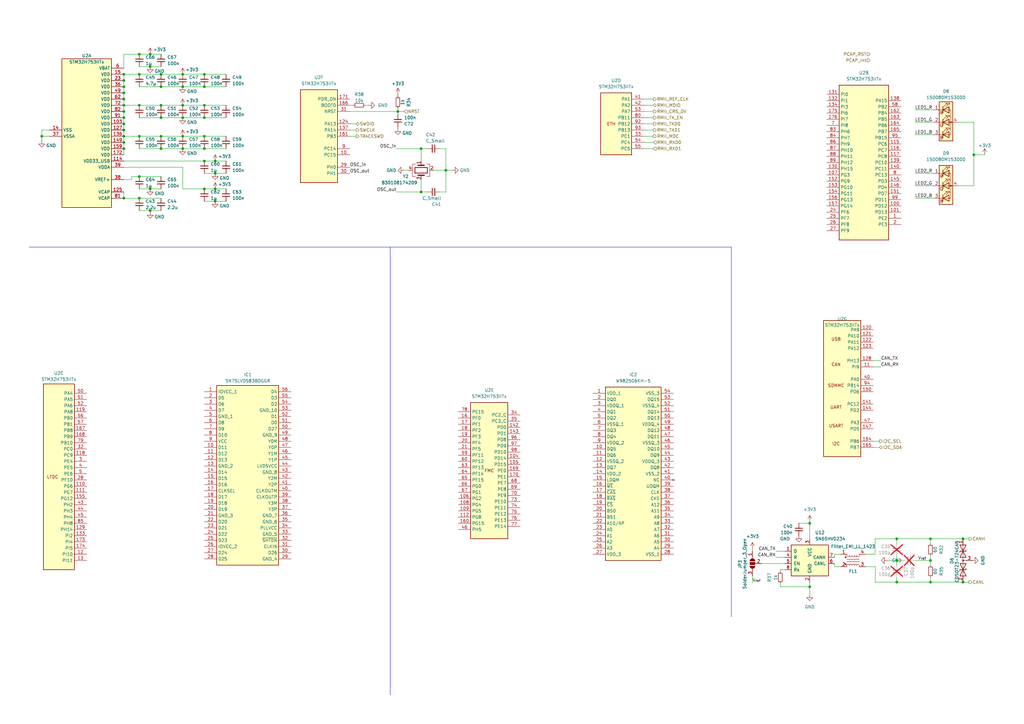
<source format=kicad_sch>
(kicad_sch
	(version 20231120)
	(generator "eeschema")
	(generator_version "8.0")
	(uuid "35b8a975-a1f8-4a47-8395-8e1ea283b386")
	(paper "A3")
	(lib_symbols
		(symbol "+3V3_1"
			(power)
			(pin_numbers hide)
			(pin_names
				(offset 0) hide)
			(exclude_from_sim no)
			(in_bom yes)
			(on_board yes)
			(property "Reference" "#PWR"
				(at 0 -3.81 0)
				(effects
					(font
						(size 1.27 1.27)
					)
					(hide yes)
				)
			)
			(property "Value" "+3V3"
				(at 0 3.556 0)
				(effects
					(font
						(size 1.27 1.27)
					)
				)
			)
			(property "Footprint" ""
				(at 0 0 0)
				(effects
					(font
						(size 1.27 1.27)
					)
					(hide yes)
				)
			)
			(property "Datasheet" ""
				(at 0 0 0)
				(effects
					(font
						(size 1.27 1.27)
					)
					(hide yes)
				)
			)
			(property "Description" "Power symbol creates a global label with name \"+3V3\""
				(at 0 0 0)
				(effects
					(font
						(size 1.27 1.27)
					)
					(hide yes)
				)
			)
			(property "ki_keywords" "global power"
				(at 0 0 0)
				(effects
					(font
						(size 1.27 1.27)
					)
					(hide yes)
				)
			)
			(symbol "+3V3_1_0_1"
				(polyline
					(pts
						(xy -0.762 1.27) (xy 0 2.54)
					)
					(stroke
						(width 0)
						(type default)
					)
					(fill
						(type none)
					)
				)
				(polyline
					(pts
						(xy 0 0) (xy 0 2.54)
					)
					(stroke
						(width 0)
						(type default)
					)
					(fill
						(type none)
					)
				)
				(polyline
					(pts
						(xy 0 2.54) (xy 0.762 1.27)
					)
					(stroke
						(width 0)
						(type default)
					)
					(fill
						(type none)
					)
				)
			)
			(symbol "+3V3_1_1_1"
				(pin power_in line
					(at 0 0 90)
					(length 0)
					(name "~"
						(effects
							(font
								(size 1.27 1.27)
							)
						)
					)
					(number "1"
						(effects
							(font
								(size 1.27 1.27)
							)
						)
					)
				)
			)
		)
		(symbol "+3V3_2"
			(power)
			(pin_numbers hide)
			(pin_names
				(offset 0) hide)
			(exclude_from_sim no)
			(in_bom yes)
			(on_board yes)
			(property "Reference" "#PWR"
				(at 0 -3.81 0)
				(effects
					(font
						(size 1.27 1.27)
					)
					(hide yes)
				)
			)
			(property "Value" "+3V3"
				(at 0 3.556 0)
				(effects
					(font
						(size 1.27 1.27)
					)
				)
			)
			(property "Footprint" ""
				(at 0 0 0)
				(effects
					(font
						(size 1.27 1.27)
					)
					(hide yes)
				)
			)
			(property "Datasheet" ""
				(at 0 0 0)
				(effects
					(font
						(size 1.27 1.27)
					)
					(hide yes)
				)
			)
			(property "Description" "Power symbol creates a global label with name \"+3V3\""
				(at 0 0 0)
				(effects
					(font
						(size 1.27 1.27)
					)
					(hide yes)
				)
			)
			(property "ki_keywords" "global power"
				(at 0 0 0)
				(effects
					(font
						(size 1.27 1.27)
					)
					(hide yes)
				)
			)
			(symbol "+3V3_2_0_1"
				(polyline
					(pts
						(xy -0.762 1.27) (xy 0 2.54)
					)
					(stroke
						(width 0)
						(type default)
					)
					(fill
						(type none)
					)
				)
				(polyline
					(pts
						(xy 0 0) (xy 0 2.54)
					)
					(stroke
						(width 0)
						(type default)
					)
					(fill
						(type none)
					)
				)
				(polyline
					(pts
						(xy 0 2.54) (xy 0.762 1.27)
					)
					(stroke
						(width 0)
						(type default)
					)
					(fill
						(type none)
					)
				)
			)
			(symbol "+3V3_2_1_1"
				(pin power_in line
					(at 0 0 90)
					(length 0)
					(name "~"
						(effects
							(font
								(size 1.27 1.27)
							)
						)
					)
					(number "1"
						(effects
							(font
								(size 1.27 1.27)
							)
						)
					)
				)
			)
		)
		(symbol "Device:C_Small"
			(pin_numbers hide)
			(pin_names
				(offset 0.254) hide)
			(exclude_from_sim no)
			(in_bom yes)
			(on_board yes)
			(property "Reference" "C"
				(at 0.254 1.778 0)
				(effects
					(font
						(size 1.27 1.27)
					)
					(justify left)
				)
			)
			(property "Value" "C_Small"
				(at 0.254 -2.032 0)
				(effects
					(font
						(size 1.27 1.27)
					)
					(justify left)
				)
			)
			(property "Footprint" ""
				(at 0 0 0)
				(effects
					(font
						(size 1.27 1.27)
					)
					(hide yes)
				)
			)
			(property "Datasheet" "~"
				(at 0 0 0)
				(effects
					(font
						(size 1.27 1.27)
					)
					(hide yes)
				)
			)
			(property "Description" "Unpolarized capacitor, small symbol"
				(at 0 0 0)
				(effects
					(font
						(size 1.27 1.27)
					)
					(hide yes)
				)
			)
			(property "ki_keywords" "capacitor cap"
				(at 0 0 0)
				(effects
					(font
						(size 1.27 1.27)
					)
					(hide yes)
				)
			)
			(property "ki_fp_filters" "C_*"
				(at 0 0 0)
				(effects
					(font
						(size 1.27 1.27)
					)
					(hide yes)
				)
			)
			(symbol "C_Small_0_1"
				(polyline
					(pts
						(xy -1.524 -0.508) (xy 1.524 -0.508)
					)
					(stroke
						(width 0.3302)
						(type default)
					)
					(fill
						(type none)
					)
				)
				(polyline
					(pts
						(xy -1.524 0.508) (xy 1.524 0.508)
					)
					(stroke
						(width 0.3048)
						(type default)
					)
					(fill
						(type none)
					)
				)
			)
			(symbol "C_Small_1_1"
				(pin passive line
					(at 0 2.54 270)
					(length 2.032)
					(name "~"
						(effects
							(font
								(size 1.27 1.27)
							)
						)
					)
					(number "1"
						(effects
							(font
								(size 1.27 1.27)
							)
						)
					)
				)
				(pin passive line
					(at 0 -2.54 90)
					(length 2.032)
					(name "~"
						(effects
							(font
								(size 1.27 1.27)
							)
						)
					)
					(number "2"
						(effects
							(font
								(size 1.27 1.27)
							)
						)
					)
				)
			)
		)
		(symbol "Device:Crystal_GND24"
			(pin_names
				(offset 1.016) hide)
			(exclude_from_sim no)
			(in_bom yes)
			(on_board yes)
			(property "Reference" "Y"
				(at 3.175 5.08 0)
				(effects
					(font
						(size 1.27 1.27)
					)
					(justify left)
				)
			)
			(property "Value" "Crystal_GND24"
				(at 3.175 3.175 0)
				(effects
					(font
						(size 1.27 1.27)
					)
					(justify left)
				)
			)
			(property "Footprint" ""
				(at 0 0 0)
				(effects
					(font
						(size 1.27 1.27)
					)
					(hide yes)
				)
			)
			(property "Datasheet" "~"
				(at 0 0 0)
				(effects
					(font
						(size 1.27 1.27)
					)
					(hide yes)
				)
			)
			(property "Description" "Four pin crystal, GND on pins 2 and 4"
				(at 0 0 0)
				(effects
					(font
						(size 1.27 1.27)
					)
					(hide yes)
				)
			)
			(property "ki_keywords" "quartz ceramic resonator oscillator"
				(at 0 0 0)
				(effects
					(font
						(size 1.27 1.27)
					)
					(hide yes)
				)
			)
			(property "ki_fp_filters" "Crystal*"
				(at 0 0 0)
				(effects
					(font
						(size 1.27 1.27)
					)
					(hide yes)
				)
			)
			(symbol "Crystal_GND24_0_1"
				(rectangle
					(start -1.143 2.54)
					(end 1.143 -2.54)
					(stroke
						(width 0.3048)
						(type default)
					)
					(fill
						(type none)
					)
				)
				(polyline
					(pts
						(xy -2.54 0) (xy -2.032 0)
					)
					(stroke
						(width 0)
						(type default)
					)
					(fill
						(type none)
					)
				)
				(polyline
					(pts
						(xy -2.032 -1.27) (xy -2.032 1.27)
					)
					(stroke
						(width 0.508)
						(type default)
					)
					(fill
						(type none)
					)
				)
				(polyline
					(pts
						(xy 0 -3.81) (xy 0 -3.556)
					)
					(stroke
						(width 0)
						(type default)
					)
					(fill
						(type none)
					)
				)
				(polyline
					(pts
						(xy 0 3.556) (xy 0 3.81)
					)
					(stroke
						(width 0)
						(type default)
					)
					(fill
						(type none)
					)
				)
				(polyline
					(pts
						(xy 2.032 -1.27) (xy 2.032 1.27)
					)
					(stroke
						(width 0.508)
						(type default)
					)
					(fill
						(type none)
					)
				)
				(polyline
					(pts
						(xy 2.032 0) (xy 2.54 0)
					)
					(stroke
						(width 0)
						(type default)
					)
					(fill
						(type none)
					)
				)
				(polyline
					(pts
						(xy -2.54 -2.286) (xy -2.54 -3.556) (xy 2.54 -3.556) (xy 2.54 -2.286)
					)
					(stroke
						(width 0)
						(type default)
					)
					(fill
						(type none)
					)
				)
				(polyline
					(pts
						(xy -2.54 2.286) (xy -2.54 3.556) (xy 2.54 3.556) (xy 2.54 2.286)
					)
					(stroke
						(width 0)
						(type default)
					)
					(fill
						(type none)
					)
				)
			)
			(symbol "Crystal_GND24_1_1"
				(pin passive line
					(at -3.81 0 0)
					(length 1.27)
					(name "1"
						(effects
							(font
								(size 1.27 1.27)
							)
						)
					)
					(number "1"
						(effects
							(font
								(size 1.27 1.27)
							)
						)
					)
				)
				(pin passive line
					(at 0 5.08 270)
					(length 1.27)
					(name "2"
						(effects
							(font
								(size 1.27 1.27)
							)
						)
					)
					(number "2"
						(effects
							(font
								(size 1.27 1.27)
							)
						)
					)
				)
				(pin passive line
					(at 3.81 0 180)
					(length 1.27)
					(name "3"
						(effects
							(font
								(size 1.27 1.27)
							)
						)
					)
					(number "3"
						(effects
							(font
								(size 1.27 1.27)
							)
						)
					)
				)
				(pin passive line
					(at 0 -5.08 90)
					(length 1.27)
					(name "4"
						(effects
							(font
								(size 1.27 1.27)
							)
						)
					)
					(number "4"
						(effects
							(font
								(size 1.27 1.27)
							)
						)
					)
				)
			)
		)
		(symbol "Device:D_TVS_Dual_AAC"
			(pin_names
				(offset 1.016) hide)
			(exclude_from_sim no)
			(in_bom yes)
			(on_board yes)
			(property "Reference" "D"
				(at 0 4.445 0)
				(effects
					(font
						(size 1.27 1.27)
					)
				)
			)
			(property "Value" "D_TVS_Dual_AAC"
				(at 0 2.54 0)
				(effects
					(font
						(size 1.27 1.27)
					)
				)
			)
			(property "Footprint" ""
				(at -3.81 0 0)
				(effects
					(font
						(size 1.27 1.27)
					)
					(hide yes)
				)
			)
			(property "Datasheet" "~"
				(at -3.81 0 0)
				(effects
					(font
						(size 1.27 1.27)
					)
					(hide yes)
				)
			)
			(property "Description" "Bidirectional dual transient-voltage-suppression diode, center on pin 3"
				(at 0 0 0)
				(effects
					(font
						(size 1.27 1.27)
					)
					(hide yes)
				)
			)
			(property "ki_keywords" "diode TVS thyrector"
				(at 0 0 0)
				(effects
					(font
						(size 1.27 1.27)
					)
					(hide yes)
				)
			)
			(symbol "D_TVS_Dual_AAC_0_0"
				(polyline
					(pts
						(xy 0 -1.27) (xy 0 0)
					)
					(stroke
						(width 0)
						(type default)
					)
					(fill
						(type none)
					)
				)
			)
			(symbol "D_TVS_Dual_AAC_0_1"
				(polyline
					(pts
						(xy -6.35 0) (xy 6.35 0)
					)
					(stroke
						(width 0)
						(type default)
					)
					(fill
						(type none)
					)
				)
				(polyline
					(pts
						(xy -3.302 1.27) (xy -3.81 1.27) (xy -3.81 -1.27) (xy -4.318 -1.27)
					)
					(stroke
						(width 0.254)
						(type default)
					)
					(fill
						(type none)
					)
				)
				(polyline
					(pts
						(xy 4.318 1.27) (xy 3.81 1.27) (xy 3.81 -1.27) (xy 3.302 -1.27)
					)
					(stroke
						(width 0.254)
						(type default)
					)
					(fill
						(type none)
					)
				)
				(polyline
					(pts
						(xy -6.35 1.27) (xy -1.27 -1.27) (xy -1.27 1.27) (xy -6.35 -1.27) (xy -6.35 1.27)
					)
					(stroke
						(width 0.254)
						(type default)
					)
					(fill
						(type none)
					)
				)
				(polyline
					(pts
						(xy 6.35 1.27) (xy 1.27 -1.27) (xy 1.27 1.27) (xy 6.35 -1.27) (xy 6.35 1.27)
					)
					(stroke
						(width 0.254)
						(type default)
					)
					(fill
						(type none)
					)
				)
				(circle
					(center 0 0)
					(radius 0.254)
					(stroke
						(width 0)
						(type default)
					)
					(fill
						(type outline)
					)
				)
			)
			(symbol "D_TVS_Dual_AAC_1_1"
				(pin passive line
					(at -8.89 0 0)
					(length 2.54)
					(name "A1"
						(effects
							(font
								(size 1.27 1.27)
							)
						)
					)
					(number "1"
						(effects
							(font
								(size 1.27 1.27)
							)
						)
					)
				)
				(pin passive line
					(at 8.89 0 180)
					(length 2.54)
					(name "A2"
						(effects
							(font
								(size 1.27 1.27)
							)
						)
					)
					(number "2"
						(effects
							(font
								(size 1.27 1.27)
							)
						)
					)
				)
				(pin input line
					(at 0 -3.81 90)
					(length 2.54)
					(name "common"
						(effects
							(font
								(size 1.27 1.27)
							)
						)
					)
					(number "3"
						(effects
							(font
								(size 1.27 1.27)
							)
						)
					)
				)
			)
		)
		(symbol "Device:Filter_EMI_LL_1423"
			(pin_names hide)
			(exclude_from_sim no)
			(in_bom yes)
			(on_board yes)
			(property "Reference" "FL"
				(at 0 4.445 0)
				(effects
					(font
						(size 1.27 1.27)
					)
				)
			)
			(property "Value" "Filter_EMI_LL_1423"
				(at 0 -4.445 0)
				(effects
					(font
						(size 1.27 1.27)
					)
				)
			)
			(property "Footprint" ""
				(at 0 -6.35 0)
				(effects
					(font
						(size 1.27 1.27)
					)
					(hide yes)
				)
			)
			(property "Datasheet" "~"
				(at 0 1.016 90)
				(effects
					(font
						(size 1.27 1.27)
					)
					(hide yes)
				)
			)
			(property "Description" "EMI 2-inductor filter, pin-connections 1-4 and 2-3"
				(at 0 0 0)
				(effects
					(font
						(size 1.27 1.27)
					)
					(hide yes)
				)
			)
			(property "ki_keywords" "EMI filter common-mode choke"
				(at 0 0 0)
				(effects
					(font
						(size 1.27 1.27)
					)
					(hide yes)
				)
			)
			(property "ki_fp_filters" "Bourns*SRF0905*"
				(at 0 0 0)
				(effects
					(font
						(size 1.27 1.27)
					)
					(hide yes)
				)
			)
			(symbol "Filter_EMI_LL_1423_0_1"
				(circle
					(center -3.048 -1.27)
					(radius 0.254)
					(stroke
						(width 0)
						(type default)
					)
					(fill
						(type outline)
					)
				)
				(circle
					(center -3.048 1.524)
					(radius 0.254)
					(stroke
						(width 0)
						(type default)
					)
					(fill
						(type outline)
					)
				)
				(arc
					(start -2.54 2.032)
					(mid -2.032 1.5262)
					(end -1.524 2.032)
					(stroke
						(width 0)
						(type default)
					)
					(fill
						(type none)
					)
				)
				(arc
					(start -1.524 -2.032)
					(mid -2.032 -1.5262)
					(end -2.54 -2.032)
					(stroke
						(width 0)
						(type default)
					)
					(fill
						(type none)
					)
				)
				(arc
					(start -1.524 2.032)
					(mid -1.016 1.5262)
					(end -0.508 2.032)
					(stroke
						(width 0)
						(type default)
					)
					(fill
						(type none)
					)
				)
				(arc
					(start -0.508 -2.032)
					(mid -1.016 -1.5262)
					(end -1.524 -2.032)
					(stroke
						(width 0)
						(type default)
					)
					(fill
						(type none)
					)
				)
				(arc
					(start -0.508 2.032)
					(mid 0 1.5262)
					(end 0.508 2.032)
					(stroke
						(width 0)
						(type default)
					)
					(fill
						(type none)
					)
				)
				(polyline
					(pts
						(xy -2.54 -2.032) (xy -2.54 -2.54)
					)
					(stroke
						(width 0)
						(type default)
					)
					(fill
						(type none)
					)
				)
				(polyline
					(pts
						(xy -2.54 0.508) (xy 2.54 0.508)
					)
					(stroke
						(width 0)
						(type default)
					)
					(fill
						(type none)
					)
				)
				(polyline
					(pts
						(xy -2.54 2.032) (xy -2.54 2.54)
					)
					(stroke
						(width 0)
						(type default)
					)
					(fill
						(type none)
					)
				)
				(polyline
					(pts
						(xy 2.54 -2.032) (xy 2.54 -2.54)
					)
					(stroke
						(width 0)
						(type default)
					)
					(fill
						(type none)
					)
				)
				(polyline
					(pts
						(xy 2.54 -0.508) (xy -2.54 -0.508)
					)
					(stroke
						(width 0)
						(type default)
					)
					(fill
						(type none)
					)
				)
				(polyline
					(pts
						(xy 2.54 2.54) (xy 2.54 2.032)
					)
					(stroke
						(width 0)
						(type default)
					)
					(fill
						(type none)
					)
				)
				(arc
					(start 0.508 -2.032)
					(mid 0 -1.5262)
					(end -0.508 -2.032)
					(stroke
						(width 0)
						(type default)
					)
					(fill
						(type none)
					)
				)
				(arc
					(start 0.508 2.032)
					(mid 1.016 1.5262)
					(end 1.524 2.032)
					(stroke
						(width 0)
						(type default)
					)
					(fill
						(type none)
					)
				)
				(arc
					(start 1.524 -2.032)
					(mid 1.016 -1.5262)
					(end 0.508 -2.032)
					(stroke
						(width 0)
						(type default)
					)
					(fill
						(type none)
					)
				)
				(arc
					(start 1.524 2.032)
					(mid 2.032 1.5262)
					(end 2.54 2.032)
					(stroke
						(width 0)
						(type default)
					)
					(fill
						(type none)
					)
				)
				(arc
					(start 2.54 -2.032)
					(mid 2.032 -1.5262)
					(end 1.524 -2.032)
					(stroke
						(width 0)
						(type default)
					)
					(fill
						(type none)
					)
				)
			)
			(symbol "Filter_EMI_LL_1423_1_1"
				(pin passive line
					(at -5.08 -2.54 0)
					(length 2.54)
					(name "1"
						(effects
							(font
								(size 1.27 1.27)
							)
						)
					)
					(number "1"
						(effects
							(font
								(size 1.27 1.27)
							)
						)
					)
				)
				(pin passive line
					(at -5.08 2.54 0)
					(length 2.54)
					(name "2"
						(effects
							(font
								(size 1.27 1.27)
							)
						)
					)
					(number "2"
						(effects
							(font
								(size 1.27 1.27)
							)
						)
					)
				)
				(pin passive line
					(at 5.08 2.54 180)
					(length 2.54)
					(name "3"
						(effects
							(font
								(size 1.27 1.27)
							)
						)
					)
					(number "3"
						(effects
							(font
								(size 1.27 1.27)
							)
						)
					)
				)
				(pin passive line
					(at 5.08 -2.54 180)
					(length 2.54)
					(name "4"
						(effects
							(font
								(size 1.27 1.27)
							)
						)
					)
					(number "4"
						(effects
							(font
								(size 1.27 1.27)
							)
						)
					)
				)
			)
		)
		(symbol "Device:LED_RGBA"
			(pin_names
				(offset 0) hide)
			(exclude_from_sim no)
			(in_bom yes)
			(on_board yes)
			(property "Reference" "D"
				(at 0 9.398 0)
				(effects
					(font
						(size 1.27 1.27)
					)
				)
			)
			(property "Value" "LED_RGBA"
				(at 0 -8.89 0)
				(effects
					(font
						(size 1.27 1.27)
					)
				)
			)
			(property "Footprint" ""
				(at 0 -1.27 0)
				(effects
					(font
						(size 1.27 1.27)
					)
					(hide yes)
				)
			)
			(property "Datasheet" "~"
				(at 0 -1.27 0)
				(effects
					(font
						(size 1.27 1.27)
					)
					(hide yes)
				)
			)
			(property "Description" "RGB LED, red/green/blue/anode"
				(at 0 0 0)
				(effects
					(font
						(size 1.27 1.27)
					)
					(hide yes)
				)
			)
			(property "ki_keywords" "LED RGB diode"
				(at 0 0 0)
				(effects
					(font
						(size 1.27 1.27)
					)
					(hide yes)
				)
			)
			(property "ki_fp_filters" "LED* LED_SMD:* LED_THT:*"
				(at 0 0 0)
				(effects
					(font
						(size 1.27 1.27)
					)
					(hide yes)
				)
			)
			(symbol "LED_RGBA_0_0"
				(text "B"
					(at -1.905 -6.35 0)
					(effects
						(font
							(size 1.27 1.27)
						)
					)
				)
				(text "G"
					(at -1.905 -1.27 0)
					(effects
						(font
							(size 1.27 1.27)
						)
					)
				)
				(text "R"
					(at -1.905 3.81 0)
					(effects
						(font
							(size 1.27 1.27)
						)
					)
				)
			)
			(symbol "LED_RGBA_0_1"
				(polyline
					(pts
						(xy -1.27 -5.08) (xy -2.54 -5.08)
					)
					(stroke
						(width 0)
						(type default)
					)
					(fill
						(type none)
					)
				)
				(polyline
					(pts
						(xy -1.27 -5.08) (xy 1.27 -5.08)
					)
					(stroke
						(width 0)
						(type default)
					)
					(fill
						(type none)
					)
				)
				(polyline
					(pts
						(xy -1.27 -3.81) (xy -1.27 -6.35)
					)
					(stroke
						(width 0.254)
						(type default)
					)
					(fill
						(type none)
					)
				)
				(polyline
					(pts
						(xy -1.27 0) (xy -2.54 0)
					)
					(stroke
						(width 0)
						(type default)
					)
					(fill
						(type none)
					)
				)
				(polyline
					(pts
						(xy -1.27 1.27) (xy -1.27 -1.27)
					)
					(stroke
						(width 0.254)
						(type default)
					)
					(fill
						(type none)
					)
				)
				(polyline
					(pts
						(xy -1.27 5.08) (xy -2.54 5.08)
					)
					(stroke
						(width 0)
						(type default)
					)
					(fill
						(type none)
					)
				)
				(polyline
					(pts
						(xy -1.27 5.08) (xy 1.27 5.08)
					)
					(stroke
						(width 0)
						(type default)
					)
					(fill
						(type none)
					)
				)
				(polyline
					(pts
						(xy -1.27 6.35) (xy -1.27 3.81)
					)
					(stroke
						(width 0.254)
						(type default)
					)
					(fill
						(type none)
					)
				)
				(polyline
					(pts
						(xy 1.27 0) (xy -1.27 0)
					)
					(stroke
						(width 0)
						(type default)
					)
					(fill
						(type none)
					)
				)
				(polyline
					(pts
						(xy 1.27 0) (xy 2.54 0)
					)
					(stroke
						(width 0)
						(type default)
					)
					(fill
						(type none)
					)
				)
				(polyline
					(pts
						(xy -1.27 1.27) (xy -1.27 -1.27) (xy -1.27 -1.27)
					)
					(stroke
						(width 0)
						(type default)
					)
					(fill
						(type none)
					)
				)
				(polyline
					(pts
						(xy -1.27 6.35) (xy -1.27 3.81) (xy -1.27 3.81)
					)
					(stroke
						(width 0)
						(type default)
					)
					(fill
						(type none)
					)
				)
				(polyline
					(pts
						(xy 1.27 -5.08) (xy 2.032 -5.08) (xy 2.032 5.08) (xy 1.27 5.08)
					)
					(stroke
						(width 0)
						(type default)
					)
					(fill
						(type none)
					)
				)
				(polyline
					(pts
						(xy 1.27 -3.81) (xy 1.27 -6.35) (xy -1.27 -5.08) (xy 1.27 -3.81)
					)
					(stroke
						(width 0.254)
						(type default)
					)
					(fill
						(type none)
					)
				)
				(polyline
					(pts
						(xy 1.27 1.27) (xy 1.27 -1.27) (xy -1.27 0) (xy 1.27 1.27)
					)
					(stroke
						(width 0.254)
						(type default)
					)
					(fill
						(type none)
					)
				)
				(polyline
					(pts
						(xy 1.27 6.35) (xy 1.27 3.81) (xy -1.27 5.08) (xy 1.27 6.35)
					)
					(stroke
						(width 0.254)
						(type default)
					)
					(fill
						(type none)
					)
				)
				(polyline
					(pts
						(xy -1.016 -3.81) (xy 0.508 -2.286) (xy -0.254 -2.286) (xy 0.508 -2.286) (xy 0.508 -3.048)
					)
					(stroke
						(width 0)
						(type default)
					)
					(fill
						(type none)
					)
				)
				(polyline
					(pts
						(xy -1.016 1.27) (xy 0.508 2.794) (xy -0.254 2.794) (xy 0.508 2.794) (xy 0.508 2.032)
					)
					(stroke
						(width 0)
						(type default)
					)
					(fill
						(type none)
					)
				)
				(polyline
					(pts
						(xy -1.016 6.35) (xy 0.508 7.874) (xy -0.254 7.874) (xy 0.508 7.874) (xy 0.508 7.112)
					)
					(stroke
						(width 0)
						(type default)
					)
					(fill
						(type none)
					)
				)
				(polyline
					(pts
						(xy 0 -3.81) (xy 1.524 -2.286) (xy 0.762 -2.286) (xy 1.524 -2.286) (xy 1.524 -3.048)
					)
					(stroke
						(width 0)
						(type default)
					)
					(fill
						(type none)
					)
				)
				(polyline
					(pts
						(xy 0 1.27) (xy 1.524 2.794) (xy 0.762 2.794) (xy 1.524 2.794) (xy 1.524 2.032)
					)
					(stroke
						(width 0)
						(type default)
					)
					(fill
						(type none)
					)
				)
				(polyline
					(pts
						(xy 0 6.35) (xy 1.524 7.874) (xy 0.762 7.874) (xy 1.524 7.874) (xy 1.524 7.112)
					)
					(stroke
						(width 0)
						(type default)
					)
					(fill
						(type none)
					)
				)
				(rectangle
					(start 1.27 -1.27)
					(end 1.27 1.27)
					(stroke
						(width 0)
						(type default)
					)
					(fill
						(type none)
					)
				)
				(rectangle
					(start 1.27 1.27)
					(end 1.27 1.27)
					(stroke
						(width 0)
						(type default)
					)
					(fill
						(type none)
					)
				)
				(rectangle
					(start 1.27 3.81)
					(end 1.27 6.35)
					(stroke
						(width 0)
						(type default)
					)
					(fill
						(type none)
					)
				)
				(rectangle
					(start 1.27 6.35)
					(end 1.27 6.35)
					(stroke
						(width 0)
						(type default)
					)
					(fill
						(type none)
					)
				)
				(circle
					(center 2.032 0)
					(radius 0.254)
					(stroke
						(width 0)
						(type default)
					)
					(fill
						(type outline)
					)
				)
				(rectangle
					(start 2.794 8.382)
					(end -2.794 -7.62)
					(stroke
						(width 0.254)
						(type default)
					)
					(fill
						(type background)
					)
				)
			)
			(symbol "LED_RGBA_1_1"
				(pin passive line
					(at -5.08 5.08 0)
					(length 2.54)
					(name "RK"
						(effects
							(font
								(size 1.27 1.27)
							)
						)
					)
					(number "1"
						(effects
							(font
								(size 1.27 1.27)
							)
						)
					)
				)
				(pin passive line
					(at -5.08 0 0)
					(length 2.54)
					(name "GK"
						(effects
							(font
								(size 1.27 1.27)
							)
						)
					)
					(number "2"
						(effects
							(font
								(size 1.27 1.27)
							)
						)
					)
				)
				(pin passive line
					(at -5.08 -5.08 0)
					(length 2.54)
					(name "BK"
						(effects
							(font
								(size 1.27 1.27)
							)
						)
					)
					(number "3"
						(effects
							(font
								(size 1.27 1.27)
							)
						)
					)
				)
				(pin passive line
					(at 5.08 0 180)
					(length 2.54)
					(name "A"
						(effects
							(font
								(size 1.27 1.27)
							)
						)
					)
					(number "4"
						(effects
							(font
								(size 1.27 1.27)
							)
						)
					)
				)
			)
		)
		(symbol "Device:R_Small"
			(pin_numbers hide)
			(pin_names
				(offset 0.254) hide)
			(exclude_from_sim no)
			(in_bom yes)
			(on_board yes)
			(property "Reference" "R"
				(at 0.762 0.508 0)
				(effects
					(font
						(size 1.27 1.27)
					)
					(justify left)
				)
			)
			(property "Value" "R_Small"
				(at 0.762 -1.016 0)
				(effects
					(font
						(size 1.27 1.27)
					)
					(justify left)
				)
			)
			(property "Footprint" ""
				(at 0 0 0)
				(effects
					(font
						(size 1.27 1.27)
					)
					(hide yes)
				)
			)
			(property "Datasheet" "~"
				(at 0 0 0)
				(effects
					(font
						(size 1.27 1.27)
					)
					(hide yes)
				)
			)
			(property "Description" "Resistor, small symbol"
				(at 0 0 0)
				(effects
					(font
						(size 1.27 1.27)
					)
					(hide yes)
				)
			)
			(property "ki_keywords" "R resistor"
				(at 0 0 0)
				(effects
					(font
						(size 1.27 1.27)
					)
					(hide yes)
				)
			)
			(property "ki_fp_filters" "R_*"
				(at 0 0 0)
				(effects
					(font
						(size 1.27 1.27)
					)
					(hide yes)
				)
			)
			(symbol "R_Small_0_1"
				(rectangle
					(start -0.762 1.778)
					(end 0.762 -1.778)
					(stroke
						(width 0.2032)
						(type default)
					)
					(fill
						(type none)
					)
				)
			)
			(symbol "R_Small_1_1"
				(pin passive line
					(at 0 2.54 270)
					(length 0.762)
					(name "~"
						(effects
							(font
								(size 1.27 1.27)
							)
						)
					)
					(number "1"
						(effects
							(font
								(size 1.27 1.27)
							)
						)
					)
				)
				(pin passive line
					(at 0 -2.54 90)
					(length 0.762)
					(name "~"
						(effects
							(font
								(size 1.27 1.27)
							)
						)
					)
					(number "2"
						(effects
							(font
								(size 1.27 1.27)
							)
						)
					)
				)
			)
		)
		(symbol "GND_1"
			(power)
			(pin_numbers hide)
			(pin_names
				(offset 0) hide)
			(exclude_from_sim no)
			(in_bom yes)
			(on_board yes)
			(property "Reference" "#PWR"
				(at 0 -6.35 0)
				(effects
					(font
						(size 1.27 1.27)
					)
					(hide yes)
				)
			)
			(property "Value" "GND"
				(at 0 -3.81 0)
				(effects
					(font
						(size 1.27 1.27)
					)
				)
			)
			(property "Footprint" ""
				(at 0 0 0)
				(effects
					(font
						(size 1.27 1.27)
					)
					(hide yes)
				)
			)
			(property "Datasheet" ""
				(at 0 0 0)
				(effects
					(font
						(size 1.27 1.27)
					)
					(hide yes)
				)
			)
			(property "Description" "Power symbol creates a global label with name \"GND\" , ground"
				(at 0 0 0)
				(effects
					(font
						(size 1.27 1.27)
					)
					(hide yes)
				)
			)
			(property "ki_keywords" "global power"
				(at 0 0 0)
				(effects
					(font
						(size 1.27 1.27)
					)
					(hide yes)
				)
			)
			(symbol "GND_1_0_1"
				(polyline
					(pts
						(xy 0 0) (xy 0 -1.27) (xy 1.27 -1.27) (xy 0 -2.54) (xy -1.27 -1.27) (xy 0 -1.27)
					)
					(stroke
						(width 0)
						(type default)
					)
					(fill
						(type none)
					)
				)
			)
			(symbol "GND_1_1_1"
				(pin power_in line
					(at 0 0 270)
					(length 0)
					(name "~"
						(effects
							(font
								(size 1.27 1.27)
							)
						)
					)
					(number "1"
						(effects
							(font
								(size 1.27 1.27)
							)
						)
					)
				)
			)
		)
		(symbol "Interface_CAN_LIN:SN65HVD234"
			(pin_names
				(offset 1.016)
			)
			(exclude_from_sim no)
			(in_bom yes)
			(on_board yes)
			(property "Reference" "U"
				(at -2.54 10.16 0)
				(effects
					(font
						(size 1.27 1.27)
					)
					(justify right)
				)
			)
			(property "Value" "SN65HVD234"
				(at -2.54 7.62 0)
				(effects
					(font
						(size 1.27 1.27)
					)
					(justify right)
				)
			)
			(property "Footprint" "Package_SO:SOIC-8_3.9x4.9mm_P1.27mm"
				(at 0 -12.7 0)
				(effects
					(font
						(size 1.27 1.27)
					)
					(hide yes)
				)
			)
			(property "Datasheet" "http://www.ti.com/lit/ds/symlink/sn65hvd234.pdf"
				(at -2.54 10.16 0)
				(effects
					(font
						(size 1.27 1.27)
					)
					(hide yes)
				)
			)
			(property "Description" "CAN Bus Transceiver, 3.3V, 1Mbps, Enable feature, SOIC-8"
				(at 0 0 0)
				(effects
					(font
						(size 1.27 1.27)
					)
					(hide yes)
				)
			)
			(property "ki_keywords" "can transeiver ti"
				(at 0 0 0)
				(effects
					(font
						(size 1.27 1.27)
					)
					(hide yes)
				)
			)
			(property "ki_fp_filters" "SOIC*3.9x4.9mm*P1.27mm*"
				(at 0 0 0)
				(effects
					(font
						(size 1.27 1.27)
					)
					(hide yes)
				)
			)
			(symbol "SN65HVD234_0_1"
				(rectangle
					(start -7.62 5.08)
					(end 7.62 -7.62)
					(stroke
						(width 0.254)
						(type default)
					)
					(fill
						(type background)
					)
				)
			)
			(symbol "SN65HVD234_1_1"
				(pin input line
					(at -10.16 2.54 0)
					(length 2.54)
					(name "D"
						(effects
							(font
								(size 1.27 1.27)
							)
						)
					)
					(number "1"
						(effects
							(font
								(size 1.27 1.27)
							)
						)
					)
				)
				(pin power_in line
					(at 0 -10.16 90)
					(length 2.54)
					(name "GND"
						(effects
							(font
								(size 1.27 1.27)
							)
						)
					)
					(number "2"
						(effects
							(font
								(size 1.27 1.27)
							)
						)
					)
				)
				(pin power_in line
					(at 0 7.62 270)
					(length 2.54)
					(name "VCC"
						(effects
							(font
								(size 1.27 1.27)
							)
						)
					)
					(number "3"
						(effects
							(font
								(size 1.27 1.27)
							)
						)
					)
				)
				(pin output line
					(at -10.16 0 0)
					(length 2.54)
					(name "R"
						(effects
							(font
								(size 1.27 1.27)
							)
						)
					)
					(number "4"
						(effects
							(font
								(size 1.27 1.27)
							)
						)
					)
				)
				(pin input line
					(at -10.16 -2.54 0)
					(length 2.54)
					(name "EN"
						(effects
							(font
								(size 1.27 1.27)
							)
						)
					)
					(number "5"
						(effects
							(font
								(size 1.27 1.27)
							)
						)
					)
				)
				(pin bidirectional line
					(at 10.16 -2.54 180)
					(length 2.54)
					(name "CANL"
						(effects
							(font
								(size 1.27 1.27)
							)
						)
					)
					(number "6"
						(effects
							(font
								(size 1.27 1.27)
							)
						)
					)
				)
				(pin bidirectional line
					(at 10.16 0 180)
					(length 2.54)
					(name "CANH"
						(effects
							(font
								(size 1.27 1.27)
							)
						)
					)
					(number "7"
						(effects
							(font
								(size 1.27 1.27)
							)
						)
					)
				)
				(pin input line
					(at -10.16 -5.08 0)
					(length 2.54)
					(name "Rs"
						(effects
							(font
								(size 1.27 1.27)
							)
						)
					)
					(number "8"
						(effects
							(font
								(size 1.27 1.27)
							)
						)
					)
				)
			)
		)
		(symbol "Jumper:SolderJumper_3_Open"
			(pin_names
				(offset 0) hide)
			(exclude_from_sim no)
			(in_bom yes)
			(on_board yes)
			(property "Reference" "JP"
				(at -2.54 -2.54 0)
				(effects
					(font
						(size 1.27 1.27)
					)
				)
			)
			(property "Value" "SolderJumper_3_Open"
				(at 0 2.794 0)
				(effects
					(font
						(size 1.27 1.27)
					)
				)
			)
			(property "Footprint" ""
				(at 0 0 0)
				(effects
					(font
						(size 1.27 1.27)
					)
					(hide yes)
				)
			)
			(property "Datasheet" "~"
				(at 0 0 0)
				(effects
					(font
						(size 1.27 1.27)
					)
					(hide yes)
				)
			)
			(property "Description" "Solder Jumper, 3-pole, open"
				(at 0 0 0)
				(effects
					(font
						(size 1.27 1.27)
					)
					(hide yes)
				)
			)
			(property "ki_keywords" "Solder Jumper SPDT"
				(at 0 0 0)
				(effects
					(font
						(size 1.27 1.27)
					)
					(hide yes)
				)
			)
			(property "ki_fp_filters" "SolderJumper*Open*"
				(at 0 0 0)
				(effects
					(font
						(size 1.27 1.27)
					)
					(hide yes)
				)
			)
			(symbol "SolderJumper_3_Open_0_1"
				(arc
					(start -1.016 1.016)
					(mid -2.0276 0)
					(end -1.016 -1.016)
					(stroke
						(width 0)
						(type default)
					)
					(fill
						(type none)
					)
				)
				(arc
					(start -1.016 1.016)
					(mid -2.0276 0)
					(end -1.016 -1.016)
					(stroke
						(width 0)
						(type default)
					)
					(fill
						(type outline)
					)
				)
				(rectangle
					(start -0.508 1.016)
					(end 0.508 -1.016)
					(stroke
						(width 0)
						(type default)
					)
					(fill
						(type outline)
					)
				)
				(polyline
					(pts
						(xy -2.54 0) (xy -2.032 0)
					)
					(stroke
						(width 0)
						(type default)
					)
					(fill
						(type none)
					)
				)
				(polyline
					(pts
						(xy -1.016 1.016) (xy -1.016 -1.016)
					)
					(stroke
						(width 0)
						(type default)
					)
					(fill
						(type none)
					)
				)
				(polyline
					(pts
						(xy 0 -1.27) (xy 0 -1.016)
					)
					(stroke
						(width 0)
						(type default)
					)
					(fill
						(type none)
					)
				)
				(polyline
					(pts
						(xy 1.016 1.016) (xy 1.016 -1.016)
					)
					(stroke
						(width 0)
						(type default)
					)
					(fill
						(type none)
					)
				)
				(polyline
					(pts
						(xy 2.54 0) (xy 2.032 0)
					)
					(stroke
						(width 0)
						(type default)
					)
					(fill
						(type none)
					)
				)
				(arc
					(start 1.016 -1.016)
					(mid 2.0276 0)
					(end 1.016 1.016)
					(stroke
						(width 0)
						(type default)
					)
					(fill
						(type none)
					)
				)
				(arc
					(start 1.016 -1.016)
					(mid 2.0276 0)
					(end 1.016 1.016)
					(stroke
						(width 0)
						(type default)
					)
					(fill
						(type outline)
					)
				)
			)
			(symbol "SolderJumper_3_Open_1_1"
				(pin passive line
					(at -5.08 0 0)
					(length 2.54)
					(name "A"
						(effects
							(font
								(size 1.27 1.27)
							)
						)
					)
					(number "1"
						(effects
							(font
								(size 1.27 1.27)
							)
						)
					)
				)
				(pin passive line
					(at 0 -3.81 90)
					(length 2.54)
					(name "C"
						(effects
							(font
								(size 1.27 1.27)
							)
						)
					)
					(number "2"
						(effects
							(font
								(size 1.27 1.27)
							)
						)
					)
				)
				(pin passive line
					(at 5.08 0 180)
					(length 2.54)
					(name "B"
						(effects
							(font
								(size 1.27 1.27)
							)
						)
					)
					(number "3"
						(effects
							(font
								(size 1.27 1.27)
							)
						)
					)
				)
			)
		)
		(symbol "SN75LVDS83BDGGR:SN75LVDS83BDGGR"
			(exclude_from_sim no)
			(in_bom yes)
			(on_board yes)
			(property "Reference" "IC"
				(at 31.75 7.62 0)
				(effects
					(font
						(size 1.27 1.27)
					)
					(justify left top)
				)
			)
			(property "Value" "SN75LVDS83BDGGR"
				(at 31.75 5.08 0)
				(effects
					(font
						(size 1.27 1.27)
					)
					(justify left top)
				)
			)
			(property "Footprint" "SOP50P810X120-56N"
				(at 31.75 -94.92 0)
				(effects
					(font
						(size 1.27 1.27)
					)
					(justify left top)
					(hide yes)
				)
			)
			(property "Datasheet" "https://www.ti.com/lit/gpn/SN75LVDS83B"
				(at 31.75 -194.92 0)
				(effects
					(font
						(size 1.27 1.27)
					)
					(justify left top)
					(hide yes)
				)
			)
			(property "Description" "10- to 135-MHz 28-bit LVDS transmitter/serializer & FlatLink integrated circuit"
				(at 0 0 0)
				(effects
					(font
						(size 1.27 1.27)
					)
					(hide yes)
				)
			)
			(property "Height" "1.2"
				(at 31.75 -394.92 0)
				(effects
					(font
						(size 1.27 1.27)
					)
					(justify left top)
					(hide yes)
				)
			)
			(property "Mouser Part Number" "595-SN75LVDS83BDGGR"
				(at 31.75 -494.92 0)
				(effects
					(font
						(size 1.27 1.27)
					)
					(justify left top)
					(hide yes)
				)
			)
			(property "Mouser Price/Stock" "https://www.mouser.co.uk/ProductDetail/Texas-Instruments/SN75LVDS83BDGGR?qs=IDSsxkoac0yg4KfFeU4liA%3D%3D"
				(at 31.75 -594.92 0)
				(effects
					(font
						(size 1.27 1.27)
					)
					(justify left top)
					(hide yes)
				)
			)
			(property "Manufacturer_Name" "Texas Instruments"
				(at 31.75 -694.92 0)
				(effects
					(font
						(size 1.27 1.27)
					)
					(justify left top)
					(hide yes)
				)
			)
			(property "Manufacturer_Part_Number" "SN75LVDS83BDGGR"
				(at 31.75 -794.92 0)
				(effects
					(font
						(size 1.27 1.27)
					)
					(justify left top)
					(hide yes)
				)
			)
			(symbol "SN75LVDS83BDGGR_1_1"
				(rectangle
					(start 5.08 2.54)
					(end 30.48 -71.12)
					(stroke
						(width 0.254)
						(type default)
					)
					(fill
						(type background)
					)
				)
				(pin passive line
					(at 0 0 0)
					(length 5.08)
					(name "IOVCC_1"
						(effects
							(font
								(size 1.27 1.27)
							)
						)
					)
					(number "1"
						(effects
							(font
								(size 1.27 1.27)
							)
						)
					)
				)
				(pin passive line
					(at 0 -22.86 0)
					(length 5.08)
					(name "D11"
						(effects
							(font
								(size 1.27 1.27)
							)
						)
					)
					(number "10"
						(effects
							(font
								(size 1.27 1.27)
							)
						)
					)
				)
				(pin passive line
					(at 0 -25.4 0)
					(length 5.08)
					(name "D12"
						(effects
							(font
								(size 1.27 1.27)
							)
						)
					)
					(number "11"
						(effects
							(font
								(size 1.27 1.27)
							)
						)
					)
				)
				(pin passive line
					(at 0 -27.94 0)
					(length 5.08)
					(name "D13"
						(effects
							(font
								(size 1.27 1.27)
							)
						)
					)
					(number "12"
						(effects
							(font
								(size 1.27 1.27)
							)
						)
					)
				)
				(pin passive line
					(at 0 -30.48 0)
					(length 5.08)
					(name "GND_2"
						(effects
							(font
								(size 1.27 1.27)
							)
						)
					)
					(number "13"
						(effects
							(font
								(size 1.27 1.27)
							)
						)
					)
				)
				(pin passive line
					(at 0 -33.02 0)
					(length 5.08)
					(name "D14"
						(effects
							(font
								(size 1.27 1.27)
							)
						)
					)
					(number "14"
						(effects
							(font
								(size 1.27 1.27)
							)
						)
					)
				)
				(pin passive line
					(at 0 -35.56 0)
					(length 5.08)
					(name "D15"
						(effects
							(font
								(size 1.27 1.27)
							)
						)
					)
					(number "15"
						(effects
							(font
								(size 1.27 1.27)
							)
						)
					)
				)
				(pin passive line
					(at 0 -38.1 0)
					(length 5.08)
					(name "D16"
						(effects
							(font
								(size 1.27 1.27)
							)
						)
					)
					(number "16"
						(effects
							(font
								(size 1.27 1.27)
							)
						)
					)
				)
				(pin passive line
					(at 0 -40.64 0)
					(length 5.08)
					(name "CLKSEL"
						(effects
							(font
								(size 1.27 1.27)
							)
						)
					)
					(number "17"
						(effects
							(font
								(size 1.27 1.27)
							)
						)
					)
				)
				(pin passive line
					(at 0 -43.18 0)
					(length 5.08)
					(name "D17"
						(effects
							(font
								(size 1.27 1.27)
							)
						)
					)
					(number "18"
						(effects
							(font
								(size 1.27 1.27)
							)
						)
					)
				)
				(pin passive line
					(at 0 -45.72 0)
					(length 5.08)
					(name "D18"
						(effects
							(font
								(size 1.27 1.27)
							)
						)
					)
					(number "19"
						(effects
							(font
								(size 1.27 1.27)
							)
						)
					)
				)
				(pin passive line
					(at 0 -2.54 0)
					(length 5.08)
					(name "D5"
						(effects
							(font
								(size 1.27 1.27)
							)
						)
					)
					(number "2"
						(effects
							(font
								(size 1.27 1.27)
							)
						)
					)
				)
				(pin passive line
					(at 0 -48.26 0)
					(length 5.08)
					(name "D19"
						(effects
							(font
								(size 1.27 1.27)
							)
						)
					)
					(number "20"
						(effects
							(font
								(size 1.27 1.27)
							)
						)
					)
				)
				(pin passive line
					(at 0 -50.8 0)
					(length 5.08)
					(name "GND_3"
						(effects
							(font
								(size 1.27 1.27)
							)
						)
					)
					(number "21"
						(effects
							(font
								(size 1.27 1.27)
							)
						)
					)
				)
				(pin passive line
					(at 0 -53.34 0)
					(length 5.08)
					(name "D20"
						(effects
							(font
								(size 1.27 1.27)
							)
						)
					)
					(number "22"
						(effects
							(font
								(size 1.27 1.27)
							)
						)
					)
				)
				(pin passive line
					(at 0 -55.88 0)
					(length 5.08)
					(name "D21"
						(effects
							(font
								(size 1.27 1.27)
							)
						)
					)
					(number "23"
						(effects
							(font
								(size 1.27 1.27)
							)
						)
					)
				)
				(pin passive line
					(at 0 -58.42 0)
					(length 5.08)
					(name "D22"
						(effects
							(font
								(size 1.27 1.27)
							)
						)
					)
					(number "24"
						(effects
							(font
								(size 1.27 1.27)
							)
						)
					)
				)
				(pin passive line
					(at 0 -60.96 0)
					(length 5.08)
					(name "D23"
						(effects
							(font
								(size 1.27 1.27)
							)
						)
					)
					(number "25"
						(effects
							(font
								(size 1.27 1.27)
							)
						)
					)
				)
				(pin passive line
					(at 0 -63.5 0)
					(length 5.08)
					(name "IOVCC_2"
						(effects
							(font
								(size 1.27 1.27)
							)
						)
					)
					(number "26"
						(effects
							(font
								(size 1.27 1.27)
							)
						)
					)
				)
				(pin passive line
					(at 0 -66.04 0)
					(length 5.08)
					(name "D24"
						(effects
							(font
								(size 1.27 1.27)
							)
						)
					)
					(number "27"
						(effects
							(font
								(size 1.27 1.27)
							)
						)
					)
				)
				(pin passive line
					(at 0 -68.58 0)
					(length 5.08)
					(name "D25"
						(effects
							(font
								(size 1.27 1.27)
							)
						)
					)
					(number "28"
						(effects
							(font
								(size 1.27 1.27)
							)
						)
					)
				)
				(pin passive line
					(at 35.56 -68.58 180)
					(length 5.08)
					(name "GND_4"
						(effects
							(font
								(size 1.27 1.27)
							)
						)
					)
					(number "29"
						(effects
							(font
								(size 1.27 1.27)
							)
						)
					)
				)
				(pin passive line
					(at 0 -5.08 0)
					(length 5.08)
					(name "D6"
						(effects
							(font
								(size 1.27 1.27)
							)
						)
					)
					(number "3"
						(effects
							(font
								(size 1.27 1.27)
							)
						)
					)
				)
				(pin passive line
					(at 35.56 -66.04 180)
					(length 5.08)
					(name "D26"
						(effects
							(font
								(size 1.27 1.27)
							)
						)
					)
					(number "30"
						(effects
							(font
								(size 1.27 1.27)
							)
						)
					)
				)
				(pin passive line
					(at 35.56 -63.5 180)
					(length 5.08)
					(name "CLKIN"
						(effects
							(font
								(size 1.27 1.27)
							)
						)
					)
					(number "31"
						(effects
							(font
								(size 1.27 1.27)
							)
						)
					)
				)
				(pin passive line
					(at 35.56 -60.96 180)
					(length 5.08)
					(name "~{SHTDN}"
						(effects
							(font
								(size 1.27 1.27)
							)
						)
					)
					(number "32"
						(effects
							(font
								(size 1.27 1.27)
							)
						)
					)
				)
				(pin passive line
					(at 35.56 -58.42 180)
					(length 5.08)
					(name "GND_5"
						(effects
							(font
								(size 1.27 1.27)
							)
						)
					)
					(number "33"
						(effects
							(font
								(size 1.27 1.27)
							)
						)
					)
				)
				(pin passive line
					(at 35.56 -55.88 180)
					(length 5.08)
					(name "PLLVCC"
						(effects
							(font
								(size 1.27 1.27)
							)
						)
					)
					(number "34"
						(effects
							(font
								(size 1.27 1.27)
							)
						)
					)
				)
				(pin passive line
					(at 35.56 -53.34 180)
					(length 5.08)
					(name "GND_6"
						(effects
							(font
								(size 1.27 1.27)
							)
						)
					)
					(number "35"
						(effects
							(font
								(size 1.27 1.27)
							)
						)
					)
				)
				(pin passive line
					(at 35.56 -50.8 180)
					(length 5.08)
					(name "GND_7"
						(effects
							(font
								(size 1.27 1.27)
							)
						)
					)
					(number "36"
						(effects
							(font
								(size 1.27 1.27)
							)
						)
					)
				)
				(pin passive line
					(at 35.56 -48.26 180)
					(length 5.08)
					(name "Y3P"
						(effects
							(font
								(size 1.27 1.27)
							)
						)
					)
					(number "37"
						(effects
							(font
								(size 1.27 1.27)
							)
						)
					)
				)
				(pin passive line
					(at 35.56 -45.72 180)
					(length 5.08)
					(name "Y3M"
						(effects
							(font
								(size 1.27 1.27)
							)
						)
					)
					(number "38"
						(effects
							(font
								(size 1.27 1.27)
							)
						)
					)
				)
				(pin passive line
					(at 35.56 -43.18 180)
					(length 5.08)
					(name "CLKOUTP"
						(effects
							(font
								(size 1.27 1.27)
							)
						)
					)
					(number "39"
						(effects
							(font
								(size 1.27 1.27)
							)
						)
					)
				)
				(pin passive line
					(at 0 -7.62 0)
					(length 5.08)
					(name "D7"
						(effects
							(font
								(size 1.27 1.27)
							)
						)
					)
					(number "4"
						(effects
							(font
								(size 1.27 1.27)
							)
						)
					)
				)
				(pin passive line
					(at 35.56 -40.64 180)
					(length 5.08)
					(name "CLKOUTM"
						(effects
							(font
								(size 1.27 1.27)
							)
						)
					)
					(number "40"
						(effects
							(font
								(size 1.27 1.27)
							)
						)
					)
				)
				(pin passive line
					(at 35.56 -38.1 180)
					(length 5.08)
					(name "Y2P"
						(effects
							(font
								(size 1.27 1.27)
							)
						)
					)
					(number "41"
						(effects
							(font
								(size 1.27 1.27)
							)
						)
					)
				)
				(pin passive line
					(at 35.56 -35.56 180)
					(length 5.08)
					(name "Y2M"
						(effects
							(font
								(size 1.27 1.27)
							)
						)
					)
					(number "42"
						(effects
							(font
								(size 1.27 1.27)
							)
						)
					)
				)
				(pin passive line
					(at 35.56 -33.02 180)
					(length 5.08)
					(name "GND_8"
						(effects
							(font
								(size 1.27 1.27)
							)
						)
					)
					(number "43"
						(effects
							(font
								(size 1.27 1.27)
							)
						)
					)
				)
				(pin passive line
					(at 35.56 -30.48 180)
					(length 5.08)
					(name "LVDSVCC"
						(effects
							(font
								(size 1.27 1.27)
							)
						)
					)
					(number "44"
						(effects
							(font
								(size 1.27 1.27)
							)
						)
					)
				)
				(pin passive line
					(at 35.56 -27.94 180)
					(length 5.08)
					(name "Y1P"
						(effects
							(font
								(size 1.27 1.27)
							)
						)
					)
					(number "45"
						(effects
							(font
								(size 1.27 1.27)
							)
						)
					)
				)
				(pin passive line
					(at 35.56 -25.4 180)
					(length 5.08)
					(name "Y1M"
						(effects
							(font
								(size 1.27 1.27)
							)
						)
					)
					(number "46"
						(effects
							(font
								(size 1.27 1.27)
							)
						)
					)
				)
				(pin passive line
					(at 35.56 -22.86 180)
					(length 5.08)
					(name "Y0P"
						(effects
							(font
								(size 1.27 1.27)
							)
						)
					)
					(number "47"
						(effects
							(font
								(size 1.27 1.27)
							)
						)
					)
				)
				(pin passive line
					(at 35.56 -20.32 180)
					(length 5.08)
					(name "Y0M"
						(effects
							(font
								(size 1.27 1.27)
							)
						)
					)
					(number "48"
						(effects
							(font
								(size 1.27 1.27)
							)
						)
					)
				)
				(pin passive line
					(at 35.56 -17.78 180)
					(length 5.08)
					(name "GND_9"
						(effects
							(font
								(size 1.27 1.27)
							)
						)
					)
					(number "49"
						(effects
							(font
								(size 1.27 1.27)
							)
						)
					)
				)
				(pin passive line
					(at 0 -10.16 0)
					(length 5.08)
					(name "GND_1"
						(effects
							(font
								(size 1.27 1.27)
							)
						)
					)
					(number "5"
						(effects
							(font
								(size 1.27 1.27)
							)
						)
					)
				)
				(pin passive line
					(at 35.56 -15.24 180)
					(length 5.08)
					(name "D27"
						(effects
							(font
								(size 1.27 1.27)
							)
						)
					)
					(number "50"
						(effects
							(font
								(size 1.27 1.27)
							)
						)
					)
				)
				(pin passive line
					(at 35.56 -12.7 180)
					(length 5.08)
					(name "D0"
						(effects
							(font
								(size 1.27 1.27)
							)
						)
					)
					(number "51"
						(effects
							(font
								(size 1.27 1.27)
							)
						)
					)
				)
				(pin passive line
					(at 35.56 -10.16 180)
					(length 5.08)
					(name "D1"
						(effects
							(font
								(size 1.27 1.27)
							)
						)
					)
					(number "52"
						(effects
							(font
								(size 1.27 1.27)
							)
						)
					)
				)
				(pin passive line
					(at 35.56 -7.62 180)
					(length 5.08)
					(name "GND_10"
						(effects
							(font
								(size 1.27 1.27)
							)
						)
					)
					(number "53"
						(effects
							(font
								(size 1.27 1.27)
							)
						)
					)
				)
				(pin passive line
					(at 35.56 -5.08 180)
					(length 5.08)
					(name "D2"
						(effects
							(font
								(size 1.27 1.27)
							)
						)
					)
					(number "54"
						(effects
							(font
								(size 1.27 1.27)
							)
						)
					)
				)
				(pin passive line
					(at 35.56 -2.54 180)
					(length 5.08)
					(name "D3"
						(effects
							(font
								(size 1.27 1.27)
							)
						)
					)
					(number "55"
						(effects
							(font
								(size 1.27 1.27)
							)
						)
					)
				)
				(pin passive line
					(at 35.56 0 180)
					(length 5.08)
					(name "D4"
						(effects
							(font
								(size 1.27 1.27)
							)
						)
					)
					(number "56"
						(effects
							(font
								(size 1.27 1.27)
							)
						)
					)
				)
				(pin passive line
					(at 0 -12.7 0)
					(length 5.08)
					(name "D8"
						(effects
							(font
								(size 1.27 1.27)
							)
						)
					)
					(number "6"
						(effects
							(font
								(size 1.27 1.27)
							)
						)
					)
				)
				(pin passive line
					(at 0 -15.24 0)
					(length 5.08)
					(name "D9"
						(effects
							(font
								(size 1.27 1.27)
							)
						)
					)
					(number "7"
						(effects
							(font
								(size 1.27 1.27)
							)
						)
					)
				)
				(pin passive line
					(at 0 -17.78 0)
					(length 5.08)
					(name "D10"
						(effects
							(font
								(size 1.27 1.27)
							)
						)
					)
					(number "8"
						(effects
							(font
								(size 1.27 1.27)
							)
						)
					)
				)
				(pin passive line
					(at 0 -20.32 0)
					(length 5.08)
					(name "VCC"
						(effects
							(font
								(size 1.27 1.27)
							)
						)
					)
					(number "9"
						(effects
							(font
								(size 1.27 1.27)
							)
						)
					)
				)
			)
		)
		(symbol "STM32H753IITx_1"
			(exclude_from_sim no)
			(in_bom yes)
			(on_board yes)
			(property "Reference" "U"
				(at -11.684 0.762 0)
				(effects
					(font
						(size 1.27 1.27)
					)
					(justify left)
				)
			)
			(property "Value" "STM32H753IITx"
				(at -23.114 -2.54 0)
				(effects
					(font
						(size 1.27 1.27)
					)
					(justify left)
				)
			)
			(property "Footprint" "Package_QFP:LQFP-176_24x24mm_P0.5mm"
				(at 21.336 47.244 0)
				(effects
					(font
						(size 1.27 1.27)
					)
					(justify right)
					(hide yes)
				)
			)
			(property "Datasheet" "https://www.st.com/resource/en/datasheet/stm32h753ii.pdf"
				(at -3.556 43.18 0)
				(effects
					(font
						(size 1.27 1.27)
					)
					(hide yes)
				)
			)
			(property "Description" "STMicroelectronics Arm Cortex-M7 MCU, 2048KB flash, 1024KB RAM, 480 MHz, 1.62-3.6V, 140 GPIO, LQFP176"
				(at -3.556 43.18 0)
				(effects
					(font
						(size 1.27 1.27)
					)
					(hide yes)
				)
			)
			(property "ki_keywords" "Arm Cortex-M7 STM32H7 STM32H743/753"
				(at 0 0 0)
				(effects
					(font
						(size 1.27 1.27)
					)
					(hide yes)
				)
			)
			(property "ki_fp_filters" "LQFP*24x24mm*P0.5mm*"
				(at 0 0 0)
				(effects
					(font
						(size 1.27 1.27)
					)
					(hide yes)
				)
			)
			(symbol "STM32H753IITx_1_1_1"
				(rectangle
					(start -10.16 30.48)
					(end 10.16 -30.48)
					(stroke
						(width 0.254)
						(type default)
					)
					(fill
						(type background)
					)
				)
				(pin passive line
					(at -15.24 1.27 0)
					(length 5.08) hide
					(name "VSS"
						(effects
							(font
								(size 1.27 1.27)
							)
						)
					)
					(number "102"
						(effects
							(font
								(size 1.27 1.27)
							)
						)
					)
				)
				(pin power_in line
					(at 15.24 3.81 180)
					(length 5.08)
					(name "VDD"
						(effects
							(font
								(size 1.27 1.27)
							)
						)
					)
					(number "103"
						(effects
							(font
								(size 1.27 1.27)
							)
						)
					)
				)
				(pin passive line
					(at -15.24 1.27 0)
					(length 5.08) hide
					(name "VSS"
						(effects
							(font
								(size 1.27 1.27)
							)
						)
					)
					(number "113"
						(effects
							(font
								(size 1.27 1.27)
							)
						)
					)
				)
				(pin power_in line
					(at 15.24 -11.43 180)
					(length 5.08)
					(name "VDD33_USB"
						(effects
							(font
								(size 1.27 1.27)
							)
						)
					)
					(number "114"
						(effects
							(font
								(size 1.27 1.27)
							)
						)
					)
				)
				(pin power_out line
					(at 15.24 -24.13 180)
					(length 5.08)
					(name "VCAP"
						(effects
							(font
								(size 1.27 1.27)
							)
						)
					)
					(number "125"
						(effects
							(font
								(size 1.27 1.27)
							)
						)
					)
				)
				(pin passive line
					(at -15.24 1.27 0)
					(length 5.08) hide
					(name "VSS"
						(effects
							(font
								(size 1.27 1.27)
							)
						)
					)
					(number "126"
						(effects
							(font
								(size 1.27 1.27)
							)
						)
					)
				)
				(pin power_in line
					(at 15.24 1.27 180)
					(length 5.08)
					(name "VDD"
						(effects
							(font
								(size 1.27 1.27)
							)
						)
					)
					(number "127"
						(effects
							(font
								(size 1.27 1.27)
							)
						)
					)
				)
				(pin passive line
					(at -15.24 1.27 0)
					(length 5.08) hide
					(name "VSS"
						(effects
							(font
								(size 1.27 1.27)
							)
						)
					)
					(number "135"
						(effects
							(font
								(size 1.27 1.27)
							)
						)
					)
				)
				(pin power_in line
					(at 15.24 -1.27 180)
					(length 5.08)
					(name "VDD"
						(effects
							(font
								(size 1.27 1.27)
							)
						)
					)
					(number "136"
						(effects
							(font
								(size 1.27 1.27)
							)
						)
					)
				)
				(pin power_in line
					(at -15.24 1.27 0)
					(length 5.08)
					(name "VSS"
						(effects
							(font
								(size 1.27 1.27)
							)
						)
					)
					(number "14"
						(effects
							(font
								(size 1.27 1.27)
							)
						)
					)
				)
				(pin passive line
					(at -15.24 1.27 0)
					(length 5.08) hide
					(name "VSS"
						(effects
							(font
								(size 1.27 1.27)
							)
						)
					)
					(number "148"
						(effects
							(font
								(size 1.27 1.27)
							)
						)
					)
				)
				(pin power_in line
					(at 15.24 -3.81 180)
					(length 5.08)
					(name "VDD"
						(effects
							(font
								(size 1.27 1.27)
							)
						)
					)
					(number "149"
						(effects
							(font
								(size 1.27 1.27)
							)
						)
					)
				)
				(pin power_in line
					(at 15.24 24.13 180)
					(length 5.08)
					(name "VDD"
						(effects
							(font
								(size 1.27 1.27)
							)
						)
					)
					(number "15"
						(effects
							(font
								(size 1.27 1.27)
							)
						)
					)
				)
				(pin passive line
					(at -15.24 1.27 0)
					(length 5.08) hide
					(name "VSS"
						(effects
							(font
								(size 1.27 1.27)
							)
						)
					)
					(number "158"
						(effects
							(font
								(size 1.27 1.27)
							)
						)
					)
				)
				(pin power_in line
					(at 15.24 -6.35 180)
					(length 5.08)
					(name "VDD"
						(effects
							(font
								(size 1.27 1.27)
							)
						)
					)
					(number "159"
						(effects
							(font
								(size 1.27 1.27)
							)
						)
					)
				)
				(pin power_in line
					(at 15.24 -8.89 180)
					(length 5.08)
					(name "VDD"
						(effects
							(font
								(size 1.27 1.27)
							)
						)
					)
					(number "172"
						(effects
							(font
								(size 1.27 1.27)
							)
						)
					)
				)
				(pin passive line
					(at -15.24 1.27 0)
					(length 5.08) hide
					(name "VSS"
						(effects
							(font
								(size 1.27 1.27)
							)
						)
					)
					(number "22"
						(effects
							(font
								(size 1.27 1.27)
							)
						)
					)
				)
				(pin power_in line
					(at 15.24 21.59 180)
					(length 5.08)
					(name "VDD"
						(effects
							(font
								(size 1.27 1.27)
							)
						)
					)
					(number "23"
						(effects
							(font
								(size 1.27 1.27)
							)
						)
					)
				)
				(pin power_in line
					(at 15.24 19.05 180)
					(length 5.08)
					(name "VDD"
						(effects
							(font
								(size 1.27 1.27)
							)
						)
					)
					(number "36"
						(effects
							(font
								(size 1.27 1.27)
							)
						)
					)
				)
				(pin power_in line
					(at -15.24 -1.27 0)
					(length 5.08)
					(name "VSSA"
						(effects
							(font
								(size 1.27 1.27)
							)
						)
					)
					(number "37"
						(effects
							(font
								(size 1.27 1.27)
							)
						)
					)
				)
				(pin input line
					(at 15.24 -19.05 180)
					(length 5.08)
					(name "VREF+"
						(effects
							(font
								(size 1.27 1.27)
							)
						)
					)
					(number "38"
						(effects
							(font
								(size 1.27 1.27)
							)
						)
					)
					(alternate "VREFBUF_OUT" bidirectional line)
				)
				(pin power_in line
					(at 15.24 -13.97 180)
					(length 5.08)
					(name "VDDA"
						(effects
							(font
								(size 1.27 1.27)
							)
						)
					)
					(number "39"
						(effects
							(font
								(size 1.27 1.27)
							)
						)
					)
				)
				(pin passive line
					(at -15.24 1.27 0)
					(length 5.08) hide
					(name "VSS"
						(effects
							(font
								(size 1.27 1.27)
							)
						)
					)
					(number "48"
						(effects
							(font
								(size 1.27 1.27)
							)
						)
					)
				)
				(pin power_in line
					(at 15.24 16.51 180)
					(length 5.08)
					(name "VDD"
						(effects
							(font
								(size 1.27 1.27)
							)
						)
					)
					(number "49"
						(effects
							(font
								(size 1.27 1.27)
							)
						)
					)
				)
				(pin power_in line
					(at 15.24 26.67 180)
					(length 5.08)
					(name "VBAT"
						(effects
							(font
								(size 1.27 1.27)
							)
						)
					)
					(number "6"
						(effects
							(font
								(size 1.27 1.27)
							)
						)
					)
				)
				(pin passive line
					(at -15.24 1.27 0)
					(length 5.08) hide
					(name "VSS"
						(effects
							(font
								(size 1.27 1.27)
							)
						)
					)
					(number "61"
						(effects
							(font
								(size 1.27 1.27)
							)
						)
					)
				)
				(pin power_in line
					(at 15.24 13.97 180)
					(length 5.08)
					(name "VDD"
						(effects
							(font
								(size 1.27 1.27)
							)
						)
					)
					(number "62"
						(effects
							(font
								(size 1.27 1.27)
							)
						)
					)
				)
				(pin passive line
					(at -15.24 1.27 0)
					(length 5.08) hide
					(name "VSS"
						(effects
							(font
								(size 1.27 1.27)
							)
						)
					)
					(number "71"
						(effects
							(font
								(size 1.27 1.27)
							)
						)
					)
				)
				(pin power_in line
					(at 15.24 11.43 180)
					(length 5.08)
					(name "VDD"
						(effects
							(font
								(size 1.27 1.27)
							)
						)
					)
					(number "72"
						(effects
							(font
								(size 1.27 1.27)
							)
						)
					)
				)
				(pin power_out line
					(at 15.24 -26.67 180)
					(length 5.08)
					(name "VCAP"
						(effects
							(font
								(size 1.27 1.27)
							)
						)
					)
					(number "81"
						(effects
							(font
								(size 1.27 1.27)
							)
						)
					)
				)
				(pin power_in line
					(at 15.24 8.89 180)
					(length 5.08)
					(name "VDD"
						(effects
							(font
								(size 1.27 1.27)
							)
						)
					)
					(number "82"
						(effects
							(font
								(size 1.27 1.27)
							)
						)
					)
				)
				(pin passive line
					(at -15.24 1.27 0)
					(length 5.08) hide
					(name "VSS"
						(effects
							(font
								(size 1.27 1.27)
							)
						)
					)
					(number "90"
						(effects
							(font
								(size 1.27 1.27)
							)
						)
					)
				)
				(pin power_in line
					(at 15.24 6.35 180)
					(length 5.08)
					(name "VDD"
						(effects
							(font
								(size 1.27 1.27)
							)
						)
					)
					(number "91"
						(effects
							(font
								(size 1.27 1.27)
							)
						)
					)
				)
			)
			(symbol "STM32H753IITx_1_2_1"
				(rectangle
					(start -10.16 31.75)
					(end 10.16 -31.75)
					(stroke
						(width 0.254)
						(type default)
					)
					(fill
						(type background)
					)
				)
				(pin bidirectional line
					(at 15.24 -22.86 180)
					(length 5.08)
					(name "PE2"
						(effects
							(font
								(size 1.27 1.27)
							)
						)
					)
					(number "1"
						(effects
							(font
								(size 1.27 1.27)
							)
						)
					)
					(alternate "DEBUG_TRACECLK" bidirectional line)
					(alternate "ETH_TXD3" bidirectional line)
					(alternate "FMC_A23" bidirectional line)
					(alternate "QUADSPI_BK1_IO2" bidirectional line)
					(alternate "SAI1_CK1" bidirectional line)
					(alternate "SAI1_MCLK_A" bidirectional line)
					(alternate "SAI4_CK1" bidirectional line)
					(alternate "SAI4_MCLK_A" bidirectional line)
					(alternate "SPI4_SCK" bidirectional line)
				)
				(pin bidirectional line
					(at 15.24 -17.78 180)
					(length 5.08)
					(name "PD12"
						(effects
							(font
								(size 1.27 1.27)
							)
						)
					)
					(number "100"
						(effects
							(font
								(size 1.27 1.27)
							)
						)
					)
					(alternate "FMC_A17" bidirectional line)
					(alternate "FMC_ALE" bidirectional line)
					(alternate "I2C4_SCL" bidirectional line)
					(alternate "LPTIM1_IN1" bidirectional line)
					(alternate "LPTIM2_IN1" bidirectional line)
					(alternate "QUADSPI_BK1_IO1" bidirectional line)
					(alternate "SAI2_FS_A" bidirectional line)
					(alternate "TIM4_CH1" bidirectional line)
					(alternate "USART3_DE" bidirectional line)
					(alternate "USART3_RTS" bidirectional line)
				)
				(pin bidirectional line
					(at 15.24 -20.32 180)
					(length 5.08)
					(name "PD13"
						(effects
							(font
								(size 1.27 1.27)
							)
						)
					)
					(number "101"
						(effects
							(font
								(size 1.27 1.27)
							)
						)
					)
					(alternate "FMC_A18" bidirectional line)
					(alternate "I2C4_SDA" bidirectional line)
					(alternate "LPTIM1_OUT" bidirectional line)
					(alternate "QUADSPI_BK1_IO3" bidirectional line)
					(alternate "SAI2_SCK_A" bidirectional line)
					(alternate "TIM4_CH2" bidirectional line)
				)
				(pin bidirectional line
					(at -15.24 -5.08 0)
					(length 5.08)
					(name "PG3"
						(effects
							(font
								(size 1.27 1.27)
							)
						)
					)
					(number "107"
						(effects
							(font
								(size 1.27 1.27)
							)
						)
					)
					(alternate "FMC_A13" bidirectional line)
					(alternate "TIM8_BKIN2" bidirectional line)
					(alternate "TIM8_BKIN2_COMP1" bidirectional line)
					(alternate "TIM8_BKIN2_COMP2" bidirectional line)
				)
				(pin bidirectional line
					(at 15.24 7.62 180)
					(length 5.08)
					(name "PC6"
						(effects
							(font
								(size 1.27 1.27)
							)
						)
					)
					(number "115"
						(effects
							(font
								(size 1.27 1.27)
							)
						)
					)
					(alternate "DCMI_D0" bidirectional line)
					(alternate "DFSDM1_CKIN3" bidirectional line)
					(alternate "FMC_NWAIT" bidirectional line)
					(alternate "HRTIM_CHA1" bidirectional line)
					(alternate "I2S2_MCK" bidirectional line)
					(alternate "LTDC_HSYNC" bidirectional line)
					(alternate "SDMMC1_D0DIR" bidirectional line)
					(alternate "SDMMC1_D6" bidirectional line)
					(alternate "SDMMC2_D6" bidirectional line)
					(alternate "SWPMI1_IO" bidirectional line)
					(alternate "TIM3_CH1" bidirectional line)
					(alternate "TIM8_CH1" bidirectional line)
					(alternate "USART6_TX" bidirectional line)
				)
				(pin bidirectional line
					(at 15.24 5.08 180)
					(length 5.08)
					(name "PC7"
						(effects
							(font
								(size 1.27 1.27)
							)
						)
					)
					(number "116"
						(effects
							(font
								(size 1.27 1.27)
							)
						)
					)
					(alternate "DCMI_D1" bidirectional line)
					(alternate "DEBUG_TRGIO" bidirectional line)
					(alternate "DFSDM1_DATIN3" bidirectional line)
					(alternate "FMC_NE1" bidirectional line)
					(alternate "HRTIM_CHA2" bidirectional line)
					(alternate "I2S3_MCK" bidirectional line)
					(alternate "LTDC_G6" bidirectional line)
					(alternate "SDMMC1_D123DIR" bidirectional line)
					(alternate "SDMMC1_D7" bidirectional line)
					(alternate "SDMMC2_D7" bidirectional line)
					(alternate "SWPMI1_TX" bidirectional line)
					(alternate "TIM3_CH2" bidirectional line)
					(alternate "TIM8_CH2" bidirectional line)
					(alternate "USART6_RX" bidirectional line)
				)
				(pin bidirectional line
					(at 15.24 2.54 180)
					(length 5.08)
					(name "PC8"
						(effects
							(font
								(size 1.27 1.27)
							)
						)
					)
					(number "117"
						(effects
							(font
								(size 1.27 1.27)
							)
						)
					)
					(alternate "DCMI_D2" bidirectional line)
					(alternate "DEBUG_TRACED1" bidirectional line)
					(alternate "FMC_NCE" bidirectional line)
					(alternate "FMC_NE2" bidirectional line)
					(alternate "HRTIM_CHB1" bidirectional line)
					(alternate "SDMMC1_D0" bidirectional line)
					(alternate "SWPMI1_RX" bidirectional line)
					(alternate "TIM3_CH3" bidirectional line)
					(alternate "TIM8_CH3" bidirectional line)
					(alternate "UART5_DE" bidirectional line)
					(alternate "UART5_RTS" bidirectional line)
					(alternate "USART6_CK" bidirectional line)
				)
				(pin bidirectional line
					(at -15.24 -2.54 0)
					(length 5.08)
					(name "PH15"
						(effects
							(font
								(size 1.27 1.27)
							)
						)
					)
					(number "130"
						(effects
							(font
								(size 1.27 1.27)
							)
						)
					)
					(alternate "ADC1_EXTI15" bidirectional line)
					(alternate "ADC2_EXTI15" bidirectional line)
					(alternate "ADC3_EXTI15" bidirectional line)
					(alternate "DCMI_D11" bidirectional line)
					(alternate "FMC_D23" bidirectional line)
					(alternate "LTDC_G4" bidirectional line)
					(alternate "TIM8_CH3N" bidirectional line)
				)
				(pin bidirectional line
					(at -15.24 27.94 0)
					(length 5.08)
					(name "PI0"
						(effects
							(font
								(size 1.27 1.27)
							)
						)
					)
					(number "131"
						(effects
							(font
								(size 1.27 1.27)
							)
						)
					)
					(alternate "DCMI_D13" bidirectional line)
					(alternate "FMC_D24" bidirectional line)
					(alternate "I2S2_WS" bidirectional line)
					(alternate "LTDC_G5" bidirectional line)
					(alternate "SPI2_NSS" bidirectional line)
					(alternate "TIM5_CH4" bidirectional line)
				)
				(pin bidirectional line
					(at -15.24 25.4 0)
					(length 5.08)
					(name "PI1"
						(effects
							(font
								(size 1.27 1.27)
							)
						)
					)
					(number "132"
						(effects
							(font
								(size 1.27 1.27)
							)
						)
					)
					(alternate "DCMI_D8" bidirectional line)
					(alternate "FMC_D25" bidirectional line)
					(alternate "I2S2_CK" bidirectional line)
					(alternate "LTDC_G6" bidirectional line)
					(alternate "SPI2_SCK" bidirectional line)
					(alternate "TIM8_BKIN2" bidirectional line)
					(alternate "TIM8_BKIN2_COMP1" bidirectional line)
					(alternate "TIM8_BKIN2_COMP2" bidirectional line)
				)
				(pin bidirectional line
					(at -15.24 22.86 0)
					(length 5.08)
					(name "PI3"
						(effects
							(font
								(size 1.27 1.27)
							)
						)
					)
					(number "134"
						(effects
							(font
								(size 1.27 1.27)
							)
						)
					)
					(alternate "DCMI_D10" bidirectional line)
					(alternate "FMC_D27" bidirectional line)
					(alternate "I2S2_SDO" bidirectional line)
					(alternate "SPI2_MOSI" bidirectional line)
					(alternate "TIM8_ETR" bidirectional line)
				)
				(pin bidirectional line
					(at 15.24 25.4 180)
					(length 5.08)
					(name "PA15"
						(effects
							(font
								(size 1.27 1.27)
							)
						)
					)
					(number "138"
						(effects
							(font
								(size 1.27 1.27)
							)
						)
					)
					(alternate "ADC1_EXTI15" bidirectional line)
					(alternate "ADC2_EXTI15" bidirectional line)
					(alternate "ADC3_EXTI15" bidirectional line)
					(alternate "CEC" bidirectional line)
					(alternate "DEBUG_JTDI" bidirectional line)
					(alternate "HRTIM_FLT1" bidirectional line)
					(alternate "I2S1_WS" bidirectional line)
					(alternate "I2S3_WS" bidirectional line)
					(alternate "SPI1_NSS" bidirectional line)
					(alternate "SPI3_NSS" bidirectional line)
					(alternate "SPI6_NSS" bidirectional line)
					(alternate "TIM2_CH1" bidirectional line)
					(alternate "TIM2_ETR" bidirectional line)
					(alternate "UART4_DE" bidirectional line)
					(alternate "UART4_RTS" bidirectional line)
					(alternate "UART7_TX" bidirectional line)
				)
				(pin bidirectional line
					(at 15.24 0 180)
					(length 5.08)
					(name "PC10"
						(effects
							(font
								(size 1.27 1.27)
							)
						)
					)
					(number "139"
						(effects
							(font
								(size 1.27 1.27)
							)
						)
					)
					(alternate "DCMI_D8" bidirectional line)
					(alternate "DFSDM1_CKIN5" bidirectional line)
					(alternate "HRTIM_EEV1" bidirectional line)
					(alternate "I2S3_CK" bidirectional line)
					(alternate "LTDC_R2" bidirectional line)
					(alternate "QUADSPI_BK1_IO1" bidirectional line)
					(alternate "SDMMC1_D2" bidirectional line)
					(alternate "SPI3_SCK" bidirectional line)
					(alternate "UART4_TX" bidirectional line)
					(alternate "USART3_TX" bidirectional line)
				)
				(pin bidirectional line
					(at 15.24 -2.54 180)
					(length 5.08)
					(name "PC11"
						(effects
							(font
								(size 1.27 1.27)
							)
						)
					)
					(number "140"
						(effects
							(font
								(size 1.27 1.27)
							)
						)
					)
					(alternate "ADC1_EXTI11" bidirectional line)
					(alternate "ADC2_EXTI11" bidirectional line)
					(alternate "ADC3_EXTI11" bidirectional line)
					(alternate "DCMI_D4" bidirectional line)
					(alternate "DFSDM1_DATIN5" bidirectional line)
					(alternate "HRTIM_FLT2" bidirectional line)
					(alternate "I2S3_SDI" bidirectional line)
					(alternate "QUADSPI_BK2_NCS" bidirectional line)
					(alternate "SDMMC1_D3" bidirectional line)
					(alternate "SPI3_MISO" bidirectional line)
					(alternate "UART4_RX" bidirectional line)
					(alternate "USART3_RX" bidirectional line)
				)
				(pin bidirectional line
					(at 15.24 -7.62 180)
					(length 5.08)
					(name "PD3"
						(effects
							(font
								(size 1.27 1.27)
							)
						)
					)
					(number "145"
						(effects
							(font
								(size 1.27 1.27)
							)
						)
					)
					(alternate "DCMI_D5" bidirectional line)
					(alternate "DFSDM1_CKOUT" bidirectional line)
					(alternate "FMC_CLK" bidirectional line)
					(alternate "I2S2_CK" bidirectional line)
					(alternate "LTDC_G7" bidirectional line)
					(alternate "SPI2_SCK" bidirectional line)
					(alternate "USART2_CTS" bidirectional line)
					(alternate "USART2_NSS" bidirectional line)
				)
				(pin bidirectional line
					(at 15.24 -10.16 180)
					(length 5.08)
					(name "PD4"
						(effects
							(font
								(size 1.27 1.27)
							)
						)
					)
					(number "146"
						(effects
							(font
								(size 1.27 1.27)
							)
						)
					)
					(alternate "FMC_NOE" bidirectional line)
					(alternate "HRTIM_FLT3" bidirectional line)
					(alternate "SAI3_FS_A" bidirectional line)
					(alternate "USART2_DE" bidirectional line)
					(alternate "USART2_RTS" bidirectional line)
				)
				(pin bidirectional line
					(at 15.24 -12.7 180)
					(length 5.08)
					(name "PD7"
						(effects
							(font
								(size 1.27 1.27)
							)
						)
					)
					(number "151"
						(effects
							(font
								(size 1.27 1.27)
							)
						)
					)
					(alternate "DFSDM1_CKIN1" bidirectional line)
					(alternate "DFSDM1_DATIN4" bidirectional line)
					(alternate "FMC_NE1" bidirectional line)
					(alternate "I2S1_SDO" bidirectional line)
					(alternate "SDMMC2_CMD" bidirectional line)
					(alternate "SPDIFRX1_IN0" bidirectional line)
					(alternate "SPI1_MOSI" bidirectional line)
					(alternate "USART2_CK" bidirectional line)
				)
				(pin bidirectional line
					(at -15.24 -7.62 0)
					(length 5.08)
					(name "PG9"
						(effects
							(font
								(size 1.27 1.27)
							)
						)
					)
					(number "152"
						(effects
							(font
								(size 1.27 1.27)
							)
						)
					)
					(alternate "DAC1_EXTI9" bidirectional line)
					(alternate "DCMI_VSYNC" bidirectional line)
					(alternate "FMC_NCE" bidirectional line)
					(alternate "FMC_NE2" bidirectional line)
					(alternate "I2S1_SDI" bidirectional line)
					(alternate "QUADSPI_BK2_IO2" bidirectional line)
					(alternate "SAI2_FS_B" bidirectional line)
					(alternate "SPDIFRX1_IN3" bidirectional line)
					(alternate "SPI1_MISO" bidirectional line)
					(alternate "USART6_RX" bidirectional line)
				)
				(pin bidirectional line
					(at -15.24 -10.16 0)
					(length 5.08)
					(name "PG10"
						(effects
							(font
								(size 1.27 1.27)
							)
						)
					)
					(number "153"
						(effects
							(font
								(size 1.27 1.27)
							)
						)
					)
					(alternate "DCMI_D2" bidirectional line)
					(alternate "FMC_NE3" bidirectional line)
					(alternate "HRTIM_FLT5" bidirectional line)
					(alternate "I2S1_WS" bidirectional line)
					(alternate "LTDC_B2" bidirectional line)
					(alternate "LTDC_G3" bidirectional line)
					(alternate "SAI2_SD_B" bidirectional line)
					(alternate "SPI1_NSS" bidirectional line)
				)
				(pin bidirectional line
					(at -15.24 -12.7 0)
					(length 5.08)
					(name "PG11"
						(effects
							(font
								(size 1.27 1.27)
							)
						)
					)
					(number "154"
						(effects
							(font
								(size 1.27 1.27)
							)
						)
					)
					(alternate "ADC1_EXTI11" bidirectional line)
					(alternate "ADC2_EXTI11" bidirectional line)
					(alternate "ADC3_EXTI11" bidirectional line)
					(alternate "DCMI_D3" bidirectional line)
					(alternate "ETH_TX_EN" bidirectional line)
					(alternate "HRTIM_EEV4" bidirectional line)
					(alternate "I2S1_CK" bidirectional line)
					(alternate "LPTIM1_IN2" bidirectional line)
					(alternate "LTDC_B3" bidirectional line)
					(alternate "SDMMC2_D2" bidirectional line)
					(alternate "SPDIFRX1_IN0" bidirectional line)
					(alternate "SPI1_SCK" bidirectional line)
				)
				(pin bidirectional line
					(at -15.24 -15.24 0)
					(length 5.08)
					(name "PG13"
						(effects
							(font
								(size 1.27 1.27)
							)
						)
					)
					(number "156"
						(effects
							(font
								(size 1.27 1.27)
							)
						)
					)
					(alternate "DEBUG_TRACED0" bidirectional line)
					(alternate "ETH_TXD0" bidirectional line)
					(alternate "FMC_A24" bidirectional line)
					(alternate "HRTIM_EEV10" bidirectional line)
					(alternate "LPTIM1_OUT" bidirectional line)
					(alternate "LTDC_R0" bidirectional line)
					(alternate "SPI6_SCK" bidirectional line)
					(alternate "USART6_CTS" bidirectional line)
					(alternate "USART6_NSS" bidirectional line)
				)
				(pin bidirectional line
					(at -15.24 -17.78 0)
					(length 5.08)
					(name "PG14"
						(effects
							(font
								(size 1.27 1.27)
							)
						)
					)
					(number "157"
						(effects
							(font
								(size 1.27 1.27)
							)
						)
					)
					(alternate "DEBUG_TRACED1" bidirectional line)
					(alternate "ETH_TXD1" bidirectional line)
					(alternate "FMC_A25" bidirectional line)
					(alternate "LPTIM1_ETR" bidirectional line)
					(alternate "LTDC_B0" bidirectional line)
					(alternate "QUADSPI_BK2_IO3" bidirectional line)
					(alternate "SPI6_MOSI" bidirectional line)
					(alternate "USART6_TX" bidirectional line)
				)
				(pin bidirectional line
					(at 15.24 20.32 180)
					(length 5.08)
					(name "PB4"
						(effects
							(font
								(size 1.27 1.27)
							)
						)
					)
					(number "162"
						(effects
							(font
								(size 1.27 1.27)
							)
						)
					)
					(alternate "DEBUG_JTRST" bidirectional line)
					(alternate "HRTIM_EEV6" bidirectional line)
					(alternate "I2S1_SDI" bidirectional line)
					(alternate "I2S2_WS" bidirectional line)
					(alternate "I2S3_SDI" bidirectional line)
					(alternate "SDMMC2_D3" bidirectional line)
					(alternate "SPI1_MISO" bidirectional line)
					(alternate "SPI2_NSS" bidirectional line)
					(alternate "SPI3_MISO" bidirectional line)
					(alternate "SPI6_MISO" bidirectional line)
					(alternate "TIM16_BKIN" bidirectional line)
					(alternate "TIM3_CH1" bidirectional line)
					(alternate "UART7_TX" bidirectional line)
				)
				(pin bidirectional line
					(at 15.24 17.78 180)
					(length 5.08)
					(name "PB5"
						(effects
							(font
								(size 1.27 1.27)
							)
						)
					)
					(number "163"
						(effects
							(font
								(size 1.27 1.27)
							)
						)
					)
					(alternate "DCMI_D10" bidirectional line)
					(alternate "ETH_PPS_OUT" bidirectional line)
					(alternate "FDCAN2_RX" bidirectional line)
					(alternate "FMC_SDCKE1" bidirectional line)
					(alternate "HRTIM_EEV7" bidirectional line)
					(alternate "I2C1_SMBA" bidirectional line)
					(alternate "I2C4_SMBA" bidirectional line)
					(alternate "I2S1_SDO" bidirectional line)
					(alternate "I2S3_SDO" bidirectional line)
					(alternate "SPI1_MOSI" bidirectional line)
					(alternate "SPI3_MOSI" bidirectional line)
					(alternate "SPI6_MOSI" bidirectional line)
					(alternate "TIM17_BKIN" bidirectional line)
					(alternate "TIM3_CH2" bidirectional line)
					(alternate "UART5_RX" bidirectional line)
					(alternate "USB_OTG_HS_ULPI_D7" bidirectional line)
				)
				(pin bidirectional line
					(at -15.24 20.32 0)
					(length 5.08)
					(name "PI6"
						(effects
							(font
								(size 1.27 1.27)
							)
						)
					)
					(number "175"
						(effects
							(font
								(size 1.27 1.27)
							)
						)
					)
					(alternate "DCMI_D6" bidirectional line)
					(alternate "FMC_D28" bidirectional line)
					(alternate "LTDC_B6" bidirectional line)
					(alternate "SAI2_SD_A" bidirectional line)
					(alternate "TIM8_CH2" bidirectional line)
				)
				(pin bidirectional line
					(at -15.24 17.78 0)
					(length 5.08)
					(name "PI7"
						(effects
							(font
								(size 1.27 1.27)
							)
						)
					)
					(number "176"
						(effects
							(font
								(size 1.27 1.27)
							)
						)
					)
					(alternate "DCMI_D7" bidirectional line)
					(alternate "FMC_D29" bidirectional line)
					(alternate "LTDC_B7" bidirectional line)
					(alternate "SAI2_FS_A" bidirectional line)
					(alternate "TIM8_CH3" bidirectional line)
				)
				(pin bidirectional line
					(at 15.24 -25.4 180)
					(length 5.08)
					(name "PE3"
						(effects
							(font
								(size 1.27 1.27)
							)
						)
					)
					(number "2"
						(effects
							(font
								(size 1.27 1.27)
							)
						)
					)
					(alternate "DEBUG_TRACED0" bidirectional line)
					(alternate "FMC_A19" bidirectional line)
					(alternate "SAI1_SD_B" bidirectional line)
					(alternate "SAI4_SD_B" bidirectional line)
					(alternate "TIM15_BKIN" bidirectional line)
				)
				(pin bidirectional line
					(at -15.24 -20.32 0)
					(length 5.08)
					(name "PF6"
						(effects
							(font
								(size 1.27 1.27)
							)
						)
					)
					(number "24"
						(effects
							(font
								(size 1.27 1.27)
							)
						)
					)
					(alternate "ADC3_INN4" bidirectional line)
					(alternate "ADC3_INP8" bidirectional line)
					(alternate "QUADSPI_BK1_IO3" bidirectional line)
					(alternate "SAI1_SD_B" bidirectional line)
					(alternate "SAI4_SD_B" bidirectional line)
					(alternate "SPI5_NSS" bidirectional line)
					(alternate "TIM16_CH1" bidirectional line)
					(alternate "UART7_RX" bidirectional line)
				)
				(pin bidirectional line
					(at -15.24 -22.86 0)
					(length 5.08)
					(name "PF7"
						(effects
							(font
								(size 1.27 1.27)
							)
						)
					)
					(number "25"
						(effects
							(font
								(size 1.27 1.27)
							)
						)
					)
					(alternate "ADC3_INP3" bidirectional line)
					(alternate "QUADSPI_BK1_IO2" bidirectional line)
					(alternate "SAI1_MCLK_B" bidirectional line)
					(alternate "SAI4_MCLK_B" bidirectional line)
					(alternate "SPI5_SCK" bidirectional line)
					(alternate "TIM17_CH1" bidirectional line)
					(alternate "UART7_TX" bidirectional line)
				)
				(pin bidirectional line
					(at -15.24 -25.4 0)
					(length 5.08)
					(name "PF8"
						(effects
							(font
								(size 1.27 1.27)
							)
						)
					)
					(number "26"
						(effects
							(font
								(size 1.27 1.27)
							)
						)
					)
					(alternate "ADC3_INN3" bidirectional line)
					(alternate "ADC3_INP7" bidirectional line)
					(alternate "QUADSPI_BK1_IO0" bidirectional line)
					(alternate "SAI1_SCK_B" bidirectional line)
					(alternate "SAI4_SCK_B" bidirectional line)
					(alternate "SPI5_MISO" bidirectional line)
					(alternate "TIM13_CH1" bidirectional line)
					(alternate "TIM16_CH1N" bidirectional line)
					(alternate "UART7_DE" bidirectional line)
					(alternate "UART7_RTS" bidirectional line)
				)
				(pin bidirectional line
					(at -15.24 -27.94 0)
					(length 5.08)
					(name "PF9"
						(effects
							(font
								(size 1.27 1.27)
							)
						)
					)
					(number "27"
						(effects
							(font
								(size 1.27 1.27)
							)
						)
					)
					(alternate "ADC3_INP2" bidirectional line)
					(alternate "DAC1_EXTI9" bidirectional line)
					(alternate "QUADSPI_BK1_IO1" bidirectional line)
					(alternate "SAI1_FS_B" bidirectional line)
					(alternate "SAI4_FS_B" bidirectional line)
					(alternate "SPI5_MOSI" bidirectional line)
					(alternate "TIM14_CH1" bidirectional line)
					(alternate "TIM17_CH1N" bidirectional line)
					(alternate "UART7_CTS" bidirectional line)
				)
				(pin bidirectional line
					(at 15.24 22.86 180)
					(length 5.08)
					(name "PB2"
						(effects
							(font
								(size 1.27 1.27)
							)
						)
					)
					(number "58"
						(effects
							(font
								(size 1.27 1.27)
							)
						)
					)
					(alternate "COMP1_INP" bidirectional line)
					(alternate "DFSDM1_CKIN1" bidirectional line)
					(alternate "ETH_TX_ER" bidirectional line)
					(alternate "I2S3_SDO" bidirectional line)
					(alternate "QUADSPI_CLK" bidirectional line)
					(alternate "RTC_OUT_ALARM" bidirectional line)
					(alternate "RTC_OUT_CALIB" bidirectional line)
					(alternate "SAI1_D1" bidirectional line)
					(alternate "SAI1_SD_A" bidirectional line)
					(alternate "SAI4_D1" bidirectional line)
					(alternate "SAI4_SD_A" bidirectional line)
					(alternate "SPI3_MOSI" bidirectional line)
				)
				(pin bidirectional line
					(at -15.24 15.24 0)
					(length 5.08)
					(name "PI8"
						(effects
							(font
								(size 1.27 1.27)
							)
						)
					)
					(number "7"
						(effects
							(font
								(size 1.27 1.27)
							)
						)
					)
					(alternate "PWR_WKUP3" bidirectional line)
					(alternate "RTC_TAMP2" bidirectional line)
				)
				(pin bidirectional line
					(at 15.24 -5.08 180)
					(length 5.08)
					(name "PC13"
						(effects
							(font
								(size 1.27 1.27)
							)
						)
					)
					(number "8"
						(effects
							(font
								(size 1.27 1.27)
							)
						)
					)
					(alternate "PWR_WKUP4" bidirectional line)
					(alternate "RTC_OUT_ALARM" bidirectional line)
					(alternate "RTC_OUT_CALIB" bidirectional line)
					(alternate "RTC_TAMP1" bidirectional line)
					(alternate "RTC_TS" bidirectional line)
				)
				(pin bidirectional line
					(at -15.24 12.7 0)
					(length 5.08)
					(name "PH6"
						(effects
							(font
								(size 1.27 1.27)
							)
						)
					)
					(number "83"
						(effects
							(font
								(size 1.27 1.27)
							)
						)
					)
					(alternate "DCMI_D8" bidirectional line)
					(alternate "ETH_RXD2" bidirectional line)
					(alternate "FMC_SDNE1" bidirectional line)
					(alternate "I2C2_SMBA" bidirectional line)
					(alternate "SPI5_SCK" bidirectional line)
					(alternate "TIM12_CH1" bidirectional line)
				)
				(pin bidirectional line
					(at -15.24 10.16 0)
					(length 5.08)
					(name "PH7"
						(effects
							(font
								(size 1.27 1.27)
							)
						)
					)
					(number "84"
						(effects
							(font
								(size 1.27 1.27)
							)
						)
					)
					(alternate "DCMI_D9" bidirectional line)
					(alternate "ETH_RXD3" bidirectional line)
					(alternate "FMC_SDCKE1" bidirectional line)
					(alternate "I2C3_SCL" bidirectional line)
					(alternate "SPI5_MISO" bidirectional line)
				)
				(pin bidirectional line
					(at -15.24 7.62 0)
					(length 5.08)
					(name "PH9"
						(effects
							(font
								(size 1.27 1.27)
							)
						)
					)
					(number "86"
						(effects
							(font
								(size 1.27 1.27)
							)
						)
					)
					(alternate "DAC1_EXTI9" bidirectional line)
					(alternate "DCMI_D0" bidirectional line)
					(alternate "FMC_D17" bidirectional line)
					(alternate "I2C3_SMBA" bidirectional line)
					(alternate "LTDC_R3" bidirectional line)
					(alternate "TIM12_CH2" bidirectional line)
				)
				(pin bidirectional line
					(at -15.24 5.08 0)
					(length 5.08)
					(name "PH10"
						(effects
							(font
								(size 1.27 1.27)
							)
						)
					)
					(number "87"
						(effects
							(font
								(size 1.27 1.27)
							)
						)
					)
					(alternate "DCMI_D1" bidirectional line)
					(alternate "FMC_D18" bidirectional line)
					(alternate "I2C4_SMBA" bidirectional line)
					(alternate "LTDC_R4" bidirectional line)
					(alternate "TIM5_CH1" bidirectional line)
				)
				(pin bidirectional line
					(at -15.24 2.54 0)
					(length 5.08)
					(name "PH11"
						(effects
							(font
								(size 1.27 1.27)
							)
						)
					)
					(number "88"
						(effects
							(font
								(size 1.27 1.27)
							)
						)
					)
					(alternate "ADC1_EXTI11" bidirectional line)
					(alternate "ADC2_EXTI11" bidirectional line)
					(alternate "ADC3_EXTI11" bidirectional line)
					(alternate "DCMI_D2" bidirectional line)
					(alternate "FMC_D19" bidirectional line)
					(alternate "I2C4_SCL" bidirectional line)
					(alternate "LTDC_R5" bidirectional line)
					(alternate "TIM5_CH2" bidirectional line)
				)
				(pin bidirectional line
					(at -15.24 0 0)
					(length 5.08)
					(name "PH12"
						(effects
							(font
								(size 1.27 1.27)
							)
						)
					)
					(number "89"
						(effects
							(font
								(size 1.27 1.27)
							)
						)
					)
					(alternate "DCMI_D3" bidirectional line)
					(alternate "FMC_D20" bidirectional line)
					(alternate "I2C4_SDA" bidirectional line)
					(alternate "LTDC_R6" bidirectional line)
					(alternate "TIM5_CH3" bidirectional line)
				)
				(pin bidirectional line
					(at 15.24 10.16 180)
					(length 5.08)
					(name "PB15"
						(effects
							(font
								(size 1.27 1.27)
							)
						)
					)
					(number "95"
						(effects
							(font
								(size 1.27 1.27)
							)
						)
					)
					(alternate "ADC1_EXTI15" bidirectional line)
					(alternate "ADC2_EXTI15" bidirectional line)
					(alternate "ADC3_EXTI15" bidirectional line)
					(alternate "DFSDM1_CKIN2" bidirectional line)
					(alternate "I2S2_SDO" bidirectional line)
					(alternate "RTC_REFIN" bidirectional line)
					(alternate "SDMMC2_D1" bidirectional line)
					(alternate "SPI2_MOSI" bidirectional line)
					(alternate "TIM12_CH2" bidirectional line)
					(alternate "TIM1_CH3N" bidirectional line)
					(alternate "TIM8_CH3N" bidirectional line)
					(alternate "UART4_CTS" bidirectional line)
					(alternate "USART1_RX" bidirectional line)
					(alternate "USB_OTG_HS_DP" bidirectional line)
				)
				(pin bidirectional line
					(at 15.24 -15.24 180)
					(length 5.08)
					(name "PD11"
						(effects
							(font
								(size 1.27 1.27)
							)
						)
					)
					(number "99"
						(effects
							(font
								(size 1.27 1.27)
							)
						)
					)
					(alternate "ADC1_EXTI11" bidirectional line)
					(alternate "ADC2_EXTI11" bidirectional line)
					(alternate "ADC3_EXTI11" bidirectional line)
					(alternate "FMC_A16" bidirectional line)
					(alternate "FMC_CLE" bidirectional line)
					(alternate "I2C4_SMBA" bidirectional line)
					(alternate "LPTIM2_IN2" bidirectional line)
					(alternate "QUADSPI_BK1_IO0" bidirectional line)
					(alternate "SAI2_SD_A" bidirectional line)
					(alternate "USART3_CTS" bidirectional line)
					(alternate "USART3_NSS" bidirectional line)
				)
			)
			(symbol "STM32H753IITx_1_3_1"
				(rectangle
					(start -6.35 38.1)
					(end 6.35 -38.1)
					(stroke
						(width 0.254)
						(type default)
					)
					(fill
						(type background)
					)
				)
				(text "LTDC"
					(at -2.54 0 0)
					(effects
						(font
							(size 1.27 1.27)
						)
					)
				)
				(pin bidirectional line
					(at 11.43 -3.81 180)
					(length 5.08)
					(name "PG6"
						(effects
							(font
								(size 1.27 1.27)
							)
						)
					)
					(number "110"
						(effects
							(font
								(size 1.27 1.27)
							)
						)
					)
					(alternate "DCMI_D12" bidirectional line)
					(alternate "FMC_NE3" bidirectional line)
					(alternate "HRTIM_CHE1" bidirectional line)
					(alternate "LTDC_R7" bidirectional line)
					(alternate "QUADSPI_BK1_NCS" bidirectional line)
					(alternate "TIM17_BKIN" bidirectional line)
				)
				(pin bidirectional line
					(at 11.43 -6.35 180)
					(length 5.08)
					(name "PG7"
						(effects
							(font
								(size 1.27 1.27)
							)
						)
					)
					(number "111"
						(effects
							(font
								(size 1.27 1.27)
							)
						)
					)
					(alternate "DCMI_D13" bidirectional line)
					(alternate "FMC_INT" bidirectional line)
					(alternate "HRTIM_CHE2" bidirectional line)
					(alternate "LTDC_CLK" bidirectional line)
					(alternate "SAI1_MCLK_A" bidirectional line)
					(alternate "USART6_CK" bidirectional line)
				)
				(pin bidirectional line
					(at 11.43 8.89 180)
					(length 5.08)
					(name "PC9"
						(effects
							(font
								(size 1.27 1.27)
							)
						)
					)
					(number "118"
						(effects
							(font
								(size 1.27 1.27)
							)
						)
					)
					(alternate "DAC1_EXTI9" bidirectional line)
					(alternate "DCMI_D3" bidirectional line)
					(alternate "I2C3_SDA" bidirectional line)
					(alternate "I2S_CKIN" bidirectional line)
					(alternate "LTDC_B2" bidirectional line)
					(alternate "LTDC_G3" bidirectional line)
					(alternate "QUADSPI_BK1_IO0" bidirectional line)
					(alternate "RCC_MCO_2" bidirectional line)
					(alternate "SDMMC1_D1" bidirectional line)
					(alternate "SWPMI1_SUSPEND" bidirectional line)
					(alternate "TIM3_CH4" bidirectional line)
					(alternate "TIM8_CH4" bidirectional line)
					(alternate "UART5_CTS" bidirectional line)
				)
				(pin bidirectional line
					(at 11.43 26.67 180)
					(length 5.08)
					(name "PA8"
						(effects
							(font
								(size 1.27 1.27)
							)
						)
					)
					(number "119"
						(effects
							(font
								(size 1.27 1.27)
							)
						)
					)
					(alternate "HRTIM_CHB2" bidirectional line)
					(alternate "I2C3_SCL" bidirectional line)
					(alternate "LTDC_B3" bidirectional line)
					(alternate "LTDC_R6" bidirectional line)
					(alternate "RCC_MCO_1" bidirectional line)
					(alternate "TIM1_CH1" bidirectional line)
					(alternate "TIM8_BKIN2" bidirectional line)
					(alternate "TIM8_BKIN2_COMP1" bidirectional line)
					(alternate "TIM8_BKIN2_COMP2" bidirectional line)
					(alternate "UART7_RX" bidirectional line)
					(alternate "USART1_CK" bidirectional line)
					(alternate "USB_OTG_FS_SOF" bidirectional line)
				)
				(pin bidirectional line
					(at 11.43 -31.75 180)
					(length 5.08)
					(name "PI10"
						(effects
							(font
								(size 1.27 1.27)
							)
						)
					)
					(number "12"
						(effects
							(font
								(size 1.27 1.27)
							)
						)
					)
					(alternate "ETH_RX_ER" bidirectional line)
					(alternate "FMC_D31" bidirectional line)
					(alternate "LTDC_HSYNC" bidirectional line)
				)
				(pin bidirectional line
					(at 11.43 -21.59 180)
					(length 5.08)
					(name "PH14"
						(effects
							(font
								(size 1.27 1.27)
							)
						)
					)
					(number "129"
						(effects
							(font
								(size 1.27 1.27)
							)
						)
					)
					(alternate "DCMI_D4" bidirectional line)
					(alternate "FDCAN1_RX" bidirectional line)
					(alternate "FMC_D22" bidirectional line)
					(alternate "LTDC_G3" bidirectional line)
					(alternate "TIM8_CH2N" bidirectional line)
					(alternate "UART4_RX" bidirectional line)
				)
				(pin bidirectional line
					(at 11.43 -34.29 180)
					(length 5.08)
					(name "PI11"
						(effects
							(font
								(size 1.27 1.27)
							)
						)
					)
					(number "13"
						(effects
							(font
								(size 1.27 1.27)
							)
						)
					)
					(alternate "ADC1_EXTI11" bidirectional line)
					(alternate "ADC2_EXTI11" bidirectional line)
					(alternate "ADC3_EXTI11" bidirectional line)
					(alternate "LTDC_G6" bidirectional line)
					(alternate "PWR_WKUP5" bidirectional line)
					(alternate "USB_OTG_HS_ULPI_DIR" bidirectional line)
				)
				(pin bidirectional line
					(at 11.43 -24.13 180)
					(length 5.08)
					(name "PI2"
						(effects
							(font
								(size 1.27 1.27)
							)
						)
					)
					(number "133"
						(effects
							(font
								(size 1.27 1.27)
							)
						)
					)
					(alternate "DCMI_D9" bidirectional line)
					(alternate "FMC_D26" bidirectional line)
					(alternate "I2S2_SDI" bidirectional line)
					(alternate "LTDC_G7" bidirectional line)
					(alternate "SPI2_MISO" bidirectional line)
					(alternate "TIM8_CH4" bidirectional line)
				)
				(pin bidirectional line
					(at 11.43 -8.89 180)
					(length 5.08)
					(name "PG12"
						(effects
							(font
								(size 1.27 1.27)
							)
						)
					)
					(number "155"
						(effects
							(font
								(size 1.27 1.27)
							)
						)
					)
					(alternate "ETH_TXD1" bidirectional line)
					(alternate "FMC_NE4" bidirectional line)
					(alternate "HRTIM_EEV5" bidirectional line)
					(alternate "LPTIM1_IN1" bidirectional line)
					(alternate "LTDC_B1" bidirectional line)
					(alternate "LTDC_B4" bidirectional line)
					(alternate "SPDIFRX1_IN1" bidirectional line)
					(alternate "SPI6_MISO" bidirectional line)
					(alternate "USART6_DE" bidirectional line)
					(alternate "USART6_RTS" bidirectional line)
				)
				(pin bidirectional line
					(at 11.43 19.05 180)
					(length 5.08)
					(name "PB8"
						(effects
							(font
								(size 1.27 1.27)
							)
						)
					)
					(number "167"
						(effects
							(font
								(size 1.27 1.27)
							)
						)
					)
					(alternate "DCMI_D6" bidirectional line)
					(alternate "DFSDM1_CKIN7" bidirectional line)
					(alternate "ETH_TXD3" bidirectional line)
					(alternate "FDCAN1_RX" bidirectional line)
					(alternate "I2C1_SCL" bidirectional line)
					(alternate "I2C4_SCL" bidirectional line)
					(alternate "LTDC_B6" bidirectional line)
					(alternate "SDMMC1_CKIN" bidirectional line)
					(alternate "SDMMC1_D4" bidirectional line)
					(alternate "SDMMC2_D4" bidirectional line)
					(alternate "TIM16_CH1" bidirectional line)
					(alternate "TIM4_CH3" bidirectional line)
					(alternate "UART4_RX" bidirectional line)
				)
				(pin bidirectional line
					(at 11.43 16.51 180)
					(length 5.08)
					(name "PB9"
						(effects
							(font
								(size 1.27 1.27)
							)
						)
					)
					(number "168"
						(effects
							(font
								(size 1.27 1.27)
							)
						)
					)
					(alternate "DAC1_EXTI9" bidirectional line)
					(alternate "DCMI_D7" bidirectional line)
					(alternate "DFSDM1_DATIN7" bidirectional line)
					(alternate "FDCAN1_TX" bidirectional line)
					(alternate "I2C1_SDA" bidirectional line)
					(alternate "I2C4_SDA" bidirectional line)
					(alternate "I2C4_SMBA" bidirectional line)
					(alternate "I2S2_WS" bidirectional line)
					(alternate "LTDC_B7" bidirectional line)
					(alternate "SDMMC1_CDIR" bidirectional line)
					(alternate "SDMMC1_D5" bidirectional line)
					(alternate "SDMMC2_D5" bidirectional line)
					(alternate "SPI2_NSS" bidirectional line)
					(alternate "TIM17_CH1" bidirectional line)
					(alternate "TIM4_CH4" bidirectional line)
					(alternate "UART4_TX" bidirectional line)
				)
				(pin bidirectional line
					(at 11.43 -26.67 180)
					(length 5.08)
					(name "PI4"
						(effects
							(font
								(size 1.27 1.27)
							)
						)
					)
					(number "173"
						(effects
							(font
								(size 1.27 1.27)
							)
						)
					)
					(alternate "DCMI_D5" bidirectional line)
					(alternate "FMC_NBL2" bidirectional line)
					(alternate "LTDC_B4" bidirectional line)
					(alternate "SAI2_MCLK_A" bidirectional line)
					(alternate "TIM8_BKIN" bidirectional line)
					(alternate "TIM8_BKIN_COMP1" bidirectional line)
					(alternate "TIM8_BKIN_COMP2" bidirectional line)
				)
				(pin bidirectional line
					(at 11.43 -29.21 180)
					(length 5.08)
					(name "PI5"
						(effects
							(font
								(size 1.27 1.27)
							)
						)
					)
					(number "174"
						(effects
							(font
								(size 1.27 1.27)
							)
						)
					)
					(alternate "DCMI_VSYNC" bidirectional line)
					(alternate "FMC_NBL3" bidirectional line)
					(alternate "LTDC_B5" bidirectional line)
					(alternate "SAI2_SCK_A" bidirectional line)
					(alternate "TIM8_CH1" bidirectional line)
				)
				(pin bidirectional line
					(at 11.43 -1.27 180)
					(length 5.08)
					(name "PF10"
						(effects
							(font
								(size 1.27 1.27)
							)
						)
					)
					(number "28"
						(effects
							(font
								(size 1.27 1.27)
							)
						)
					)
					(alternate "ADC3_INN2" bidirectional line)
					(alternate "ADC3_INP6" bidirectional line)
					(alternate "DCMI_D11" bidirectional line)
					(alternate "LTDC_DE" bidirectional line)
					(alternate "QUADSPI_CLK" bidirectional line)
					(alternate "SAI1_D3" bidirectional line)
					(alternate "SAI4_D3" bidirectional line)
					(alternate "TIM16_BKIN" bidirectional line)
				)
				(pin bidirectional line
					(at 11.43 6.35 180)
					(length 5.08)
					(name "PE4"
						(effects
							(font
								(size 1.27 1.27)
							)
						)
					)
					(number "3"
						(effects
							(font
								(size 1.27 1.27)
							)
						)
					)
					(alternate "DCMI_D4" bidirectional line)
					(alternate "DEBUG_TRACED1" bidirectional line)
					(alternate "DFSDM1_DATIN3" bidirectional line)
					(alternate "FMC_A20" bidirectional line)
					(alternate "LTDC_B0" bidirectional line)
					(alternate "SAI1_D2" bidirectional line)
					(alternate "SAI1_FS_A" bidirectional line)
					(alternate "SAI4_D2" bidirectional line)
					(alternate "SAI4_FS_A" bidirectional line)
					(alternate "SPI4_NSS" bidirectional line)
					(alternate "TIM15_CH1N" bidirectional line)
				)
				(pin bidirectional line
					(at 11.43 11.43 180)
					(length 5.08)
					(name "PC0"
						(effects
							(font
								(size 1.27 1.27)
							)
						)
					)
					(number "32"
						(effects
							(font
								(size 1.27 1.27)
							)
						)
					)
					(alternate "ADC1_INP10" bidirectional line)
					(alternate "ADC2_INP10" bidirectional line)
					(alternate "ADC3_INP10" bidirectional line)
					(alternate "DFSDM1_CKIN0" bidirectional line)
					(alternate "DFSDM1_DATIN4" bidirectional line)
					(alternate "FMC_SDNWE" bidirectional line)
					(alternate "LTDC_R5" bidirectional line)
					(alternate "SAI2_FS_B" bidirectional line)
					(alternate "USB_OTG_HS_ULPI_STP" bidirectional line)
				)
				(pin bidirectional line
					(at 11.43 3.81 180)
					(length 5.08)
					(name "PE5"
						(effects
							(font
								(size 1.27 1.27)
							)
						)
					)
					(number "4"
						(effects
							(font
								(size 1.27 1.27)
							)
						)
					)
					(alternate "DCMI_D6" bidirectional line)
					(alternate "DEBUG_TRACED2" bidirectional line)
					(alternate "DFSDM1_CKIN3" bidirectional line)
					(alternate "FMC_A21" bidirectional line)
					(alternate "LTDC_G0" bidirectional line)
					(alternate "SAI1_CK2" bidirectional line)
					(alternate "SAI1_SCK_A" bidirectional line)
					(alternate "SAI4_CK2" bidirectional line)
					(alternate "SAI4_SCK_A" bidirectional line)
					(alternate "SPI4_MISO" bidirectional line)
					(alternate "TIM15_CH1" bidirectional line)
				)
				(pin bidirectional line
					(at 11.43 -11.43 180)
					(length 5.08)
					(name "PH2"
						(effects
							(font
								(size 1.27 1.27)
							)
						)
					)
					(number "43"
						(effects
							(font
								(size 1.27 1.27)
							)
						)
					)
					(alternate "ADC3_INP13" bidirectional line)
					(alternate "ETH_CRS" bidirectional line)
					(alternate "FMC_SDCKE0" bidirectional line)
					(alternate "LPTIM1_IN2" bidirectional line)
					(alternate "LTDC_R0" bidirectional line)
					(alternate "QUADSPI_BK2_IO0" bidirectional line)
					(alternate "SAI2_SCK_B" bidirectional line)
				)
				(pin bidirectional line
					(at 11.43 -13.97 180)
					(length 5.08)
					(name "PH3"
						(effects
							(font
								(size 1.27 1.27)
							)
						)
					)
					(number "44"
						(effects
							(font
								(size 1.27 1.27)
							)
						)
					)
					(alternate "ADC3_INN13" bidirectional line)
					(alternate "ADC3_INP14" bidirectional line)
					(alternate "ETH_COL" bidirectional line)
					(alternate "FMC_SDNE0" bidirectional line)
					(alternate "LTDC_R1" bidirectional line)
					(alternate "QUADSPI_BK2_IO1" bidirectional line)
					(alternate "SAI2_MCLK_B" bidirectional line)
				)
				(pin bidirectional line
					(at 11.43 -16.51 180)
					(length 5.08)
					(name "PH4"
						(effects
							(font
								(size 1.27 1.27)
							)
						)
					)
					(number "45"
						(effects
							(font
								(size 1.27 1.27)
							)
						)
					)
					(alternate "ADC3_INN14" bidirectional line)
					(alternate "ADC3_INP15" bidirectional line)
					(alternate "I2C2_SCL" bidirectional line)
					(alternate "LTDC_G4" bidirectional line)
					(alternate "LTDC_G5" bidirectional line)
					(alternate "USB_OTG_HS_ULPI_NXT" bidirectional line)
				)
				(pin bidirectional line
					(at 11.43 1.27 180)
					(length 5.08)
					(name "PE6"
						(effects
							(font
								(size 1.27 1.27)
							)
						)
					)
					(number "5"
						(effects
							(font
								(size 1.27 1.27)
							)
						)
					)
					(alternate "DCMI_D7" bidirectional line)
					(alternate "DEBUG_TRACED3" bidirectional line)
					(alternate "FMC_A22" bidirectional line)
					(alternate "LTDC_G1" bidirectional line)
					(alternate "SAI1_D1" bidirectional line)
					(alternate "SAI1_SD_A" bidirectional line)
					(alternate "SAI2_MCLK_B" bidirectional line)
					(alternate "SAI4_D1" bidirectional line)
					(alternate "SAI4_SD_A" bidirectional line)
					(alternate "SPI4_MOSI" bidirectional line)
					(alternate "TIM15_CH2" bidirectional line)
					(alternate "TIM1_BKIN2" bidirectional line)
					(alternate "TIM1_BKIN2_COMP1" bidirectional line)
					(alternate "TIM1_BKIN2_COMP2" bidirectional line)
				)
				(pin bidirectional line
					(at 11.43 34.29 180)
					(length 5.08)
					(name "PA4"
						(effects
							(font
								(size 1.27 1.27)
							)
						)
					)
					(number "50"
						(effects
							(font
								(size 1.27 1.27)
							)
						)
					)
					(alternate "ADC1_INP18" bidirectional line)
					(alternate "ADC2_INP18" bidirectional line)
					(alternate "DAC1_OUT1" bidirectional line)
					(alternate "DCMI_HSYNC" bidirectional line)
					(alternate "I2S1_WS" bidirectional line)
					(alternate "I2S3_WS" bidirectional line)
					(alternate "LTDC_VSYNC" bidirectional line)
					(alternate "SPI1_NSS" bidirectional line)
					(alternate "SPI3_NSS" bidirectional line)
					(alternate "SPI6_NSS" bidirectional line)
					(alternate "TIM5_ETR" bidirectional line)
					(alternate "USART2_CK" bidirectional line)
					(alternate "USB_OTG_HS_SOF" bidirectional line)
				)
				(pin bidirectional line
					(at 11.43 31.75 180)
					(length 5.08)
					(name "PA5"
						(effects
							(font
								(size 1.27 1.27)
							)
						)
					)
					(number "51"
						(effects
							(font
								(size 1.27 1.27)
							)
						)
					)
					(alternate "ADC1_INN18" bidirectional line)
					(alternate "ADC1_INP19" bidirectional line)
					(alternate "ADC2_INN18" bidirectional line)
					(alternate "ADC2_INP19" bidirectional line)
					(alternate "DAC1_OUT2" bidirectional line)
					(alternate "I2S1_CK" bidirectional line)
					(alternate "LTDC_R4" bidirectional line)
					(alternate "PWR_NDSTOP2" bidirectional line)
					(alternate "SPI1_SCK" bidirectional line)
					(alternate "SPI6_SCK" bidirectional line)
					(alternate "TIM2_CH1" bidirectional line)
					(alternate "TIM2_ETR" bidirectional line)
					(alternate "TIM8_CH1N" bidirectional line)
					(alternate "USB_OTG_HS_ULPI_CK" bidirectional line)
				)
				(pin bidirectional line
					(at 11.43 29.21 180)
					(length 5.08)
					(name "PA6"
						(effects
							(font
								(size 1.27 1.27)
							)
						)
					)
					(number "52"
						(effects
							(font
								(size 1.27 1.27)
							)
						)
					)
					(alternate "ADC1_INP3" bidirectional line)
					(alternate "ADC2_INP3" bidirectional line)
					(alternate "DCMI_PIXCLK" bidirectional line)
					(alternate "I2S1_SDI" bidirectional line)
					(alternate "LTDC_G2" bidirectional line)
					(alternate "MDIOS_MDC" bidirectional line)
					(alternate "SPI1_MISO" bidirectional line)
					(alternate "SPI6_MISO" bidirectional line)
					(alternate "TIM13_CH1" bidirectional line)
					(alternate "TIM1_BKIN" bidirectional line)
					(alternate "TIM1_BKIN_COMP1" bidirectional line)
					(alternate "TIM1_BKIN_COMP2" bidirectional line)
					(alternate "TIM3_CH1" bidirectional line)
					(alternate "TIM8_BKIN" bidirectional line)
					(alternate "TIM8_BKIN_COMP1" bidirectional line)
					(alternate "TIM8_BKIN_COMP2" bidirectional line)
				)
				(pin bidirectional line
					(at 11.43 24.13 180)
					(length 5.08)
					(name "PB0"
						(effects
							(font
								(size 1.27 1.27)
							)
						)
					)
					(number "56"
						(effects
							(font
								(size 1.27 1.27)
							)
						)
					)
					(alternate "ADC1_INN5" bidirectional line)
					(alternate "ADC1_INP9" bidirectional line)
					(alternate "ADC2_INN5" bidirectional line)
					(alternate "ADC2_INP9" bidirectional line)
					(alternate "COMP1_INP" bidirectional line)
					(alternate "DFSDM1_CKOUT" bidirectional line)
					(alternate "ETH_RXD2" bidirectional line)
					(alternate "LTDC_G1" bidirectional line)
					(alternate "LTDC_R3" bidirectional line)
					(alternate "OPAMP1_VINP" bidirectional line)
					(alternate "TIM1_CH2N" bidirectional line)
					(alternate "TIM3_CH3" bidirectional line)
					(alternate "TIM8_CH2N" bidirectional line)
					(alternate "UART4_CTS" bidirectional line)
					(alternate "USB_OTG_HS_ULPI_D1" bidirectional line)
				)
				(pin bidirectional line
					(at 11.43 21.59 180)
					(length 5.08)
					(name "PB1"
						(effects
							(font
								(size 1.27 1.27)
							)
						)
					)
					(number "57"
						(effects
							(font
								(size 1.27 1.27)
							)
						)
					)
					(alternate "ADC1_INP5" bidirectional line)
					(alternate "ADC2_INP5" bidirectional line)
					(alternate "COMP1_INM" bidirectional line)
					(alternate "DFSDM1_DATIN1" bidirectional line)
					(alternate "ETH_RXD3" bidirectional line)
					(alternate "LTDC_G0" bidirectional line)
					(alternate "LTDC_R6" bidirectional line)
					(alternate "TIM1_CH3N" bidirectional line)
					(alternate "TIM3_CH4" bidirectional line)
					(alternate "TIM8_CH3N" bidirectional line)
					(alternate "USB_OTG_HS_ULPI_D2" bidirectional line)
				)
				(pin bidirectional line
					(at 11.43 13.97 180)
					(length 5.08)
					(name "PB10"
						(effects
							(font
								(size 1.27 1.27)
							)
						)
					)
					(number "79"
						(effects
							(font
								(size 1.27 1.27)
							)
						)
					)
					(alternate "DFSDM1_DATIN7" bidirectional line)
					(alternate "ETH_RX_ER" bidirectional line)
					(alternate "HRTIM_SCOUT" bidirectional line)
					(alternate "I2C2_SCL" bidirectional line)
					(alternate "I2S2_CK" bidirectional line)
					(alternate "LPTIM2_IN1" bidirectional line)
					(alternate "LTDC_G4" bidirectional line)
					(alternate "QUADSPI_BK1_NCS" bidirectional line)
					(alternate "SPI2_SCK" bidirectional line)
					(alternate "TIM2_CH3" bidirectional line)
					(alternate "USART3_TX" bidirectional line)
					(alternate "USB_OTG_HS_ULPI_D3" bidirectional line)
				)
				(pin bidirectional line
					(at 11.43 -19.05 180)
					(length 5.08)
					(name "PH8"
						(effects
							(font
								(size 1.27 1.27)
							)
						)
					)
					(number "85"
						(effects
							(font
								(size 1.27 1.27)
							)
						)
					)
					(alternate "DCMI_HSYNC" bidirectional line)
					(alternate "FMC_D16" bidirectional line)
					(alternate "I2C3_SDA" bidirectional line)
					(alternate "LTDC_R2" bidirectional line)
					(alternate "TIM5_ETR" bidirectional line)
				)
			)
			(symbol "STM32H753IITx_1_4_1"
				(rectangle
					(start -6.35 12.7)
					(end 6.35 -12.7)
					(stroke
						(width 0.254)
						(type default)
					)
					(fill
						(type background)
					)
				)
				(text "ETH"
					(at -2.032 0 0)
					(effects
						(font
							(size 1.27 1.27)
						)
					)
				)
				(pin bidirectional line
					(at 11.43 -5.08 180)
					(length 5.08)
					(name "PC1"
						(effects
							(font
								(size 1.27 1.27)
							)
						)
					)
					(number "33"
						(effects
							(font
								(size 1.27 1.27)
							)
						)
					)
					(alternate "ADC1_INN10" bidirectional line)
					(alternate "ADC1_INP11" bidirectional line)
					(alternate "ADC2_INN10" bidirectional line)
					(alternate "ADC2_INP11" bidirectional line)
					(alternate "ADC3_INN10" bidirectional line)
					(alternate "ADC3_INP11" bidirectional line)
					(alternate "DEBUG_TRACED0" bidirectional line)
					(alternate "DFSDM1_CKIN4" bidirectional line)
					(alternate "DFSDM1_DATIN0" bidirectional line)
					(alternate "ETH_MDC" bidirectional line)
					(alternate "I2S2_SDO" bidirectional line)
					(alternate "MDIOS_MDC" bidirectional line)
					(alternate "PWR_WKUP6" bidirectional line)
					(alternate "RTC_TAMP3" bidirectional line)
					(alternate "SAI1_D1" bidirectional line)
					(alternate "SAI1_SD_A" bidirectional line)
					(alternate "SAI4_D1" bidirectional line)
					(alternate "SAI4_SD_A" bidirectional line)
					(alternate "SDMMC2_CK" bidirectional line)
					(alternate "SPI2_MOSI" bidirectional line)
				)
				(pin bidirectional line
					(at 11.43 10.16 180)
					(length 5.08)
					(name "PA1"
						(effects
							(font
								(size 1.27 1.27)
							)
						)
					)
					(number "41"
						(effects
							(font
								(size 1.27 1.27)
							)
						)
					)
					(alternate "ADC1_INN16" bidirectional line)
					(alternate "ADC1_INP17" bidirectional line)
					(alternate "ETH_REF_CLK" bidirectional line)
					(alternate "ETH_RX_CLK" bidirectional line)
					(alternate "LPTIM3_OUT" bidirectional line)
					(alternate "LTDC_R2" bidirectional line)
					(alternate "QUADSPI_BK1_IO3" bidirectional line)
					(alternate "SAI2_MCLK_B" bidirectional line)
					(alternate "TIM15_CH1N" bidirectional line)
					(alternate "TIM2_CH2" bidirectional line)
					(alternate "TIM5_CH2" bidirectional line)
					(alternate "UART4_RX" bidirectional line)
					(alternate "USART2_DE" bidirectional line)
					(alternate "USART2_RTS" bidirectional line)
				)
				(pin bidirectional line
					(at 11.43 7.62 180)
					(length 5.08)
					(name "PA2"
						(effects
							(font
								(size 1.27 1.27)
							)
						)
					)
					(number "42"
						(effects
							(font
								(size 1.27 1.27)
							)
						)
					)
					(alternate "ADC1_INP14" bidirectional line)
					(alternate "ADC2_INP14" bidirectional line)
					(alternate "ETH_MDIO" bidirectional line)
					(alternate "LPTIM4_OUT" bidirectional line)
					(alternate "LTDC_R1" bidirectional line)
					(alternate "MDIOS_MDIO" bidirectional line)
					(alternate "PWR_WKUP2" bidirectional line)
					(alternate "SAI2_SCK_B" bidirectional line)
					(alternate "TIM15_CH1" bidirectional line)
					(alternate "TIM2_CH3" bidirectional line)
					(alternate "TIM5_CH3" bidirectional line)
					(alternate "USART2_TX" bidirectional line)
				)
				(pin bidirectional line
					(at 11.43 5.08 180)
					(length 5.08)
					(name "PA7"
						(effects
							(font
								(size 1.27 1.27)
							)
						)
					)
					(number "53"
						(effects
							(font
								(size 1.27 1.27)
							)
						)
					)
					(alternate "ADC1_INN3" bidirectional line)
					(alternate "ADC1_INP7" bidirectional line)
					(alternate "ADC2_INN3" bidirectional line)
					(alternate "ADC2_INP7" bidirectional line)
					(alternate "ETH_CRS_DV" bidirectional line)
					(alternate "ETH_RX_DV" bidirectional line)
					(alternate "FMC_SDNWE" bidirectional line)
					(alternate "I2S1_SDO" bidirectional line)
					(alternate "OPAMP1_VINM" bidirectional line)
					(alternate "OPAMP1_VINM1" bidirectional line)
					(alternate "SPI1_MOSI" bidirectional line)
					(alternate "SPI6_MOSI" bidirectional line)
					(alternate "TIM14_CH1" bidirectional line)
					(alternate "TIM1_CH1N" bidirectional line)
					(alternate "TIM3_CH2" bidirectional line)
					(alternate "TIM8_CH1N" bidirectional line)
				)
				(pin bidirectional line
					(at 11.43 -7.62 180)
					(length 5.08)
					(name "PC4"
						(effects
							(font
								(size 1.27 1.27)
							)
						)
					)
					(number "54"
						(effects
							(font
								(size 1.27 1.27)
							)
						)
					)
					(alternate "ADC1_INP4" bidirectional line)
					(alternate "ADC2_INP4" bidirectional line)
					(alternate "COMP1_INM" bidirectional line)
					(alternate "DFSDM1_CKIN2" bidirectional line)
					(alternate "ETH_RXD0" bidirectional line)
					(alternate "FMC_SDNE0" bidirectional line)
					(alternate "I2S1_MCK" bidirectional line)
					(alternate "OPAMP1_VOUT" bidirectional line)
					(alternate "SPDIFRX1_IN2" bidirectional line)
				)
				(pin bidirectional line
					(at 11.43 -10.16 180)
					(length 5.08)
					(name "PC5"
						(effects
							(font
								(size 1.27 1.27)
							)
						)
					)
					(number "55"
						(effects
							(font
								(size 1.27 1.27)
							)
						)
					)
					(alternate "ADC1_INN4" bidirectional line)
					(alternate "ADC1_INP8" bidirectional line)
					(alternate "ADC2_INN4" bidirectional line)
					(alternate "ADC2_INP8" bidirectional line)
					(alternate "COMP1_OUT" bidirectional line)
					(alternate "DFSDM1_DATIN2" bidirectional line)
					(alternate "ETH_RXD1" bidirectional line)
					(alternate "FMC_SDCKE0" bidirectional line)
					(alternate "OPAMP1_VINM" bidirectional line)
					(alternate "OPAMP1_VINM0" bidirectional line)
					(alternate "SAI1_D3" bidirectional line)
					(alternate "SAI4_D3" bidirectional line)
					(alternate "SPDIFRX1_IN3" bidirectional line)
				)
				(pin bidirectional line
					(at 11.43 2.54 180)
					(length 5.08)
					(name "PB11"
						(effects
							(font
								(size 1.27 1.27)
							)
						)
					)
					(number "80"
						(effects
							(font
								(size 1.27 1.27)
							)
						)
					)
					(alternate "ADC1_EXTI11" bidirectional line)
					(alternate "ADC2_EXTI11" bidirectional line)
					(alternate "ADC3_EXTI11" bidirectional line)
					(alternate "DFSDM1_CKIN7" bidirectional line)
					(alternate "ETH_TX_EN" bidirectional line)
					(alternate "HRTIM_SCIN" bidirectional line)
					(alternate "I2C2_SDA" bidirectional line)
					(alternate "LPTIM2_ETR" bidirectional line)
					(alternate "LTDC_G5" bidirectional line)
					(alternate "TIM2_CH4" bidirectional line)
					(alternate "USART3_RX" bidirectional line)
					(alternate "USB_OTG_HS_ULPI_D4" bidirectional line)
				)
				(pin bidirectional line
					(at 11.43 0 180)
					(length 5.08)
					(name "PB12"
						(effects
							(font
								(size 1.27 1.27)
							)
						)
					)
					(number "92"
						(effects
							(font
								(size 1.27 1.27)
							)
						)
					)
					(alternate "DFSDM1_DATIN1" bidirectional line)
					(alternate "ETH_TXD0" bidirectional line)
					(alternate "FDCAN2_RX" bidirectional line)
					(alternate "I2C2_SMBA" bidirectional line)
					(alternate "I2S2_WS" bidirectional line)
					(alternate "SPI2_NSS" bidirectional line)
					(alternate "TIM1_BKIN" bidirectional line)
					(alternate "TIM1_BKIN_COMP1" bidirectional line)
					(alternate "TIM1_BKIN_COMP2" bidirectional line)
					(alternate "UART5_RX" bidirectional line)
					(alternate "USART3_CK" bidirectional line)
					(alternate "USB_OTG_HS_ID" bidirectional line)
					(alternate "USB_OTG_HS_ULPI_D5" bidirectional line)
				)
				(pin bidirectional line
					(at 11.43 -2.54 180)
					(length 5.08)
					(name "PB13"
						(effects
							(font
								(size 1.27 1.27)
							)
						)
					)
					(number "93"
						(effects
							(font
								(size 1.27 1.27)
							)
						)
					)
					(alternate "DFSDM1_CKIN1" bidirectional line)
					(alternate "ETH_TXD1" bidirectional line)
					(alternate "FDCAN2_TX" bidirectional line)
					(alternate "I2S2_CK" bidirectional line)
					(alternate "LPTIM2_OUT" bidirectional line)
					(alternate "SPI2_SCK" bidirectional line)
					(alternate "TIM1_CH1N" bidirectional line)
					(alternate "UART5_TX" bidirectional line)
					(alternate "USART3_CTS" bidirectional line)
					(alternate "USART3_NSS" bidirectional line)
					(alternate "USB_OTG_HS_ULPI_D6" bidirectional line)
					(alternate "USB_OTG_HS_VBUS" bidirectional line)
				)
			)
			(symbol "STM32H753IITx_1_5_1"
				(rectangle
					(start -7.62 27.94)
					(end 7.62 -27.94)
					(stroke
						(width 0.254)
						(type default)
					)
					(fill
						(type background)
					)
				)
				(text "FMC"
					(at 0 0 0)
					(effects
						(font
							(size 1.27 1.27)
						)
					)
				)
				(pin bidirectional line
					(at 12.7 5.08 180)
					(length 5.08)
					(name "PD14"
						(effects
							(font
								(size 1.27 1.27)
							)
						)
					)
					(number "104"
						(effects
							(font
								(size 1.27 1.27)
							)
						)
					)
					(alternate "FMC_D0" bidirectional line)
					(alternate "FMC_DA0" bidirectional line)
					(alternate "SAI3_MCLK_B" bidirectional line)
					(alternate "TIM4_CH3" bidirectional line)
					(alternate "UART8_CTS" bidirectional line)
				)
				(pin bidirectional line
					(at 12.7 2.54 180)
					(length 5.08)
					(name "PD15"
						(effects
							(font
								(size 1.27 1.27)
							)
						)
					)
					(number "105"
						(effects
							(font
								(size 1.27 1.27)
							)
						)
					)
					(alternate "ADC1_EXTI15" bidirectional line)
					(alternate "ADC2_EXTI15" bidirectional line)
					(alternate "ADC3_EXTI15" bidirectional line)
					(alternate "FMC_D1" bidirectional line)
					(alternate "FMC_DA1" bidirectional line)
					(alternate "SAI3_MCLK_A" bidirectional line)
					(alternate "TIM4_CH4" bidirectional line)
					(alternate "UART8_DE" bidirectional line)
					(alternate "UART8_RTS" bidirectional line)
				)
				(pin bidirectional line
					(at -12.7 -11.43 0)
					(length 5.08)
					(name "PG2"
						(effects
							(font
								(size 1.27 1.27)
							)
						)
					)
					(number "106"
						(effects
							(font
								(size 1.27 1.27)
							)
						)
					)
					(alternate "FMC_A12" bidirectional line)
					(alternate "TIM8_BKIN" bidirectional line)
					(alternate "TIM8_BKIN_COMP1" bidirectional line)
					(alternate "TIM8_BKIN_COMP2" bidirectional line)
				)
				(pin bidirectional line
					(at -12.7 -13.97 0)
					(length 5.08)
					(name "PG4"
						(effects
							(font
								(size 1.27 1.27)
							)
						)
					)
					(number "108"
						(effects
							(font
								(size 1.27 1.27)
							)
						)
					)
					(alternate "FMC_A14" bidirectional line)
					(alternate "FMC_BA0" bidirectional line)
					(alternate "TIM1_BKIN2" bidirectional line)
					(alternate "TIM1_BKIN2_COMP1" bidirectional line)
					(alternate "TIM1_BKIN2_COMP2" bidirectional line)
				)
				(pin bidirectional line
					(at -12.7 -16.51 0)
					(length 5.08)
					(name "PG5"
						(effects
							(font
								(size 1.27 1.27)
							)
						)
					)
					(number "109"
						(effects
							(font
								(size 1.27 1.27)
							)
						)
					)
					(alternate "FMC_A15" bidirectional line)
					(alternate "FMC_BA1" bidirectional line)
					(alternate "TIM1_ETR" bidirectional line)
				)
				(pin bidirectional line
					(at -12.7 -19.05 0)
					(length 5.08)
					(name "PG8"
						(effects
							(font
								(size 1.27 1.27)
							)
						)
					)
					(number "112"
						(effects
							(font
								(size 1.27 1.27)
							)
						)
					)
					(alternate "ETH_PPS_OUT" bidirectional line)
					(alternate "FMC_SDCLK" bidirectional line)
					(alternate "LTDC_G7" bidirectional line)
					(alternate "SPDIFRX1_IN2" bidirectional line)
					(alternate "SPI6_NSS" bidirectional line)
					(alternate "TIM8_ETR" bidirectional line)
					(alternate "USART6_DE" bidirectional line)
					(alternate "USART6_RTS" bidirectional line)
				)
				(pin bidirectional line
					(at 12.7 17.78 180)
					(length 5.08)
					(name "PD0"
						(effects
							(font
								(size 1.27 1.27)
							)
						)
					)
					(number "142"
						(effects
							(font
								(size 1.27 1.27)
							)
						)
					)
					(alternate "DFSDM1_CKIN6" bidirectional line)
					(alternate "FDCAN1_RX" bidirectional line)
					(alternate "FMC_D2" bidirectional line)
					(alternate "FMC_DA2" bidirectional line)
					(alternate "SAI3_SCK_A" bidirectional line)
					(alternate "UART4_RX" bidirectional line)
				)
				(pin bidirectional line
					(at 12.7 15.24 180)
					(length 5.08)
					(name "PD1"
						(effects
							(font
								(size 1.27 1.27)
							)
						)
					)
					(number "143"
						(effects
							(font
								(size 1.27 1.27)
							)
						)
					)
					(alternate "DFSDM1_DATIN6" bidirectional line)
					(alternate "FDCAN1_TX" bidirectional line)
					(alternate "FMC_D3" bidirectional line)
					(alternate "FMC_DA3" bidirectional line)
					(alternate "SAI3_SD_A" bidirectional line)
					(alternate "UART4_TX" bidirectional line)
				)
				(pin bidirectional line
					(at -12.7 21.59 0)
					(length 5.08)
					(name "PF0"
						(effects
							(font
								(size 1.27 1.27)
							)
						)
					)
					(number "16"
						(effects
							(font
								(size 1.27 1.27)
							)
						)
					)
					(alternate "FMC_A0" bidirectional line)
					(alternate "I2C2_SDA" bidirectional line)
				)
				(pin bidirectional line
					(at -12.7 -21.59 0)
					(length 5.08)
					(name "PG15"
						(effects
							(font
								(size 1.27 1.27)
							)
						)
					)
					(number "160"
						(effects
							(font
								(size 1.27 1.27)
							)
						)
					)
					(alternate "ADC1_EXTI15" bidirectional line)
					(alternate "ADC2_EXTI15" bidirectional line)
					(alternate "ADC3_EXTI15" bidirectional line)
					(alternate "DCMI_D13" bidirectional line)
					(alternate "FMC_SDNCAS" bidirectional line)
					(alternate "USART6_CTS" bidirectional line)
					(alternate "USART6_NSS" bidirectional line)
				)
				(pin bidirectional line
					(at 12.7 0 180)
					(length 5.08)
					(name "PE0"
						(effects
							(font
								(size 1.27 1.27)
							)
						)
					)
					(number "169"
						(effects
							(font
								(size 1.27 1.27)
							)
						)
					)
					(alternate "DCMI_D2" bidirectional line)
					(alternate "FMC_NBL0" bidirectional line)
					(alternate "HRTIM_SCIN" bidirectional line)
					(alternate "LPTIM1_ETR" bidirectional line)
					(alternate "LPTIM2_ETR" bidirectional line)
					(alternate "SAI2_MCLK_A" bidirectional line)
					(alternate "TIM4_ETR" bidirectional line)
					(alternate "UART8_RX" bidirectional line)
				)
				(pin bidirectional line
					(at -12.7 19.05 0)
					(length 5.08)
					(name "PF1"
						(effects
							(font
								(size 1.27 1.27)
							)
						)
					)
					(number "17"
						(effects
							(font
								(size 1.27 1.27)
							)
						)
					)
					(alternate "FMC_A1" bidirectional line)
					(alternate "I2C2_SCL" bidirectional line)
				)
				(pin bidirectional line
					(at 12.7 -2.54 180)
					(length 5.08)
					(name "PE1"
						(effects
							(font
								(size 1.27 1.27)
							)
						)
					)
					(number "170"
						(effects
							(font
								(size 1.27 1.27)
							)
						)
					)
					(alternate "DCMI_D3" bidirectional line)
					(alternate "FMC_NBL1" bidirectional line)
					(alternate "HRTIM_SCOUT" bidirectional line)
					(alternate "LPTIM1_IN2" bidirectional line)
					(alternate "UART8_TX" bidirectional line)
				)
				(pin bidirectional line
					(at -12.7 16.51 0)
					(length 5.08)
					(name "PF2"
						(effects
							(font
								(size 1.27 1.27)
							)
						)
					)
					(number "18"
						(effects
							(font
								(size 1.27 1.27)
							)
						)
					)
					(alternate "FMC_A2" bidirectional line)
					(alternate "I2C2_SMBA" bidirectional line)
				)
				(pin bidirectional line
					(at -12.7 13.97 0)
					(length 5.08)
					(name "PF3"
						(effects
							(font
								(size 1.27 1.27)
							)
						)
					)
					(number "19"
						(effects
							(font
								(size 1.27 1.27)
							)
						)
					)
					(alternate "ADC3_INP5" bidirectional line)
					(alternate "FMC_A3" bidirectional line)
				)
				(pin bidirectional line
					(at -12.7 11.43 0)
					(length 5.08)
					(name "PF4"
						(effects
							(font
								(size 1.27 1.27)
							)
						)
					)
					(number "20"
						(effects
							(font
								(size 1.27 1.27)
							)
						)
					)
					(alternate "ADC3_INN5" bidirectional line)
					(alternate "ADC3_INP9" bidirectional line)
					(alternate "FMC_A4" bidirectional line)
				)
				(pin bidirectional line
					(at -12.7 8.89 0)
					(length 5.08)
					(name "PF5"
						(effects
							(font
								(size 1.27 1.27)
							)
						)
					)
					(number "21"
						(effects
							(font
								(size 1.27 1.27)
							)
						)
					)
					(alternate "ADC3_INP4" bidirectional line)
					(alternate "FMC_A5" bidirectional line)
				)
				(pin bidirectional line
					(at 12.7 22.86 180)
					(length 5.08)
					(name "PC2_C"
						(effects
							(font
								(size 1.27 1.27)
							)
						)
					)
					(number "34"
						(effects
							(font
								(size 1.27 1.27)
							)
						)
					)
					(alternate "ADC3_INN1" bidirectional line)
					(alternate "ADC3_INP0" bidirectional line)
					(alternate "DFSDM1_CKIN1" bidirectional line)
					(alternate "DFSDM1_CKOUT" bidirectional line)
					(alternate "ETH_TXD2" bidirectional line)
					(alternate "FMC_SDNE0" bidirectional line)
					(alternate "I2S2_SDI" bidirectional line)
					(alternate "PWR_CSTOP" bidirectional line)
					(alternate "SPI2_MISO" bidirectional line)
					(alternate "USB_OTG_HS_ULPI_DIR" bidirectional line)
				)
				(pin bidirectional line
					(at 12.7 20.32 180)
					(length 5.08)
					(name "PC3_C"
						(effects
							(font
								(size 1.27 1.27)
							)
						)
					)
					(number "35"
						(effects
							(font
								(size 1.27 1.27)
							)
						)
					)
					(alternate "ADC3_INP1" bidirectional line)
					(alternate "DFSDM1_DATIN1" bidirectional line)
					(alternate "ETH_TX_CLK" bidirectional line)
					(alternate "FMC_SDCKE0" bidirectional line)
					(alternate "I2S2_SDO" bidirectional line)
					(alternate "PWR_CSLEEP" bidirectional line)
					(alternate "SPI2_MOSI" bidirectional line)
					(alternate "USB_OTG_HS_ULPI_NXT" bidirectional line)
				)
				(pin bidirectional line
					(at -12.7 -24.13 0)
					(length 5.08)
					(name "PH5"
						(effects
							(font
								(size 1.27 1.27)
							)
						)
					)
					(number "46"
						(effects
							(font
								(size 1.27 1.27)
							)
						)
					)
					(alternate "ADC3_INN15" bidirectional line)
					(alternate "ADC3_INP16" bidirectional line)
					(alternate "FMC_SDNWE" bidirectional line)
					(alternate "I2C2_SDA" bidirectional line)
					(alternate "SPI5_NSS" bidirectional line)
				)
				(pin bidirectional line
					(at -12.7 6.35 0)
					(length 5.08)
					(name "PF11"
						(effects
							(font
								(size 1.27 1.27)
							)
						)
					)
					(number "59"
						(effects
							(font
								(size 1.27 1.27)
							)
						)
					)
					(alternate "ADC1_EXTI11" bidirectional line)
					(alternate "ADC1_INP2" bidirectional line)
					(alternate "ADC2_EXTI11" bidirectional line)
					(alternate "ADC3_EXTI11" bidirectional line)
					(alternate "DCMI_D12" bidirectional line)
					(alternate "FMC_SDNRAS" bidirectional line)
					(alternate "SAI2_SD_B" bidirectional line)
					(alternate "SPI5_MOSI" bidirectional line)
				)
				(pin bidirectional line
					(at -12.7 3.81 0)
					(length 5.08)
					(name "PF12"
						(effects
							(font
								(size 1.27 1.27)
							)
						)
					)
					(number "60"
						(effects
							(font
								(size 1.27 1.27)
							)
						)
					)
					(alternate "ADC1_INN2" bidirectional line)
					(alternate "ADC1_INP6" bidirectional line)
					(alternate "FMC_A6" bidirectional line)
				)
				(pin bidirectional line
					(at -12.7 1.27 0)
					(length 5.08)
					(name "PF13"
						(effects
							(font
								(size 1.27 1.27)
							)
						)
					)
					(number "63"
						(effects
							(font
								(size 1.27 1.27)
							)
						)
					)
					(alternate "ADC2_INP2" bidirectional line)
					(alternate "DFSDM1_DATIN6" bidirectional line)
					(alternate "FMC_A7" bidirectional line)
					(alternate "I2C4_SMBA" bidirectional line)
				)
				(pin bidirectional line
					(at -12.7 -1.27 0)
					(length 5.08)
					(name "PF14"
						(effects
							(font
								(size 1.27 1.27)
							)
						)
					)
					(number "64"
						(effects
							(font
								(size 1.27 1.27)
							)
						)
					)
					(alternate "ADC2_INN2" bidirectional line)
					(alternate "ADC2_INP6" bidirectional line)
					(alternate "DFSDM1_CKIN6" bidirectional line)
					(alternate "FMC_A8" bidirectional line)
					(alternate "I2C4_SCL" bidirectional line)
				)
				(pin bidirectional line
					(at -12.7 -3.81 0)
					(length 5.08)
					(name "PF15"
						(effects
							(font
								(size 1.27 1.27)
							)
						)
					)
					(number "65"
						(effects
							(font
								(size 1.27 1.27)
							)
						)
					)
					(alternate "ADC1_EXTI15" bidirectional line)
					(alternate "ADC2_EXTI15" bidirectional line)
					(alternate "ADC3_EXTI15" bidirectional line)
					(alternate "FMC_A9" bidirectional line)
					(alternate "I2C4_SDA" bidirectional line)
				)
				(pin bidirectional line
					(at -12.7 -6.35 0)
					(length 5.08)
					(name "PG0"
						(effects
							(font
								(size 1.27 1.27)
							)
						)
					)
					(number "66"
						(effects
							(font
								(size 1.27 1.27)
							)
						)
					)
					(alternate "FMC_A10" bidirectional line)
				)
				(pin bidirectional line
					(at -12.7 -8.89 0)
					(length 5.08)
					(name "PG1"
						(effects
							(font
								(size 1.27 1.27)
							)
						)
					)
					(number "67"
						(effects
							(font
								(size 1.27 1.27)
							)
						)
					)
					(alternate "FMC_A11" bidirectional line)
					(alternate "OPAMP2_VINM" bidirectional line)
					(alternate "OPAMP2_VINM1" bidirectional line)
				)
				(pin bidirectional line
					(at 12.7 -5.08 180)
					(length 5.08)
					(name "PE7"
						(effects
							(font
								(size 1.27 1.27)
							)
						)
					)
					(number "68"
						(effects
							(font
								(size 1.27 1.27)
							)
						)
					)
					(alternate "COMP2_INM" bidirectional line)
					(alternate "DFSDM1_DATIN2" bidirectional line)
					(alternate "FMC_D4" bidirectional line)
					(alternate "FMC_DA4" bidirectional line)
					(alternate "OPAMP2_VOUT" bidirectional line)
					(alternate "QUADSPI_BK2_IO0" bidirectional line)
					(alternate "TIM1_ETR" bidirectional line)
					(alternate "UART7_RX" bidirectional line)
				)
				(pin bidirectional line
					(at 12.7 -7.62 180)
					(length 5.08)
					(name "PE8"
						(effects
							(font
								(size 1.27 1.27)
							)
						)
					)
					(number "69"
						(effects
							(font
								(size 1.27 1.27)
							)
						)
					)
					(alternate "COMP2_OUT" bidirectional line)
					(alternate "DFSDM1_CKIN2" bidirectional line)
					(alternate "FMC_D5" bidirectional line)
					(alternate "FMC_DA5" bidirectional line)
					(alternate "OPAMP2_VINM" bidirectional line)
					(alternate "OPAMP2_VINM0" bidirectional line)
					(alternate "QUADSPI_BK2_IO1" bidirectional line)
					(alternate "TIM1_CH1N" bidirectional line)
					(alternate "UART7_TX" bidirectional line)
				)
				(pin bidirectional line
					(at 12.7 -10.16 180)
					(length 5.08)
					(name "PE9"
						(effects
							(font
								(size 1.27 1.27)
							)
						)
					)
					(number "70"
						(effects
							(font
								(size 1.27 1.27)
							)
						)
					)
					(alternate "COMP2_INP" bidirectional line)
					(alternate "DAC1_EXTI9" bidirectional line)
					(alternate "DFSDM1_CKOUT" bidirectional line)
					(alternate "FMC_D6" bidirectional line)
					(alternate "FMC_DA6" bidirectional line)
					(alternate "OPAMP2_VINP" bidirectional line)
					(alternate "QUADSPI_BK2_IO2" bidirectional line)
					(alternate "TIM1_CH1" bidirectional line)
					(alternate "UART7_DE" bidirectional line)
					(alternate "UART7_RTS" bidirectional line)
				)
				(pin bidirectional line
					(at 12.7 -12.7 180)
					(length 5.08)
					(name "PE10"
						(effects
							(font
								(size 1.27 1.27)
							)
						)
					)
					(number "73"
						(effects
							(font
								(size 1.27 1.27)
							)
						)
					)
					(alternate "COMP2_INM" bidirectional line)
					(alternate "DFSDM1_DATIN4" bidirectional line)
					(alternate "FMC_D7" bidirectional line)
					(alternate "FMC_DA7" bidirectional line)
					(alternate "QUADSPI_BK2_IO3" bidirectional line)
					(alternate "TIM1_CH2N" bidirectional line)
					(alternate "UART7_CTS" bidirectional line)
				)
				(pin bidirectional line
					(at 12.7 -15.24 180)
					(length 5.08)
					(name "PE11"
						(effects
							(font
								(size 1.27 1.27)
							)
						)
					)
					(number "74"
						(effects
							(font
								(size 1.27 1.27)
							)
						)
					)
					(alternate "ADC1_EXTI11" bidirectional line)
					(alternate "ADC2_EXTI11" bidirectional line)
					(alternate "ADC3_EXTI11" bidirectional line)
					(alternate "COMP2_INP" bidirectional line)
					(alternate "DFSDM1_CKIN4" bidirectional line)
					(alternate "FMC_D8" bidirectional line)
					(alternate "FMC_DA8" bidirectional line)
					(alternate "LTDC_G3" bidirectional line)
					(alternate "SAI2_SD_B" bidirectional line)
					(alternate "SPI4_NSS" bidirectional line)
					(alternate "TIM1_CH2" bidirectional line)
				)
				(pin bidirectional line
					(at 12.7 -17.78 180)
					(length 5.08)
					(name "PE12"
						(effects
							(font
								(size 1.27 1.27)
							)
						)
					)
					(number "75"
						(effects
							(font
								(size 1.27 1.27)
							)
						)
					)
					(alternate "COMP1_OUT" bidirectional line)
					(alternate "DFSDM1_DATIN5" bidirectional line)
					(alternate "FMC_D9" bidirectional line)
					(alternate "FMC_DA9" bidirectional line)
					(alternate "LTDC_B4" bidirectional line)
					(alternate "SAI2_SCK_B" bidirectional line)
					(alternate "SPI4_SCK" bidirectional line)
					(alternate "TIM1_CH3N" bidirectional line)
				)
				(pin bidirectional line
					(at 12.7 -20.32 180)
					(length 5.08)
					(name "PE13"
						(effects
							(font
								(size 1.27 1.27)
							)
						)
					)
					(number "76"
						(effects
							(font
								(size 1.27 1.27)
							)
						)
					)
					(alternate "COMP2_OUT" bidirectional line)
					(alternate "DFSDM1_CKIN5" bidirectional line)
					(alternate "FMC_D10" bidirectional line)
					(alternate "FMC_DA10" bidirectional line)
					(alternate "LTDC_DE" bidirectional line)
					(alternate "SAI2_FS_B" bidirectional line)
					(alternate "SPI4_MISO" bidirectional line)
					(alternate "TIM1_CH3" bidirectional line)
				)
				(pin bidirectional line
					(at 12.7 -22.86 180)
					(length 5.08)
					(name "PE14"
						(effects
							(font
								(size 1.27 1.27)
							)
						)
					)
					(number "77"
						(effects
							(font
								(size 1.27 1.27)
							)
						)
					)
					(alternate "FMC_D11" bidirectional line)
					(alternate "FMC_DA11" bidirectional line)
					(alternate "LTDC_CLK" bidirectional line)
					(alternate "SAI2_MCLK_B" bidirectional line)
					(alternate "SPI4_MOSI" bidirectional line)
					(alternate "TIM1_CH4" bidirectional line)
				)
				(pin bidirectional line
					(at -12.7 24.13 0)
					(length 5.08)
					(name "PE15"
						(effects
							(font
								(size 1.27 1.27)
							)
						)
					)
					(number "78"
						(effects
							(font
								(size 1.27 1.27)
							)
						)
					)
					(alternate "ADC1_EXTI15" bidirectional line)
					(alternate "ADC2_EXTI15" bidirectional line)
					(alternate "ADC3_EXTI15" bidirectional line)
					(alternate "FMC_D12" bidirectional line)
					(alternate "FMC_DA12" bidirectional line)
					(alternate "LTDC_R7" bidirectional line)
					(alternate "TIM1_BKIN" bidirectional line)
					(alternate "TIM1_BKIN_COMP1" bidirectional line)
					(alternate "TIM1_BKIN_COMP2" bidirectional line)
				)
				(pin bidirectional line
					(at 12.7 12.7 180)
					(length 5.08)
					(name "PD8"
						(effects
							(font
								(size 1.27 1.27)
							)
						)
					)
					(number "96"
						(effects
							(font
								(size 1.27 1.27)
							)
						)
					)
					(alternate "DFSDM1_CKIN3" bidirectional line)
					(alternate "FMC_D13" bidirectional line)
					(alternate "FMC_DA13" bidirectional line)
					(alternate "SAI3_SCK_B" bidirectional line)
					(alternate "SPDIFRX1_IN1" bidirectional line)
					(alternate "USART3_TX" bidirectional line)
				)
				(pin bidirectional line
					(at 12.7 10.16 180)
					(length 5.08)
					(name "PD9"
						(effects
							(font
								(size 1.27 1.27)
							)
						)
					)
					(number "97"
						(effects
							(font
								(size 1.27 1.27)
							)
						)
					)
					(alternate "DAC1_EXTI9" bidirectional line)
					(alternate "DFSDM1_DATIN3" bidirectional line)
					(alternate "FMC_D14" bidirectional line)
					(alternate "FMC_DA14" bidirectional line)
					(alternate "SAI3_SD_B" bidirectional line)
					(alternate "USART3_RX" bidirectional line)
				)
				(pin bidirectional line
					(at 12.7 7.62 180)
					(length 5.08)
					(name "PD10"
						(effects
							(font
								(size 1.27 1.27)
							)
						)
					)
					(number "98"
						(effects
							(font
								(size 1.27 1.27)
							)
						)
					)
					(alternate "DFSDM1_CKOUT" bidirectional line)
					(alternate "FMC_D15" bidirectional line)
					(alternate "FMC_DA15" bidirectional line)
					(alternate "LTDC_B3" bidirectional line)
					(alternate "SAI3_FS_B" bidirectional line)
					(alternate "USART3_CK" bidirectional line)
				)
			)
			(symbol "STM32H753IITx_1_6_1"
				(rectangle
					(start -7.62 19.05)
					(end 7.62 -19.05)
					(stroke
						(width 0.254)
						(type default)
					)
					(fill
						(type background)
					)
				)
				(pin bidirectional line
					(at 12.7 -7.62 180)
					(length 5.08)
					(name "PC15"
						(effects
							(font
								(size 1.27 1.27)
							)
						)
					)
					(number "10"
						(effects
							(font
								(size 1.27 1.27)
							)
						)
					)
					(alternate "ADC1_EXTI15" bidirectional line)
					(alternate "ADC2_EXTI15" bidirectional line)
					(alternate "ADC3_EXTI15" bidirectional line)
					(alternate "RCC_OSC32_OUT" bidirectional line)
				)
				(pin bidirectional line
					(at 12.7 5.08 180)
					(length 5.08)
					(name "PA13"
						(effects
							(font
								(size 1.27 1.27)
							)
						)
					)
					(number "124"
						(effects
							(font
								(size 1.27 1.27)
							)
						)
					)
					(alternate "DEBUG_JTMS-SWDIO" bidirectional line)
				)
				(pin bidirectional line
					(at 12.7 2.54 180)
					(length 5.08)
					(name "PA14"
						(effects
							(font
								(size 1.27 1.27)
							)
						)
					)
					(number "137"
						(effects
							(font
								(size 1.27 1.27)
							)
						)
					)
					(alternate "DEBUG_JTCK-SWCLK" bidirectional line)
				)
				(pin bidirectional line
					(at 12.7 0 180)
					(length 5.08)
					(name "PB3"
						(effects
							(font
								(size 1.27 1.27)
							)
						)
					)
					(number "161"
						(effects
							(font
								(size 1.27 1.27)
							)
						)
					)
					(alternate "CRS_SYNC" bidirectional line)
					(alternate "DEBUG_JTDO-SWO" bidirectional line)
					(alternate "HRTIM_FLT4" bidirectional line)
					(alternate "I2S1_CK" bidirectional line)
					(alternate "I2S3_CK" bidirectional line)
					(alternate "SDMMC2_D2" bidirectional line)
					(alternate "SPI1_SCK" bidirectional line)
					(alternate "SPI3_SCK" bidirectional line)
					(alternate "SPI6_SCK" bidirectional line)
					(alternate "TIM2_CH2" bidirectional line)
					(alternate "UART7_RX" bidirectional line)
				)
				(pin input line
					(at 12.7 12.7 180)
					(length 5.08)
					(name "BOOT0"
						(effects
							(font
								(size 1.27 1.27)
							)
						)
					)
					(number "166"
						(effects
							(font
								(size 1.27 1.27)
							)
						)
					)
				)
				(pin input line
					(at 12.7 15.24 180)
					(length 5.08)
					(name "PDR_ON"
						(effects
							(font
								(size 1.27 1.27)
							)
						)
					)
					(number "171"
						(effects
							(font
								(size 1.27 1.27)
							)
						)
					)
				)
				(pin bidirectional line
					(at 12.7 -12.7 180)
					(length 5.08)
					(name "PH0"
						(effects
							(font
								(size 1.27 1.27)
							)
						)
					)
					(number "29"
						(effects
							(font
								(size 1.27 1.27)
							)
						)
					)
					(alternate "RCC_OSC_IN" bidirectional line)
				)
				(pin bidirectional line
					(at 12.7 -15.24 180)
					(length 5.08)
					(name "PH1"
						(effects
							(font
								(size 1.27 1.27)
							)
						)
					)
					(number "30"
						(effects
							(font
								(size 1.27 1.27)
							)
						)
					)
					(alternate "RCC_OSC_OUT" bidirectional line)
				)
				(pin input line
					(at 12.7 10.16 180)
					(length 5.08)
					(name "NRST"
						(effects
							(font
								(size 1.27 1.27)
							)
						)
					)
					(number "31"
						(effects
							(font
								(size 1.27 1.27)
							)
						)
					)
				)
				(pin bidirectional line
					(at 12.7 -5.08 180)
					(length 5.08)
					(name "PC14"
						(effects
							(font
								(size 1.27 1.27)
							)
						)
					)
					(number "9"
						(effects
							(font
								(size 1.27 1.27)
							)
						)
					)
					(alternate "RCC_OSC32_IN" bidirectional line)
				)
			)
			(symbol "STM32H753IITx_1_7_1"
				(rectangle
					(start -7.62 27.94)
					(end 7.62 -27.94)
					(stroke
						(width 0.254)
						(type default)
					)
					(fill
						(type background)
					)
				)
				(text "CAN"
					(at -2.54 9.906 0)
					(effects
						(font
							(size 1.27 1.27)
						)
					)
				)
				(text "I2C"
					(at -2.54 -22.606 0)
					(effects
						(font
							(size 1.27 1.27)
						)
					)
				)
				(text "SDMMC"
					(at -2.54 1.27 0)
					(effects
						(font
							(size 1.27 1.27)
						)
					)
				)
				(text "UART"
					(at -2.54 -7.62 0)
					(effects
						(font
							(size 1.27 1.27)
						)
					)
				)
				(text "USART"
					(at -2.54 -15.24 0)
					(effects
						(font
							(size 1.27 1.27)
						)
					)
				)
				(text "USB"
					(at -2.54 20.32 0)
					(effects
						(font
							(size 1.27 1.27)
						)
					)
				)
				(pin bidirectional line
					(at 12.7 8.89 180)
					(length 5.08)
					(name "PI9"
						(effects
							(font
								(size 1.27 1.27)
							)
						)
					)
					(number "11"
						(effects
							(font
								(size 1.27 1.27)
							)
						)
					)
					(alternate "DAC1_EXTI9" bidirectional line)
					(alternate "FDCAN1_RX" bidirectional line)
					(alternate "FMC_D30" bidirectional line)
					(alternate "LTDC_VSYNC" bidirectional line)
					(alternate "UART4_RX" bidirectional line)
				)
				(pin bidirectional line
					(at 12.7 24.13 180)
					(length 5.08)
					(name "PA9"
						(effects
							(font
								(size 1.27 1.27)
							)
						)
					)
					(number "120"
						(effects
							(font
								(size 1.27 1.27)
							)
						)
					)
					(alternate "DAC1_EXTI9" bidirectional line)
					(alternate "DCMI_D0" bidirectional line)
					(alternate "ETH_TX_ER" bidirectional line)
					(alternate "HRTIM_CHC1" bidirectional line)
					(alternate "I2C3_SMBA" bidirectional line)
					(alternate "I2S2_CK" bidirectional line)
					(alternate "LPUART1_TX" bidirectional line)
					(alternate "LTDC_R5" bidirectional line)
					(alternate "SPI2_SCK" bidirectional line)
					(alternate "TIM1_CH2" bidirectional line)
					(alternate "USART1_TX" bidirectional line)
					(alternate "USB_OTG_FS_VBUS" bidirectional line)
				)
				(pin bidirectional line
					(at 12.7 21.59 180)
					(length 5.08)
					(name "PA10"
						(effects
							(font
								(size 1.27 1.27)
							)
						)
					)
					(number "121"
						(effects
							(font
								(size 1.27 1.27)
							)
						)
					)
					(alternate "DCMI_D1" bidirectional line)
					(alternate "HRTIM_CHC2" bidirectional line)
					(alternate "LPUART1_RX" bidirectional line)
					(alternate "LTDC_B1" bidirectional line)
					(alternate "LTDC_B4" bidirectional line)
					(alternate "MDIOS_MDIO" bidirectional line)
					(alternate "TIM1_CH3" bidirectional line)
					(alternate "USART1_RX" bidirectional line)
					(alternate "USB_OTG_FS_ID" bidirectional line)
				)
				(pin bidirectional line
					(at 12.7 19.05 180)
					(length 5.08)
					(name "PA11"
						(effects
							(font
								(size 1.27 1.27)
							)
						)
					)
					(number "122"
						(effects
							(font
								(size 1.27 1.27)
							)
						)
					)
					(alternate "ADC1_EXTI11" bidirectional line)
					(alternate "ADC2_EXTI11" bidirectional line)
					(alternate "ADC3_EXTI11" bidirectional line)
					(alternate "FDCAN1_RX" bidirectional line)
					(alternate "HRTIM_CHD1" bidirectional line)
					(alternate "I2S2_WS" bidirectional line)
					(alternate "LPUART1_CTS" bidirectional line)
					(alternate "LTDC_R4" bidirectional line)
					(alternate "SPI2_NSS" bidirectional line)
					(alternate "TIM1_CH4" bidirectional line)
					(alternate "UART4_RX" bidirectional line)
					(alternate "USART1_CTS" bidirectional line)
					(alternate "USART1_NSS" bidirectional line)
					(alternate "USB_OTG_FS_DM" bidirectional line)
				)
				(pin bidirectional line
					(at 12.7 16.51 180)
					(length 5.08)
					(name "PA12"
						(effects
							(font
								(size 1.27 1.27)
							)
						)
					)
					(number "123"
						(effects
							(font
								(size 1.27 1.27)
							)
						)
					)
					(alternate "FDCAN1_TX" bidirectional line)
					(alternate "HRTIM_CHD2" bidirectional line)
					(alternate "I2S2_CK" bidirectional line)
					(alternate "LPUART1_DE" bidirectional line)
					(alternate "LPUART1_RTS" bidirectional line)
					(alternate "LTDC_R5" bidirectional line)
					(alternate "SAI2_FS_B" bidirectional line)
					(alternate "SPI2_SCK" bidirectional line)
					(alternate "TIM1_ETR" bidirectional line)
					(alternate "UART4_TX" bidirectional line)
					(alternate "USART1_DE" bidirectional line)
					(alternate "USART1_RTS" bidirectional line)
					(alternate "USB_OTG_FS_DP" bidirectional line)
				)
				(pin bidirectional line
					(at 12.7 11.43 180)
					(length 5.08)
					(name "PH13"
						(effects
							(font
								(size 1.27 1.27)
							)
						)
					)
					(number "128"
						(effects
							(font
								(size 1.27 1.27)
							)
						)
					)
					(alternate "FDCAN1_TX" bidirectional line)
					(alternate "FMC_D21" bidirectional line)
					(alternate "LTDC_G2" bidirectional line)
					(alternate "TIM8_CH1N" bidirectional line)
					(alternate "UART4_TX" bidirectional line)
				)
				(pin bidirectional line
					(at 12.7 -6.35 180)
					(length 5.08)
					(name "PC12"
						(effects
							(font
								(size 1.27 1.27)
							)
						)
					)
					(number "141"
						(effects
							(font
								(size 1.27 1.27)
							)
						)
					)
					(alternate "DCMI_D9" bidirectional line)
					(alternate "DEBUG_TRACED3" bidirectional line)
					(alternate "HRTIM_EEV2" bidirectional line)
					(alternate "I2S3_SDO" bidirectional line)
					(alternate "SDMMC1_CK" bidirectional line)
					(alternate "SPI3_MOSI" bidirectional line)
					(alternate "UART5_TX" bidirectional line)
					(alternate "USART3_CK" bidirectional line)
				)
				(pin bidirectional line
					(at 12.7 -8.89 180)
					(length 5.08)
					(name "PD2"
						(effects
							(font
								(size 1.27 1.27)
							)
						)
					)
					(number "144"
						(effects
							(font
								(size 1.27 1.27)
							)
						)
					)
					(alternate "DCMI_D11" bidirectional line)
					(alternate "DEBUG_TRACED2" bidirectional line)
					(alternate "SDMMC1_CMD" bidirectional line)
					(alternate "TIM3_ETR" bidirectional line)
					(alternate "UART5_RX" bidirectional line)
				)
				(pin bidirectional line
					(at 12.7 -16.51 180)
					(length 5.08)
					(name "PD5"
						(effects
							(font
								(size 1.27 1.27)
							)
						)
					)
					(number "147"
						(effects
							(font
								(size 1.27 1.27)
							)
						)
					)
					(alternate "FMC_NWE" bidirectional line)
					(alternate "HRTIM_EEV3" bidirectional line)
					(alternate "USART2_TX" bidirectional line)
				)
				(pin bidirectional line
					(at 12.7 -1.27 180)
					(length 5.08)
					(name "PD6"
						(effects
							(font
								(size 1.27 1.27)
							)
						)
					)
					(number "150"
						(effects
							(font
								(size 1.27 1.27)
							)
						)
					)
					(alternate "DCMI_D10" bidirectional line)
					(alternate "DFSDM1_CKIN4" bidirectional line)
					(alternate "DFSDM1_DATIN1" bidirectional line)
					(alternate "FMC_NWAIT" bidirectional line)
					(alternate "I2S3_SDO" bidirectional line)
					(alternate "LTDC_B2" bidirectional line)
					(alternate "SAI1_D1" bidirectional line)
					(alternate "SAI1_SD_A" bidirectional line)
					(alternate "SAI4_D1" bidirectional line)
					(alternate "SAI4_SD_A" bidirectional line)
					(alternate "SDMMC2_CK" bidirectional line)
					(alternate "SPI3_MOSI" bidirectional line)
					(alternate "USART2_RX" bidirectional line)
				)
				(pin bidirectional line
					(at 12.7 -21.59 180)
					(length 5.08)
					(name "PB6"
						(effects
							(font
								(size 1.27 1.27)
							)
						)
					)
					(number "164"
						(effects
							(font
								(size 1.27 1.27)
							)
						)
					)
					(alternate "CEC" bidirectional line)
					(alternate "DCMI_D5" bidirectional line)
					(alternate "DFSDM1_DATIN5" bidirectional line)
					(alternate "FDCAN2_TX" bidirectional line)
					(alternate "FMC_SDNE1" bidirectional line)
					(alternate "HRTIM_EEV8" bidirectional line)
					(alternate "I2C1_SCL" bidirectional line)
					(alternate "I2C4_SCL" bidirectional line)
					(alternate "LPUART1_TX" bidirectional line)
					(alternate "QUADSPI_BK1_NCS" bidirectional line)
					(alternate "TIM16_CH1N" bidirectional line)
					(alternate "TIM4_CH1" bidirectional line)
					(alternate "UART5_TX" bidirectional line)
					(alternate "USART1_TX" bidirectional line)
				)
				(pin bidirectional line
					(at 12.7 -24.13 180)
					(length 5.08)
					(name "PB7"
						(effects
							(font
								(size 1.27 1.27)
							)
						)
					)
					(number "165"
						(effects
							(font
								(size 1.27 1.27)
							)
						)
					)
					(alternate "DCMI_VSYNC" bidirectional line)
					(alternate "DFSDM1_CKIN5" bidirectional line)
					(alternate "FMC_NL" bidirectional line)
					(alternate "HRTIM_EEV9" bidirectional line)
					(alternate "I2C1_SDA" bidirectional line)
					(alternate "I2C4_SDA" bidirectional line)
					(alternate "LPUART1_RX" bidirectional line)
					(alternate "PWR_PVD_IN" bidirectional line)
					(alternate "TIM17_CH1N" bidirectional line)
					(alternate "TIM4_CH2" bidirectional line)
					(alternate "USART1_RX" bidirectional line)
				)
				(pin bidirectional line
					(at 12.7 3.81 180)
					(length 5.08)
					(name "PA0"
						(effects
							(font
								(size 1.27 1.27)
							)
						)
					)
					(number "40"
						(effects
							(font
								(size 1.27 1.27)
							)
						)
					)
					(alternate "ADC1_INP16" bidirectional line)
					(alternate "ETH_CRS" bidirectional line)
					(alternate "PWR_WKUP1" bidirectional line)
					(alternate "SAI2_SD_B" bidirectional line)
					(alternate "SDMMC2_CMD" bidirectional line)
					(alternate "TIM15_BKIN" bidirectional line)
					(alternate "TIM2_CH1" bidirectional line)
					(alternate "TIM2_ETR" bidirectional line)
					(alternate "TIM5_CH1" bidirectional line)
					(alternate "TIM8_ETR" bidirectional line)
					(alternate "UART4_TX" bidirectional line)
					(alternate "USART2_CTS" bidirectional line)
					(alternate "USART2_NSS" bidirectional line)
				)
				(pin bidirectional line
					(at 12.7 -13.97 180)
					(length 5.08)
					(name "PA3"
						(effects
							(font
								(size 1.27 1.27)
							)
						)
					)
					(number "47"
						(effects
							(font
								(size 1.27 1.27)
							)
						)
					)
					(alternate "ADC1_INP15" bidirectional line)
					(alternate "ADC2_INP15" bidirectional line)
					(alternate "ETH_COL" bidirectional line)
					(alternate "LPTIM5_OUT" bidirectional line)
					(alternate "LTDC_B2" bidirectional line)
					(alternate "LTDC_B5" bidirectional line)
					(alternate "TIM15_CH2" bidirectional line)
					(alternate "TIM2_CH4" bidirectional line)
					(alternate "TIM5_CH4" bidirectional line)
					(alternate "USART2_RX" bidirectional line)
					(alternate "USB_OTG_HS_ULPI_D0" bidirectional line)
				)
				(pin bidirectional line
					(at 12.7 1.27 180)
					(length 5.08)
					(name "PB14"
						(effects
							(font
								(size 1.27 1.27)
							)
						)
					)
					(number "94"
						(effects
							(font
								(size 1.27 1.27)
							)
						)
					)
					(alternate "DFSDM1_DATIN2" bidirectional line)
					(alternate "I2S2_SDI" bidirectional line)
					(alternate "SDMMC2_D0" bidirectional line)
					(alternate "SPI2_MISO" bidirectional line)
					(alternate "TIM12_CH1" bidirectional line)
					(alternate "TIM1_CH2N" bidirectional line)
					(alternate "TIM8_CH2N" bidirectional line)
					(alternate "UART4_DE" bidirectional line)
					(alternate "UART4_RTS" bidirectional line)
					(alternate "USART1_TX" bidirectional line)
					(alternate "USART3_DE" bidirectional line)
					(alternate "USART3_RTS" bidirectional line)
					(alternate "USB_OTG_HS_DM" bidirectional line)
				)
			)
		)
		(symbol "STM32H753IITx_2"
			(exclude_from_sim no)
			(in_bom yes)
			(on_board yes)
			(property "Reference" "U"
				(at -11.684 0.762 0)
				(effects
					(font
						(size 1.27 1.27)
					)
					(justify left)
				)
			)
			(property "Value" "STM32H753IITx"
				(at -23.114 -2.54 0)
				(effects
					(font
						(size 1.27 1.27)
					)
					(justify left)
				)
			)
			(property "Footprint" "Package_QFP:LQFP-176_24x24mm_P0.5mm"
				(at 21.336 47.244 0)
				(effects
					(font
						(size 1.27 1.27)
					)
					(justify right)
					(hide yes)
				)
			)
			(property "Datasheet" "https://www.st.com/resource/en/datasheet/stm32h753ii.pdf"
				(at -3.556 43.18 0)
				(effects
					(font
						(size 1.27 1.27)
					)
					(hide yes)
				)
			)
			(property "Description" "STMicroelectronics Arm Cortex-M7 MCU, 2048KB flash, 1024KB RAM, 480 MHz, 1.62-3.6V, 140 GPIO, LQFP176"
				(at -3.556 43.18 0)
				(effects
					(font
						(size 1.27 1.27)
					)
					(hide yes)
				)
			)
			(property "ki_keywords" "Arm Cortex-M7 STM32H7 STM32H743/753"
				(at 0 0 0)
				(effects
					(font
						(size 1.27 1.27)
					)
					(hide yes)
				)
			)
			(property "ki_fp_filters" "LQFP*24x24mm*P0.5mm*"
				(at 0 0 0)
				(effects
					(font
						(size 1.27 1.27)
					)
					(hide yes)
				)
			)
			(symbol "STM32H753IITx_2_1_1"
				(rectangle
					(start 10.16 25.4)
					(end -10.16 -25.4)
					(stroke
						(width 0.254)
						(type default)
					)
					(fill
						(type background)
					)
				)
				(pin passive line
					(at -15.24 1.27 0)
					(length 5.08) hide
					(name "VSS"
						(effects
							(font
								(size 1.27 1.27)
							)
						)
					)
					(number "102"
						(effects
							(font
								(size 1.27 1.27)
							)
						)
					)
				)
				(pin power_in line
					(at 15.24 -2.54 180)
					(length 5.08)
					(name "VDD"
						(effects
							(font
								(size 1.27 1.27)
							)
						)
					)
					(number "103"
						(effects
							(font
								(size 1.27 1.27)
							)
						)
					)
				)
				(pin passive line
					(at -15.24 1.27 0)
					(length 5.08) hide
					(name "VSS"
						(effects
							(font
								(size 1.27 1.27)
							)
						)
					)
					(number "113"
						(effects
							(font
								(size 1.27 1.27)
							)
						)
					)
				)
				(pin power_in line
					(at 15.24 -17.78 180)
					(length 5.08)
					(name "VDD33_USB"
						(effects
							(font
								(size 1.27 1.27)
							)
						)
					)
					(number "114"
						(effects
							(font
								(size 1.27 1.27)
							)
						)
					)
				)
				(pin passive line
					(at -15.24 1.27 0)
					(length 5.08) hide
					(name "VSS"
						(effects
							(font
								(size 1.27 1.27)
							)
						)
					)
					(number "126"
						(effects
							(font
								(size 1.27 1.27)
							)
						)
					)
				)
				(pin power_in line
					(at 15.24 -5.08 180)
					(length 5.08)
					(name "VDD"
						(effects
							(font
								(size 1.27 1.27)
							)
						)
					)
					(number "127"
						(effects
							(font
								(size 1.27 1.27)
							)
						)
					)
				)
				(pin passive line
					(at -15.24 1.27 0)
					(length 5.08) hide
					(name "VSS"
						(effects
							(font
								(size 1.27 1.27)
							)
						)
					)
					(number "135"
						(effects
							(font
								(size 1.27 1.27)
							)
						)
					)
				)
				(pin power_in line
					(at 15.24 -7.62 180)
					(length 5.08)
					(name "VDD"
						(effects
							(font
								(size 1.27 1.27)
							)
						)
					)
					(number "136"
						(effects
							(font
								(size 1.27 1.27)
							)
						)
					)
				)
				(pin power_in line
					(at -15.24 1.27 0)
					(length 5.08)
					(name "VSS"
						(effects
							(font
								(size 1.27 1.27)
							)
						)
					)
					(number "14"
						(effects
							(font
								(size 1.27 1.27)
							)
						)
					)
				)
				(pin passive line
					(at -15.24 1.27 0)
					(length 5.08) hide
					(name "VSS"
						(effects
							(font
								(size 1.27 1.27)
							)
						)
					)
					(number "148"
						(effects
							(font
								(size 1.27 1.27)
							)
						)
					)
				)
				(pin power_in line
					(at 15.24 -10.16 180)
					(length 5.08)
					(name "VDD"
						(effects
							(font
								(size 1.27 1.27)
							)
						)
					)
					(number "149"
						(effects
							(font
								(size 1.27 1.27)
							)
						)
					)
				)
				(pin power_in line
					(at 15.24 17.78 180)
					(length 5.08)
					(name "VDD"
						(effects
							(font
								(size 1.27 1.27)
							)
						)
					)
					(number "15"
						(effects
							(font
								(size 1.27 1.27)
							)
						)
					)
				)
				(pin passive line
					(at -15.24 1.27 0)
					(length 5.08) hide
					(name "VSS"
						(effects
							(font
								(size 1.27 1.27)
							)
						)
					)
					(number "158"
						(effects
							(font
								(size 1.27 1.27)
							)
						)
					)
				)
				(pin power_in line
					(at 15.24 -12.7 180)
					(length 5.08)
					(name "VDD"
						(effects
							(font
								(size 1.27 1.27)
							)
						)
					)
					(number "159"
						(effects
							(font
								(size 1.27 1.27)
							)
						)
					)
				)
				(pin power_in line
					(at 15.24 -15.24 180)
					(length 5.08)
					(name "VDD"
						(effects
							(font
								(size 1.27 1.27)
							)
						)
					)
					(number "172"
						(effects
							(font
								(size 1.27 1.27)
							)
						)
					)
				)
				(pin passive line
					(at -15.24 1.27 0)
					(length 5.08) hide
					(name "VSS"
						(effects
							(font
								(size 1.27 1.27)
							)
						)
					)
					(number "22"
						(effects
							(font
								(size 1.27 1.27)
							)
						)
					)
				)
				(pin power_in line
					(at 15.24 15.24 180)
					(length 5.08)
					(name "VDD"
						(effects
							(font
								(size 1.27 1.27)
							)
						)
					)
					(number "23"
						(effects
							(font
								(size 1.27 1.27)
							)
						)
					)
				)
				(pin power_in line
					(at 15.24 12.7 180)
					(length 5.08)
					(name "VDD"
						(effects
							(font
								(size 1.27 1.27)
							)
						)
					)
					(number "36"
						(effects
							(font
								(size 1.27 1.27)
							)
						)
					)
				)
				(pin power_in line
					(at -15.24 -1.27 0)
					(length 5.08)
					(name "VSSA"
						(effects
							(font
								(size 1.27 1.27)
							)
						)
					)
					(number "37"
						(effects
							(font
								(size 1.27 1.27)
							)
						)
					)
				)
				(pin power_in line
					(at 15.24 -20.32 180)
					(length 5.08)
					(name "VDDA"
						(effects
							(font
								(size 1.27 1.27)
							)
						)
					)
					(number "39"
						(effects
							(font
								(size 1.27 1.27)
							)
						)
					)
				)
				(pin passive line
					(at -15.24 1.27 0)
					(length 5.08) hide
					(name "VSS"
						(effects
							(font
								(size 1.27 1.27)
							)
						)
					)
					(number "48"
						(effects
							(font
								(size 1.27 1.27)
							)
						)
					)
				)
				(pin power_in line
					(at 15.24 10.16 180)
					(length 5.08)
					(name "VDD"
						(effects
							(font
								(size 1.27 1.27)
							)
						)
					)
					(number "49"
						(effects
							(font
								(size 1.27 1.27)
							)
						)
					)
				)
				(pin power_in line
					(at 15.24 20.32 180)
					(length 5.08)
					(name "VBAT"
						(effects
							(font
								(size 1.27 1.27)
							)
						)
					)
					(number "6"
						(effects
							(font
								(size 1.27 1.27)
							)
						)
					)
				)
				(pin passive line
					(at -15.24 1.27 0)
					(length 5.08) hide
					(name "VSS"
						(effects
							(font
								(size 1.27 1.27)
							)
						)
					)
					(number "61"
						(effects
							(font
								(size 1.27 1.27)
							)
						)
					)
				)
				(pin power_in line
					(at 15.24 7.62 180)
					(length 5.08)
					(name "VDD"
						(effects
							(font
								(size 1.27 1.27)
							)
						)
					)
					(number "62"
						(effects
							(font
								(size 1.27 1.27)
							)
						)
					)
				)
				(pin passive line
					(at -15.24 1.27 0)
					(length 5.08) hide
					(name "VSS"
						(effects
							(font
								(size 1.27 1.27)
							)
						)
					)
					(number "71"
						(effects
							(font
								(size 1.27 1.27)
							)
						)
					)
				)
				(pin power_in line
					(at 15.24 5.08 180)
					(length 5.08)
					(name "VDD"
						(effects
							(font
								(size 1.27 1.27)
							)
						)
					)
					(number "72"
						(effects
							(font
								(size 1.27 1.27)
							)
						)
					)
				)
				(pin power_in line
					(at 15.24 2.54 180)
					(length 5.08)
					(name "VDD"
						(effects
							(font
								(size 1.27 1.27)
							)
						)
					)
					(number "82"
						(effects
							(font
								(size 1.27 1.27)
							)
						)
					)
				)
				(pin passive line
					(at -15.24 1.27 0)
					(length 5.08) hide
					(name "VSS"
						(effects
							(font
								(size 1.27 1.27)
							)
						)
					)
					(number "90"
						(effects
							(font
								(size 1.27 1.27)
							)
						)
					)
				)
				(pin power_in line
					(at 15.24 0 180)
					(length 5.08)
					(name "VDD"
						(effects
							(font
								(size 1.27 1.27)
							)
						)
					)
					(number "91"
						(effects
							(font
								(size 1.27 1.27)
							)
						)
					)
				)
			)
			(symbol "STM32H753IITx_2_2_1"
				(rectangle
					(start -10.16 31.75)
					(end 10.16 -31.75)
					(stroke
						(width 0.254)
						(type default)
					)
					(fill
						(type background)
					)
				)
				(pin bidirectional line
					(at 15.24 -22.86 180)
					(length 5.08)
					(name "PE2"
						(effects
							(font
								(size 1.27 1.27)
							)
						)
					)
					(number "1"
						(effects
							(font
								(size 1.27 1.27)
							)
						)
					)
					(alternate "DEBUG_TRACECLK" bidirectional line)
					(alternate "ETH_TXD3" bidirectional line)
					(alternate "FMC_A23" bidirectional line)
					(alternate "QUADSPI_BK1_IO2" bidirectional line)
					(alternate "SAI1_CK1" bidirectional line)
					(alternate "SAI1_MCLK_A" bidirectional line)
					(alternate "SAI4_CK1" bidirectional line)
					(alternate "SAI4_MCLK_A" bidirectional line)
					(alternate "SPI4_SCK" bidirectional line)
				)
				(pin bidirectional line
					(at 15.24 -17.78 180)
					(length 5.08)
					(name "PD12"
						(effects
							(font
								(size 1.27 1.27)
							)
						)
					)
					(number "100"
						(effects
							(font
								(size 1.27 1.27)
							)
						)
					)
					(alternate "FMC_A17" bidirectional line)
					(alternate "FMC_ALE" bidirectional line)
					(alternate "I2C4_SCL" bidirectional line)
					(alternate "LPTIM1_IN1" bidirectional line)
					(alternate "LPTIM2_IN1" bidirectional line)
					(alternate "QUADSPI_BK1_IO1" bidirectional line)
					(alternate "SAI2_FS_A" bidirectional line)
					(alternate "TIM4_CH1" bidirectional line)
					(alternate "USART3_DE" bidirectional line)
					(alternate "USART3_RTS" bidirectional line)
				)
				(pin bidirectional line
					(at 15.24 -20.32 180)
					(length 5.08)
					(name "PD13"
						(effects
							(font
								(size 1.27 1.27)
							)
						)
					)
					(number "101"
						(effects
							(font
								(size 1.27 1.27)
							)
						)
					)
					(alternate "FMC_A18" bidirectional line)
					(alternate "I2C4_SDA" bidirectional line)
					(alternate "LPTIM1_OUT" bidirectional line)
					(alternate "QUADSPI_BK1_IO3" bidirectional line)
					(alternate "SAI2_SCK_A" bidirectional line)
					(alternate "TIM4_CH2" bidirectional line)
				)
				(pin bidirectional line
					(at -15.24 -5.08 0)
					(length 5.08)
					(name "PG3"
						(effects
							(font
								(size 1.27 1.27)
							)
						)
					)
					(number "107"
						(effects
							(font
								(size 1.27 1.27)
							)
						)
					)
					(alternate "FMC_A13" bidirectional line)
					(alternate "TIM8_BKIN2" bidirectional line)
					(alternate "TIM8_BKIN2_COMP1" bidirectional line)
					(alternate "TIM8_BKIN2_COMP2" bidirectional line)
				)
				(pin bidirectional line
					(at 15.24 7.62 180)
					(length 5.08)
					(name "PC6"
						(effects
							(font
								(size 1.27 1.27)
							)
						)
					)
					(number "115"
						(effects
							(font
								(size 1.27 1.27)
							)
						)
					)
					(alternate "DCMI_D0" bidirectional line)
					(alternate "DFSDM1_CKIN3" bidirectional line)
					(alternate "FMC_NWAIT" bidirectional line)
					(alternate "HRTIM_CHA1" bidirectional line)
					(alternate "I2S2_MCK" bidirectional line)
					(alternate "LTDC_HSYNC" bidirectional line)
					(alternate "SDMMC1_D0DIR" bidirectional line)
					(alternate "SDMMC1_D6" bidirectional line)
					(alternate "SDMMC2_D6" bidirectional line)
					(alternate "SWPMI1_IO" bidirectional line)
					(alternate "TIM3_CH1" bidirectional line)
					(alternate "TIM8_CH1" bidirectional line)
					(alternate "USART6_TX" bidirectional line)
				)
				(pin bidirectional line
					(at 15.24 5.08 180)
					(length 5.08)
					(name "PC7"
						(effects
							(font
								(size 1.27 1.27)
							)
						)
					)
					(number "116"
						(effects
							(font
								(size 1.27 1.27)
							)
						)
					)
					(alternate "DCMI_D1" bidirectional line)
					(alternate "DEBUG_TRGIO" bidirectional line)
					(alternate "DFSDM1_DATIN3" bidirectional line)
					(alternate "FMC_NE1" bidirectional line)
					(alternate "HRTIM_CHA2" bidirectional line)
					(alternate "I2S3_MCK" bidirectional line)
					(alternate "LTDC_G6" bidirectional line)
					(alternate "SDMMC1_D123DIR" bidirectional line)
					(alternate "SDMMC1_D7" bidirectional line)
					(alternate "SDMMC2_D7" bidirectional line)
					(alternate "SWPMI1_TX" bidirectional line)
					(alternate "TIM3_CH2" bidirectional line)
					(alternate "TIM8_CH2" bidirectional line)
					(alternate "USART6_RX" bidirectional line)
				)
				(pin bidirectional line
					(at 15.24 2.54 180)
					(length 5.08)
					(name "PC8"
						(effects
							(font
								(size 1.27 1.27)
							)
						)
					)
					(number "117"
						(effects
							(font
								(size 1.27 1.27)
							)
						)
					)
					(alternate "DCMI_D2" bidirectional line)
					(alternate "DEBUG_TRACED1" bidirectional line)
					(alternate "FMC_NCE" bidirectional line)
					(alternate "FMC_NE2" bidirectional line)
					(alternate "HRTIM_CHB1" bidirectional line)
					(alternate "SDMMC1_D0" bidirectional line)
					(alternate "SWPMI1_RX" bidirectional line)
					(alternate "TIM3_CH3" bidirectional line)
					(alternate "TIM8_CH3" bidirectional line)
					(alternate "UART5_DE" bidirectional line)
					(alternate "UART5_RTS" bidirectional line)
					(alternate "USART6_CK" bidirectional line)
				)
				(pin bidirectional line
					(at -15.24 -2.54 0)
					(length 5.08)
					(name "PH15"
						(effects
							(font
								(size 1.27 1.27)
							)
						)
					)
					(number "130"
						(effects
							(font
								(size 1.27 1.27)
							)
						)
					)
					(alternate "ADC1_EXTI15" bidirectional line)
					(alternate "ADC2_EXTI15" bidirectional line)
					(alternate "ADC3_EXTI15" bidirectional line)
					(alternate "DCMI_D11" bidirectional line)
					(alternate "FMC_D23" bidirectional line)
					(alternate "LTDC_G4" bidirectional line)
					(alternate "TIM8_CH3N" bidirectional line)
				)
				(pin bidirectional line
					(at -15.24 27.94 0)
					(length 5.08)
					(name "PI0"
						(effects
							(font
								(size 1.27 1.27)
							)
						)
					)
					(number "131"
						(effects
							(font
								(size 1.27 1.27)
							)
						)
					)
					(alternate "DCMI_D13" bidirectional line)
					(alternate "FMC_D24" bidirectional line)
					(alternate "I2S2_WS" bidirectional line)
					(alternate "LTDC_G5" bidirectional line)
					(alternate "SPI2_NSS" bidirectional line)
					(alternate "TIM5_CH4" bidirectional line)
				)
				(pin bidirectional line
					(at -15.24 25.4 0)
					(length 5.08)
					(name "PI1"
						(effects
							(font
								(size 1.27 1.27)
							)
						)
					)
					(number "132"
						(effects
							(font
								(size 1.27 1.27)
							)
						)
					)
					(alternate "DCMI_D8" bidirectional line)
					(alternate "FMC_D25" bidirectional line)
					(alternate "I2S2_CK" bidirectional line)
					(alternate "LTDC_G6" bidirectional line)
					(alternate "SPI2_SCK" bidirectional line)
					(alternate "TIM8_BKIN2" bidirectional line)
					(alternate "TIM8_BKIN2_COMP1" bidirectional line)
					(alternate "TIM8_BKIN2_COMP2" bidirectional line)
				)
				(pin bidirectional line
					(at -15.24 22.86 0)
					(length 5.08)
					(name "PI3"
						(effects
							(font
								(size 1.27 1.27)
							)
						)
					)
					(number "134"
						(effects
							(font
								(size 1.27 1.27)
							)
						)
					)
					(alternate "DCMI_D10" bidirectional line)
					(alternate "FMC_D27" bidirectional line)
					(alternate "I2S2_SDO" bidirectional line)
					(alternate "SPI2_MOSI" bidirectional line)
					(alternate "TIM8_ETR" bidirectional line)
				)
				(pin bidirectional line
					(at 15.24 25.4 180)
					(length 5.08)
					(name "PA15"
						(effects
							(font
								(size 1.27 1.27)
							)
						)
					)
					(number "138"
						(effects
							(font
								(size 1.27 1.27)
							)
						)
					)
					(alternate "ADC1_EXTI15" bidirectional line)
					(alternate "ADC2_EXTI15" bidirectional line)
					(alternate "ADC3_EXTI15" bidirectional line)
					(alternate "CEC" bidirectional line)
					(alternate "DEBUG_JTDI" bidirectional line)
					(alternate "HRTIM_FLT1" bidirectional line)
					(alternate "I2S1_WS" bidirectional line)
					(alternate "I2S3_WS" bidirectional line)
					(alternate "SPI1_NSS" bidirectional line)
					(alternate "SPI3_NSS" bidirectional line)
					(alternate "SPI6_NSS" bidirectional line)
					(alternate "TIM2_CH1" bidirectional line)
					(alternate "TIM2_ETR" bidirectional line)
					(alternate "UART4_DE" bidirectional line)
					(alternate "UART4_RTS" bidirectional line)
					(alternate "UART7_TX" bidirectional line)
				)
				(pin bidirectional line
					(at 15.24 0 180)
					(length 5.08)
					(name "PC10"
						(effects
							(font
								(size 1.27 1.27)
							)
						)
					)
					(number "139"
						(effects
							(font
								(size 1.27 1.27)
							)
						)
					)
					(alternate "DCMI_D8" bidirectional line)
					(alternate "DFSDM1_CKIN5" bidirectional line)
					(alternate "HRTIM_EEV1" bidirectional line)
					(alternate "I2S3_CK" bidirectional line)
					(alternate "LTDC_R2" bidirectional line)
					(alternate "QUADSPI_BK1_IO1" bidirectional line)
					(alternate "SDMMC1_D2" bidirectional line)
					(alternate "SPI3_SCK" bidirectional line)
					(alternate "UART4_TX" bidirectional line)
					(alternate "USART3_TX" bidirectional line)
				)
				(pin bidirectional line
					(at 15.24 -2.54 180)
					(length 5.08)
					(name "PC11"
						(effects
							(font
								(size 1.27 1.27)
							)
						)
					)
					(number "140"
						(effects
							(font
								(size 1.27 1.27)
							)
						)
					)
					(alternate "ADC1_EXTI11" bidirectional line)
					(alternate "ADC2_EXTI11" bidirectional line)
					(alternate "ADC3_EXTI11" bidirectional line)
					(alternate "DCMI_D4" bidirectional line)
					(alternate "DFSDM1_DATIN5" bidirectional line)
					(alternate "HRTIM_FLT2" bidirectional line)
					(alternate "I2S3_SDI" bidirectional line)
					(alternate "QUADSPI_BK2_NCS" bidirectional line)
					(alternate "SDMMC1_D3" bidirectional line)
					(alternate "SPI3_MISO" bidirectional line)
					(alternate "UART4_RX" bidirectional line)
					(alternate "USART3_RX" bidirectional line)
				)
				(pin bidirectional line
					(at 15.24 -7.62 180)
					(length 5.08)
					(name "PD3"
						(effects
							(font
								(size 1.27 1.27)
							)
						)
					)
					(number "145"
						(effects
							(font
								(size 1.27 1.27)
							)
						)
					)
					(alternate "DCMI_D5" bidirectional line)
					(alternate "DFSDM1_CKOUT" bidirectional line)
					(alternate "FMC_CLK" bidirectional line)
					(alternate "I2S2_CK" bidirectional line)
					(alternate "LTDC_G7" bidirectional line)
					(alternate "SPI2_SCK" bidirectional line)
					(alternate "USART2_CTS" bidirectional line)
					(alternate "USART2_NSS" bidirectional line)
				)
				(pin bidirectional line
					(at 15.24 -10.16 180)
					(length 5.08)
					(name "PD4"
						(effects
							(font
								(size 1.27 1.27)
							)
						)
					)
					(number "146"
						(effects
							(font
								(size 1.27 1.27)
							)
						)
					)
					(alternate "FMC_NOE" bidirectional line)
					(alternate "HRTIM_FLT3" bidirectional line)
					(alternate "SAI3_FS_A" bidirectional line)
					(alternate "USART2_DE" bidirectional line)
					(alternate "USART2_RTS" bidirectional line)
				)
				(pin bidirectional line
					(at 15.24 -12.7 180)
					(length 5.08)
					(name "PD7"
						(effects
							(font
								(size 1.27 1.27)
							)
						)
					)
					(number "151"
						(effects
							(font
								(size 1.27 1.27)
							)
						)
					)
					(alternate "DFSDM1_CKIN1" bidirectional line)
					(alternate "DFSDM1_DATIN4" bidirectional line)
					(alternate "FMC_NE1" bidirectional line)
					(alternate "I2S1_SDO" bidirectional line)
					(alternate "SDMMC2_CMD" bidirectional line)
					(alternate "SPDIFRX1_IN0" bidirectional line)
					(alternate "SPI1_MOSI" bidirectional line)
					(alternate "USART2_CK" bidirectional line)
				)
				(pin bidirectional line
					(at -15.24 -7.62 0)
					(length 5.08)
					(name "PG9"
						(effects
							(font
								(size 1.27 1.27)
							)
						)
					)
					(number "152"
						(effects
							(font
								(size 1.27 1.27)
							)
						)
					)
					(alternate "DAC1_EXTI9" bidirectional line)
					(alternate "DCMI_VSYNC" bidirectional line)
					(alternate "FMC_NCE" bidirectional line)
					(alternate "FMC_NE2" bidirectional line)
					(alternate "I2S1_SDI" bidirectional line)
					(alternate "QUADSPI_BK2_IO2" bidirectional line)
					(alternate "SAI2_FS_B" bidirectional line)
					(alternate "SPDIFRX1_IN3" bidirectional line)
					(alternate "SPI1_MISO" bidirectional line)
					(alternate "USART6_RX" bidirectional line)
				)
				(pin bidirectional line
					(at -15.24 -10.16 0)
					(length 5.08)
					(name "PG10"
						(effects
							(font
								(size 1.27 1.27)
							)
						)
					)
					(number "153"
						(effects
							(font
								(size 1.27 1.27)
							)
						)
					)
					(alternate "DCMI_D2" bidirectional line)
					(alternate "FMC_NE3" bidirectional line)
					(alternate "HRTIM_FLT5" bidirectional line)
					(alternate "I2S1_WS" bidirectional line)
					(alternate "LTDC_B2" bidirectional line)
					(alternate "LTDC_G3" bidirectional line)
					(alternate "SAI2_SD_B" bidirectional line)
					(alternate "SPI1_NSS" bidirectional line)
				)
				(pin bidirectional line
					(at -15.24 -12.7 0)
					(length 5.08)
					(name "PG11"
						(effects
							(font
								(size 1.27 1.27)
							)
						)
					)
					(number "154"
						(effects
							(font
								(size 1.27 1.27)
							)
						)
					)
					(alternate "ADC1_EXTI11" bidirectional line)
					(alternate "ADC2_EXTI11" bidirectional line)
					(alternate "ADC3_EXTI11" bidirectional line)
					(alternate "DCMI_D3" bidirectional line)
					(alternate "ETH_TX_EN" bidirectional line)
					(alternate "HRTIM_EEV4" bidirectional line)
					(alternate "I2S1_CK" bidirectional line)
					(alternate "LPTIM1_IN2" bidirectional line)
					(alternate "LTDC_B3" bidirectional line)
					(alternate "SDMMC2_D2" bidirectional line)
					(alternate "SPDIFRX1_IN0" bidirectional line)
					(alternate "SPI1_SCK" bidirectional line)
				)
				(pin bidirectional line
					(at -15.24 -15.24 0)
					(length 5.08)
					(name "PG13"
						(effects
							(font
								(size 1.27 1.27)
							)
						)
					)
					(number "156"
						(effects
							(font
								(size 1.27 1.27)
							)
						)
					)
					(alternate "DEBUG_TRACED0" bidirectional line)
					(alternate "ETH_TXD0" bidirectional line)
					(alternate "FMC_A24" bidirectional line)
					(alternate "HRTIM_EEV10" bidirectional line)
					(alternate "LPTIM1_OUT" bidirectional line)
					(alternate "LTDC_R0" bidirectional line)
					(alternate "SPI6_SCK" bidirectional line)
					(alternate "USART6_CTS" bidirectional line)
					(alternate "USART6_NSS" bidirectional line)
				)
				(pin bidirectional line
					(at -15.24 -17.78 0)
					(length 5.08)
					(name "PG14"
						(effects
							(font
								(size 1.27 1.27)
							)
						)
					)
					(number "157"
						(effects
							(font
								(size 1.27 1.27)
							)
						)
					)
					(alternate "DEBUG_TRACED1" bidirectional line)
					(alternate "ETH_TXD1" bidirectional line)
					(alternate "FMC_A25" bidirectional line)
					(alternate "LPTIM1_ETR" bidirectional line)
					(alternate "LTDC_B0" bidirectional line)
					(alternate "QUADSPI_BK2_IO3" bidirectional line)
					(alternate "SPI6_MOSI" bidirectional line)
					(alternate "USART6_TX" bidirectional line)
				)
				(pin bidirectional line
					(at 15.24 20.32 180)
					(length 5.08)
					(name "PB4"
						(effects
							(font
								(size 1.27 1.27)
							)
						)
					)
					(number "162"
						(effects
							(font
								(size 1.27 1.27)
							)
						)
					)
					(alternate "DEBUG_JTRST" bidirectional line)
					(alternate "HRTIM_EEV6" bidirectional line)
					(alternate "I2S1_SDI" bidirectional line)
					(alternate "I2S2_WS" bidirectional line)
					(alternate "I2S3_SDI" bidirectional line)
					(alternate "SDMMC2_D3" bidirectional line)
					(alternate "SPI1_MISO" bidirectional line)
					(alternate "SPI2_NSS" bidirectional line)
					(alternate "SPI3_MISO" bidirectional line)
					(alternate "SPI6_MISO" bidirectional line)
					(alternate "TIM16_BKIN" bidirectional line)
					(alternate "TIM3_CH1" bidirectional line)
					(alternate "UART7_TX" bidirectional line)
				)
				(pin bidirectional line
					(at 15.24 17.78 180)
					(length 5.08)
					(name "PB5"
						(effects
							(font
								(size 1.27 1.27)
							)
						)
					)
					(number "163"
						(effects
							(font
								(size 1.27 1.27)
							)
						)
					)
					(alternate "DCMI_D10" bidirectional line)
					(alternate "ETH_PPS_OUT" bidirectional line)
					(alternate "FDCAN2_RX" bidirectional line)
					(alternate "FMC_SDCKE1" bidirectional line)
					(alternate "HRTIM_EEV7" bidirectional line)
					(alternate "I2C1_SMBA" bidirectional line)
					(alternate "I2C4_SMBA" bidirectional line)
					(alternate "I2S1_SDO" bidirectional line)
					(alternate "I2S3_SDO" bidirectional line)
					(alternate "SPI1_MOSI" bidirectional line)
					(alternate "SPI3_MOSI" bidirectional line)
					(alternate "SPI6_MOSI" bidirectional line)
					(alternate "TIM17_BKIN" bidirectional line)
					(alternate "TIM3_CH2" bidirectional line)
					(alternate "UART5_RX" bidirectional line)
					(alternate "USB_OTG_HS_ULPI_D7" bidirectional line)
				)
				(pin bidirectional line
					(at 15.24 15.24 180)
					(length 5.08)
					(name "PB6"
						(effects
							(font
								(size 1.27 1.27)
							)
						)
					)
					(number "164"
						(effects
							(font
								(size 1.27 1.27)
							)
						)
					)
					(alternate "CEC" bidirectional line)
					(alternate "DCMI_D5" bidirectional line)
					(alternate "DFSDM1_DATIN5" bidirectional line)
					(alternate "FDCAN2_TX" bidirectional line)
					(alternate "FMC_SDNE1" bidirectional line)
					(alternate "HRTIM_EEV8" bidirectional line)
					(alternate "I2C1_SCL" bidirectional line)
					(alternate "I2C4_SCL" bidirectional line)
					(alternate "LPUART1_TX" bidirectional line)
					(alternate "QUADSPI_BK1_NCS" bidirectional line)
					(alternate "TIM16_CH1N" bidirectional line)
					(alternate "TIM4_CH1" bidirectional line)
					(alternate "UART5_TX" bidirectional line)
					(alternate "USART1_TX" bidirectional line)
				)
				(pin bidirectional line
					(at 15.24 12.7 180)
					(length 5.08)
					(name "PB7"
						(effects
							(font
								(size 1.27 1.27)
							)
						)
					)
					(number "165"
						(effects
							(font
								(size 1.27 1.27)
							)
						)
					)
					(alternate "DCMI_VSYNC" bidirectional line)
					(alternate "DFSDM1_CKIN5" bidirectional line)
					(alternate "FMC_NL" bidirectional line)
					(alternate "HRTIM_EEV9" bidirectional line)
					(alternate "I2C1_SDA" bidirectional line)
					(alternate "I2C4_SDA" bidirectional line)
					(alternate "LPUART1_RX" bidirectional line)
					(alternate "PWR_PVD_IN" bidirectional line)
					(alternate "TIM17_CH1N" bidirectional line)
					(alternate "TIM4_CH2" bidirectional line)
					(alternate "USART1_RX" bidirectional line)
				)
				(pin bidirectional line
					(at -15.24 20.32 0)
					(length 5.08)
					(name "PI6"
						(effects
							(font
								(size 1.27 1.27)
							)
						)
					)
					(number "175"
						(effects
							(font
								(size 1.27 1.27)
							)
						)
					)
					(alternate "DCMI_D6" bidirectional line)
					(alternate "FMC_D28" bidirectional line)
					(alternate "LTDC_B6" bidirectional line)
					(alternate "SAI2_SD_A" bidirectional line)
					(alternate "TIM8_CH2" bidirectional line)
				)
				(pin bidirectional line
					(at -15.24 17.78 0)
					(length 5.08)
					(name "PI7"
						(effects
							(font
								(size 1.27 1.27)
							)
						)
					)
					(number "176"
						(effects
							(font
								(size 1.27 1.27)
							)
						)
					)
					(alternate "DCMI_D7" bidirectional line)
					(alternate "FMC_D29" bidirectional line)
					(alternate "LTDC_B7" bidirectional line)
					(alternate "SAI2_FS_A" bidirectional line)
					(alternate "TIM8_CH3" bidirectional line)
				)
				(pin bidirectional line
					(at 15.24 -25.4 180)
					(length 5.08)
					(name "PE3"
						(effects
							(font
								(size 1.27 1.27)
							)
						)
					)
					(number "2"
						(effects
							(font
								(size 1.27 1.27)
							)
						)
					)
					(alternate "DEBUG_TRACED0" bidirectional line)
					(alternate "FMC_A19" bidirectional line)
					(alternate "SAI1_SD_B" bidirectional line)
					(alternate "SAI4_SD_B" bidirectional line)
					(alternate "TIM15_BKIN" bidirectional line)
				)
				(pin bidirectional line
					(at -15.24 -20.32 0)
					(length 5.08)
					(name "PF6"
						(effects
							(font
								(size 1.27 1.27)
							)
						)
					)
					(number "24"
						(effects
							(font
								(size 1.27 1.27)
							)
						)
					)
					(alternate "ADC3_INN4" bidirectional line)
					(alternate "ADC3_INP8" bidirectional line)
					(alternate "QUADSPI_BK1_IO3" bidirectional line)
					(alternate "SAI1_SD_B" bidirectional line)
					(alternate "SAI4_SD_B" bidirectional line)
					(alternate "SPI5_NSS" bidirectional line)
					(alternate "TIM16_CH1" bidirectional line)
					(alternate "UART7_RX" bidirectional line)
				)
				(pin bidirectional line
					(at -15.24 -22.86 0)
					(length 5.08)
					(name "PF7"
						(effects
							(font
								(size 1.27 1.27)
							)
						)
					)
					(number "25"
						(effects
							(font
								(size 1.27 1.27)
							)
						)
					)
					(alternate "ADC3_INP3" bidirectional line)
					(alternate "QUADSPI_BK1_IO2" bidirectional line)
					(alternate "SAI1_MCLK_B" bidirectional line)
					(alternate "SAI4_MCLK_B" bidirectional line)
					(alternate "SPI5_SCK" bidirectional line)
					(alternate "TIM17_CH1" bidirectional line)
					(alternate "UART7_TX" bidirectional line)
				)
				(pin bidirectional line
					(at -15.24 -25.4 0)
					(length 5.08)
					(name "PF8"
						(effects
							(font
								(size 1.27 1.27)
							)
						)
					)
					(number "26"
						(effects
							(font
								(size 1.27 1.27)
							)
						)
					)
					(alternate "ADC3_INN3" bidirectional line)
					(alternate "ADC3_INP7" bidirectional line)
					(alternate "QUADSPI_BK1_IO0" bidirectional line)
					(alternate "SAI1_SCK_B" bidirectional line)
					(alternate "SAI4_SCK_B" bidirectional line)
					(alternate "SPI5_MISO" bidirectional line)
					(alternate "TIM13_CH1" bidirectional line)
					(alternate "TIM16_CH1N" bidirectional line)
					(alternate "UART7_DE" bidirectional line)
					(alternate "UART7_RTS" bidirectional line)
				)
				(pin bidirectional line
					(at -15.24 -27.94 0)
					(length 5.08)
					(name "PF9"
						(effects
							(font
								(size 1.27 1.27)
							)
						)
					)
					(number "27"
						(effects
							(font
								(size 1.27 1.27)
							)
						)
					)
					(alternate "ADC3_INP2" bidirectional line)
					(alternate "DAC1_EXTI9" bidirectional line)
					(alternate "QUADSPI_BK1_IO1" bidirectional line)
					(alternate "SAI1_FS_B" bidirectional line)
					(alternate "SAI4_FS_B" bidirectional line)
					(alternate "SPI5_MOSI" bidirectional line)
					(alternate "TIM14_CH1" bidirectional line)
					(alternate "TIM17_CH1N" bidirectional line)
					(alternate "UART7_CTS" bidirectional line)
				)
				(pin bidirectional line
					(at 15.24 22.86 180)
					(length 5.08)
					(name "PB2"
						(effects
							(font
								(size 1.27 1.27)
							)
						)
					)
					(number "58"
						(effects
							(font
								(size 1.27 1.27)
							)
						)
					)
					(alternate "COMP1_INP" bidirectional line)
					(alternate "DFSDM1_CKIN1" bidirectional line)
					(alternate "ETH_TX_ER" bidirectional line)
					(alternate "I2S3_SDO" bidirectional line)
					(alternate "QUADSPI_CLK" bidirectional line)
					(alternate "RTC_OUT_ALARM" bidirectional line)
					(alternate "RTC_OUT_CALIB" bidirectional line)
					(alternate "SAI1_D1" bidirectional line)
					(alternate "SAI1_SD_A" bidirectional line)
					(alternate "SAI4_D1" bidirectional line)
					(alternate "SAI4_SD_A" bidirectional line)
					(alternate "SPI3_MOSI" bidirectional line)
				)
				(pin bidirectional line
					(at -15.24 15.24 0)
					(length 5.08)
					(name "PI8"
						(effects
							(font
								(size 1.27 1.27)
							)
						)
					)
					(number "7"
						(effects
							(font
								(size 1.27 1.27)
							)
						)
					)
					(alternate "PWR_WKUP3" bidirectional line)
					(alternate "RTC_TAMP2" bidirectional line)
				)
				(pin bidirectional line
					(at 15.24 -5.08 180)
					(length 5.08)
					(name "PC13"
						(effects
							(font
								(size 1.27 1.27)
							)
						)
					)
					(number "8"
						(effects
							(font
								(size 1.27 1.27)
							)
						)
					)
					(alternate "PWR_WKUP4" bidirectional line)
					(alternate "RTC_OUT_ALARM" bidirectional line)
					(alternate "RTC_OUT_CALIB" bidirectional line)
					(alternate "RTC_TAMP1" bidirectional line)
					(alternate "RTC_TS" bidirectional line)
				)
				(pin bidirectional line
					(at -15.24 12.7 0)
					(length 5.08)
					(name "PH6"
						(effects
							(font
								(size 1.27 1.27)
							)
						)
					)
					(number "83"
						(effects
							(font
								(size 1.27 1.27)
							)
						)
					)
					(alternate "DCMI_D8" bidirectional line)
					(alternate "ETH_RXD2" bidirectional line)
					(alternate "FMC_SDNE1" bidirectional line)
					(alternate "I2C2_SMBA" bidirectional line)
					(alternate "SPI5_SCK" bidirectional line)
					(alternate "TIM12_CH1" bidirectional line)
				)
				(pin bidirectional line
					(at -15.24 10.16 0)
					(length 5.08)
					(name "PH7"
						(effects
							(font
								(size 1.27 1.27)
							)
						)
					)
					(number "84"
						(effects
							(font
								(size 1.27 1.27)
							)
						)
					)
					(alternate "DCMI_D9" bidirectional line)
					(alternate "ETH_RXD3" bidirectional line)
					(alternate "FMC_SDCKE1" bidirectional line)
					(alternate "I2C3_SCL" bidirectional line)
					(alternate "SPI5_MISO" bidirectional line)
				)
				(pin bidirectional line
					(at -15.24 7.62 0)
					(length 5.08)
					(name "PH9"
						(effects
							(font
								(size 1.27 1.27)
							)
						)
					)
					(number "86"
						(effects
							(font
								(size 1.27 1.27)
							)
						)
					)
					(alternate "DAC1_EXTI9" bidirectional line)
					(alternate "DCMI_D0" bidirectional line)
					(alternate "FMC_D17" bidirectional line)
					(alternate "I2C3_SMBA" bidirectional line)
					(alternate "LTDC_R3" bidirectional line)
					(alternate "TIM12_CH2" bidirectional line)
				)
				(pin bidirectional line
					(at -15.24 5.08 0)
					(length 5.08)
					(name "PH10"
						(effects
							(font
								(size 1.27 1.27)
							)
						)
					)
					(number "87"
						(effects
							(font
								(size 1.27 1.27)
							)
						)
					)
					(alternate "DCMI_D1" bidirectional line)
					(alternate "FMC_D18" bidirectional line)
					(alternate "I2C4_SMBA" bidirectional line)
					(alternate "LTDC_R4" bidirectional line)
					(alternate "TIM5_CH1" bidirectional line)
				)
				(pin bidirectional line
					(at -15.24 2.54 0)
					(length 5.08)
					(name "PH11"
						(effects
							(font
								(size 1.27 1.27)
							)
						)
					)
					(number "88"
						(effects
							(font
								(size 1.27 1.27)
							)
						)
					)
					(alternate "ADC1_EXTI11" bidirectional line)
					(alternate "ADC2_EXTI11" bidirectional line)
					(alternate "ADC3_EXTI11" bidirectional line)
					(alternate "DCMI_D2" bidirectional line)
					(alternate "FMC_D19" bidirectional line)
					(alternate "I2C4_SCL" bidirectional line)
					(alternate "LTDC_R5" bidirectional line)
					(alternate "TIM5_CH2" bidirectional line)
				)
				(pin bidirectional line
					(at -15.24 0 0)
					(length 5.08)
					(name "PH12"
						(effects
							(font
								(size 1.27 1.27)
							)
						)
					)
					(number "89"
						(effects
							(font
								(size 1.27 1.27)
							)
						)
					)
					(alternate "DCMI_D3" bidirectional line)
					(alternate "FMC_D20" bidirectional line)
					(alternate "I2C4_SDA" bidirectional line)
					(alternate "LTDC_R6" bidirectional line)
					(alternate "TIM5_CH3" bidirectional line)
				)
				(pin bidirectional line
					(at 15.24 10.16 180)
					(length 5.08)
					(name "PB15"
						(effects
							(font
								(size 1.27 1.27)
							)
						)
					)
					(number "95"
						(effects
							(font
								(size 1.27 1.27)
							)
						)
					)
					(alternate "ADC1_EXTI15" bidirectional line)
					(alternate "ADC2_EXTI15" bidirectional line)
					(alternate "ADC3_EXTI15" bidirectional line)
					(alternate "DFSDM1_CKIN2" bidirectional line)
					(alternate "I2S2_SDO" bidirectional line)
					(alternate "RTC_REFIN" bidirectional line)
					(alternate "SDMMC2_D1" bidirectional line)
					(alternate "SPI2_MOSI" bidirectional line)
					(alternate "TIM12_CH2" bidirectional line)
					(alternate "TIM1_CH3N" bidirectional line)
					(alternate "TIM8_CH3N" bidirectional line)
					(alternate "UART4_CTS" bidirectional line)
					(alternate "USART1_RX" bidirectional line)
					(alternate "USB_OTG_HS_DP" bidirectional line)
				)
				(pin bidirectional line
					(at 15.24 -15.24 180)
					(length 5.08)
					(name "PD11"
						(effects
							(font
								(size 1.27 1.27)
							)
						)
					)
					(number "99"
						(effects
							(font
								(size 1.27 1.27)
							)
						)
					)
					(alternate "ADC1_EXTI11" bidirectional line)
					(alternate "ADC2_EXTI11" bidirectional line)
					(alternate "ADC3_EXTI11" bidirectional line)
					(alternate "FMC_A16" bidirectional line)
					(alternate "FMC_CLE" bidirectional line)
					(alternate "I2C4_SMBA" bidirectional line)
					(alternate "LPTIM2_IN2" bidirectional line)
					(alternate "QUADSPI_BK1_IO0" bidirectional line)
					(alternate "SAI2_SD_A" bidirectional line)
					(alternate "USART3_CTS" bidirectional line)
					(alternate "USART3_NSS" bidirectional line)
				)
			)
			(symbol "STM32H753IITx_2_3_1"
				(rectangle
					(start -6.35 38.1)
					(end 6.35 -38.1)
					(stroke
						(width 0.254)
						(type default)
					)
					(fill
						(type background)
					)
				)
				(text "LTDC"
					(at -2.54 0 0)
					(effects
						(font
							(size 1.27 1.27)
						)
					)
				)
				(pin bidirectional line
					(at 11.43 -3.81 180)
					(length 5.08)
					(name "PG6"
						(effects
							(font
								(size 1.27 1.27)
							)
						)
					)
					(number "110"
						(effects
							(font
								(size 1.27 1.27)
							)
						)
					)
					(alternate "DCMI_D12" bidirectional line)
					(alternate "FMC_NE3" bidirectional line)
					(alternate "HRTIM_CHE1" bidirectional line)
					(alternate "LTDC_R7" bidirectional line)
					(alternate "QUADSPI_BK1_NCS" bidirectional line)
					(alternate "TIM17_BKIN" bidirectional line)
				)
				(pin bidirectional line
					(at 11.43 -6.35 180)
					(length 5.08)
					(name "PG7"
						(effects
							(font
								(size 1.27 1.27)
							)
						)
					)
					(number "111"
						(effects
							(font
								(size 1.27 1.27)
							)
						)
					)
					(alternate "DCMI_D13" bidirectional line)
					(alternate "FMC_INT" bidirectional line)
					(alternate "HRTIM_CHE2" bidirectional line)
					(alternate "LTDC_CLK" bidirectional lin
... [625473 chars truncated]
</source>
